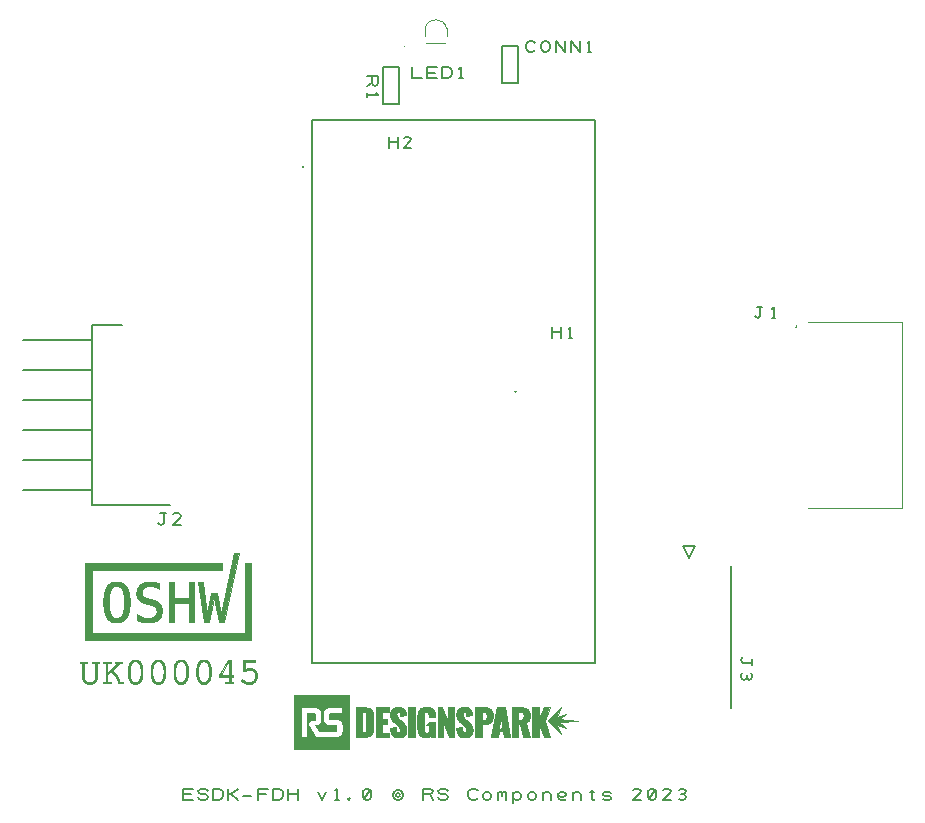
<source format=gbr>
G04 DesignSpark PCB PRO Gerber Version 10.0 Build 5299*
G04 #@! TF.Part,Single*
G04 #@! TF.FileFunction,Legend,Top*
G04 #@! TF.FilePolarity,Positive*
%FSLAX35Y35*%
%MOIN*%
%ADD74C,0.00001*%
%ADD73C,0.00100*%
%ADD72C,0.00394*%
%ADD29C,0.00500*%
%ADD18C,0.00787*%
G04 #@! TD.AperFunction*
X0Y0D02*
D02*
D18*
X27559Y113189D02*
X4567D01*
X27559Y123189D02*
X4567D01*
X27559Y133189D02*
X4567D01*
X27559Y143189D02*
X4567D01*
X27559Y153189D02*
X4567D01*
X27559Y163189D02*
X4567D01*
X53543Y108189D02*
X27559D01*
Y168189D01*
X37559D01*
X97638Y220866D02*
G75*
G02*
X98031I197J0D01*
G01*
G75*
G03*
X97638I-197J0D01*
G01*
X98031D02*
G75*
G02*
X97638I-197J0D01*
G01*
X98031D02*
X168504Y146063D02*
G75*
G02*
X168898I197J0D01*
G01*
G75*
G03*
X168504I-197J0D01*
G01*
X168898D02*
G75*
G02*
X168504I-197J0D01*
G01*
X168898D02*
X262205Y167913D02*
G75*
G02*
Y167520I0J-197D01*
G01*
Y167913D02*
G75*
G02*
Y167520I0J-197D01*
G01*
G75*
G02*
Y167913I0J197D01*
G01*
D02*
D29*
X49606Y102350D02*
X49919Y102037D01*
X50544Y101725D01*
X51169Y102037D01*
X51481Y102350D01*
Y105475D01*
X52106D01*
X51481D02*
X50231D01*
X57106Y101725D02*
X54606D01*
X56794Y103913D01*
X57106Y104537D01*
X56794Y105163D01*
X56169Y105475D01*
X55231D01*
X54606Y105163D01*
X119048Y251181D02*
X122798D01*
Y248994D01*
X122485Y248369D01*
X121860Y248056D01*
X121235Y248369D01*
X120923Y248994D01*
Y251181D01*
Y248994D02*
X119048Y248056D01*
Y245556D02*
Y244306D01*
Y244931D02*
X122798D01*
X122173Y245556D01*
X126378Y227315D02*
Y231065D01*
Y229191D02*
X129503D01*
Y227315D02*
Y231065D01*
X133878Y227315D02*
X131378D01*
X133565Y229503D01*
X133878Y230128D01*
X133565Y230753D01*
X132941Y231065D01*
X132003D01*
X131378Y230753D01*
X129815Y241881D02*
X124515D01*
Y254181D01*
X129815D01*
Y241881D01*
X134252Y254294D02*
Y250544D01*
X137377D01*
X139252D02*
Y254294D01*
X142377D01*
X141752Y252419D02*
X139252D01*
Y250544D02*
X142377D01*
X144252D02*
Y254294D01*
X146127D01*
X146752Y253981D01*
X147065Y253669D01*
X147377Y253044D01*
Y251794D01*
X147065Y251169D01*
X146752Y250856D01*
X146127Y250544D01*
X144252D01*
X149877D02*
X151127D01*
X150502D02*
Y254294D01*
X149877Y253669D01*
X57913Y9993D02*
Y13743D01*
X61039D01*
X60413Y11868D02*
X57913D01*
Y9993D02*
X61039D01*
X62913Y10930D02*
X63226Y10305D01*
X63851Y9993D01*
X65101D01*
X65726Y10305D01*
X66039Y10930D01*
X65726Y11555D01*
X65101Y11868D01*
X63851D01*
X63226Y12180D01*
X62913Y12805D01*
X63226Y13430D01*
X63851Y13743D01*
X65101D01*
X65726Y13430D01*
X66039Y12805D01*
X67913Y9993D02*
Y13743D01*
X69789D01*
X70413Y13430D01*
X70726Y13118D01*
X71039Y12493D01*
Y11243D01*
X70726Y10618D01*
X70413Y10305D01*
X69789Y9993D01*
X67913D01*
X72913D02*
Y13743D01*
Y11868D02*
X73851D01*
X76039Y13743D01*
X73851Y11868D02*
X76039Y9993D01*
X77913Y11243D02*
X80413D01*
X82913Y9993D02*
Y13743D01*
X86039D01*
X85413Y11868D02*
X82913D01*
X87913Y9993D02*
Y13743D01*
X89789D01*
X90413Y13430D01*
X90726Y13118D01*
X91039Y12493D01*
Y11243D01*
X90726Y10618D01*
X90413Y10305D01*
X89789Y9993D01*
X87913D01*
X92913D02*
Y13743D01*
Y11868D02*
X96039D01*
Y9993D02*
Y13743D01*
X102913Y12493D02*
X104163Y9993D01*
X105413Y12493D01*
X108539Y9993D02*
X109789D01*
X109163D02*
Y13743D01*
X108539Y13118D01*
X113226Y9993D02*
X113539Y10305D01*
X113226Y10618D01*
X112913Y10305D01*
X113226Y9993D01*
X118226Y10305D02*
X118851Y9993D01*
X119476D01*
X120101Y10305D01*
X120413Y10930D01*
Y12805D01*
X120101Y13430D01*
X119476Y13743D01*
X118851D01*
X118226Y13430D01*
X117913Y12805D01*
Y10930D01*
X118226Y10305D01*
X120101Y13430D01*
X127913Y11243D02*
Y11555D01*
X128226Y12493D01*
X128539Y12805D01*
X129163Y13118D01*
X129789D01*
X130413Y12805D01*
X130726Y12493D01*
X131039Y11555D01*
Y11243D01*
X130726Y10618D01*
X130413Y10305D01*
X129789Y9993D01*
X129163D01*
X128539Y10305D01*
X128226Y10618D01*
X127913Y11243D01*
X130101D02*
X129476Y10930D01*
X128851Y11243D01*
Y11868D01*
X129476Y12180D01*
X130101Y11868D01*
X137913Y9993D02*
Y13743D01*
X140101D01*
X140726Y13430D01*
X141039Y12805D01*
X140726Y12180D01*
X140101Y11868D01*
X137913D01*
X140101D02*
X141039Y9993D01*
X142913Y10930D02*
X143226Y10305D01*
X143851Y9993D01*
X145101D01*
X145726Y10305D01*
X146039Y10930D01*
X145726Y11555D01*
X145101Y11868D01*
X143851D01*
X143226Y12180D01*
X142913Y12805D01*
X143226Y13430D01*
X143851Y13743D01*
X145101D01*
X145726Y13430D01*
X146039Y12805D01*
X156039Y10618D02*
X155726Y10305D01*
X155101Y9993D01*
X154163D01*
X153539Y10305D01*
X153226Y10618D01*
X152913Y11243D01*
Y12493D01*
X153226Y13118D01*
X153539Y13430D01*
X154163Y13743D01*
X155101D01*
X155726Y13430D01*
X156039Y13118D01*
X157913Y10930D02*
X158226Y10305D01*
X158851Y9993D01*
X159476D01*
X160101Y10305D01*
X160413Y10930D01*
Y11555D01*
X160101Y12180D01*
X159476Y12493D01*
X158851D01*
X158226Y12180D01*
X157913Y11555D01*
Y10930D01*
X162913Y9993D02*
Y12493D01*
Y12180D02*
X163226Y12493D01*
X163851D01*
X164163Y12180D01*
Y11243D01*
Y12180D02*
X164476Y12493D01*
X165101D01*
X165413Y12180D01*
Y9993D01*
X167913Y12493D02*
Y9055D01*
Y10930D02*
X168226Y10305D01*
X168851Y9993D01*
X169476D01*
X170101Y10305D01*
X170413Y10930D01*
Y11555D01*
X170101Y12180D01*
X169476Y12493D01*
X168851D01*
X168226Y12180D01*
X167913Y11555D01*
Y10930D01*
X172913D02*
X173226Y10305D01*
X173851Y9993D01*
X174476D01*
X175101Y10305D01*
X175413Y10930D01*
Y11555D01*
X175101Y12180D01*
X174476Y12493D01*
X173851D01*
X173226Y12180D01*
X172913Y11555D01*
Y10930D01*
X177913Y9993D02*
Y12493D01*
Y11555D02*
X178226Y12180D01*
X178851Y12493D01*
X179476D01*
X180101Y12180D01*
X180413Y11555D01*
Y9993D01*
X185413Y10305D02*
X185101Y9993D01*
X184476D01*
X183851D01*
X183226Y10305D01*
X182913Y10930D01*
Y11868D01*
X183226Y12180D01*
X183851Y12493D01*
X184476D01*
X185101Y12180D01*
X185413Y11868D01*
Y11555D01*
X185101Y11243D01*
X184476Y10930D01*
X183851D01*
X183226Y11243D01*
X182913Y11555D01*
X187913Y9993D02*
Y12493D01*
Y11555D02*
X188226Y12180D01*
X188851Y12493D01*
X189476D01*
X190101Y12180D01*
X190413Y11555D01*
Y9993D01*
X193434Y12493D02*
X194893D01*
X194163Y13118D02*
Y10305D01*
X194476Y9993D01*
X194789D01*
X195101Y10305D01*
X197913D02*
X198539Y9993D01*
X199789D01*
X200413Y10305D01*
Y10930D01*
X199789Y11243D01*
X198539D01*
X197913Y11555D01*
Y12180D01*
X198539Y12493D01*
X199789D01*
X200413Y12180D01*
X210413Y9993D02*
X207913D01*
X210101Y12180D01*
X210413Y12805D01*
X210101Y13430D01*
X209476Y13743D01*
X208539D01*
X207913Y13430D01*
X213226Y10305D02*
X213851Y9993D01*
X214476D01*
X215101Y10305D01*
X215413Y10930D01*
Y12805D01*
X215101Y13430D01*
X214476Y13743D01*
X213851D01*
X213226Y13430D01*
X212913Y12805D01*
Y10930D01*
X213226Y10305D01*
X215101Y13430D01*
X220413Y9993D02*
X217913D01*
X220101Y12180D01*
X220413Y12805D01*
X220101Y13430D01*
X219476Y13743D01*
X218539D01*
X217913Y13430D01*
X223226Y10305D02*
X223851Y9993D01*
X224476D01*
X225101Y10305D01*
X225413Y10930D01*
X225101Y11555D01*
X224476Y11868D01*
X223851D01*
X224476D02*
X225101Y12180D01*
X225413Y12805D01*
X225101Y13430D01*
X224476Y13743D01*
X223851D01*
X223226Y13430D01*
X169579Y248968D02*
X164279D01*
Y261268D01*
X169579D01*
Y248968D01*
X175172Y259830D02*
X174860Y259518D01*
X174235Y259205D01*
X173297D01*
X172672Y259518D01*
X172360Y259830D01*
X172047Y260455D01*
Y261705D01*
X172360Y262330D01*
X172672Y262643D01*
X173297Y262955D01*
X174235D01*
X174860Y262643D01*
X175172Y262330D01*
X177047Y260455D02*
Y261705D01*
X177360Y262330D01*
X177672Y262643D01*
X178297Y262955D01*
X178922D01*
X179547Y262643D01*
X179860Y262330D01*
X180172Y261705D01*
Y260455D01*
X179860Y259830D01*
X179547Y259518D01*
X178922Y259205D01*
X178297D01*
X177672Y259518D01*
X177360Y259830D01*
X177047Y260455D01*
X182047Y259205D02*
Y262955D01*
X185172Y259205D01*
Y262955D01*
X187047Y259205D02*
Y262955D01*
X190172Y259205D01*
Y262955D01*
X192672Y259205D02*
X193922D01*
X193297D02*
Y262955D01*
X192672Y262330D01*
X180709Y163930D02*
Y167680D01*
Y165805D02*
X183834D01*
Y163930D02*
Y167680D01*
X186334Y163930D02*
X187584D01*
X186959D02*
Y167680D01*
X186334Y167055D01*
X195276Y236614D02*
X100787D01*
Y55512D01*
X195276D01*
Y236614D01*
X224409Y94685D02*
X228346D01*
X226378Y90748D01*
X224409Y94685D01*
X240453Y87795D02*
Y40551D01*
X244476Y57480D02*
X244163Y57168D01*
X243851Y56543D01*
X244163Y55918D01*
X244476Y55605D01*
X247601D01*
Y54980D01*
Y55605D02*
Y56855D01*
X244163Y52168D02*
X243851Y51543D01*
Y50918D01*
X244163Y50293D01*
X244789Y49980D01*
X245413Y50293D01*
X245726Y50918D01*
Y51543D01*
Y50918D02*
X246039Y50293D01*
X246663Y49980D01*
X247289Y50293D01*
X247601Y50918D01*
Y51543D01*
X247289Y52168D01*
X248425Y171248D02*
X248738Y170935D01*
X249363Y170622D01*
X249988Y170935D01*
X250300Y171248D01*
Y174372D01*
X250925D01*
X250300D02*
X249050D01*
X254050Y170622D02*
X255300D01*
X254675D02*
Y174372D01*
X254050Y173748D01*
D02*
D72*
X131689Y261220D02*
G75*
G02*
X131508I-91J0D01*
G01*
X131689D02*
G75*
G02*
X131508I-91J0D01*
G01*
G75*
G02*
X131689I91J0D01*
G01*
X138386Y264665D02*
X138583Y267126D01*
X138976Y262205D02*
X145276D01*
X145669Y267126D02*
X145866Y264665D01*
X145669Y267128D02*
G75*
G03*
X138583Y267127I-3543J-644D01*
G01*
X266043Y169193D02*
X297579D01*
Y107185D01*
X266043D01*
D02*
D73*
X94882Y44983D02*
Y26772D01*
X113092D01*
Y44983D01*
X94882D01*
X110416Y36312D02*
X110565Y36146D01*
X110692Y35972D01*
X110796Y35785D01*
X110880Y35584D01*
X110943Y35366D01*
X110987Y35128D01*
X111013Y34869D01*
X111021Y34583D01*
Y33264D01*
X111013Y32991D01*
X110986Y32733D01*
X110939Y32491D01*
X110872Y32264D01*
X110787Y32054D01*
X110682Y31861D01*
X110560Y31685D01*
X110419Y31526D01*
X110261Y31384D01*
X110085Y31262D01*
X109892Y31157D01*
X109682Y31071D01*
X109456Y31005D01*
X109213Y30958D01*
X108955Y30931D01*
X108681Y30924D01*
X102180D01*
X102027Y30942D01*
X101891Y30994D01*
X101779Y31077D01*
X101693Y31189D01*
X99798Y34557D01*
X99703Y34731D01*
X99626Y34919D01*
X99572Y35115D01*
X99541Y35317D01*
X99536Y35519D01*
X99560Y35716D01*
X99615Y35905D01*
X99705Y36080D01*
X99860Y36276D01*
X100037Y36413D01*
X100231Y36501D01*
X100441Y36551D01*
X100664Y36570D01*
X100897Y36575D01*
X101380Y36572D01*
X101489Y36580D01*
X101585Y36602D01*
X101667Y36639D01*
X101735Y36692D01*
X101787Y36758D01*
X101826Y36839D01*
X101848Y36935D01*
X101855Y37045D01*
Y38313D01*
X101848Y38425D01*
X101826Y38519D01*
X101788Y38598D01*
X101733Y38666D01*
X101665Y38720D01*
X101585Y38757D01*
X101490Y38780D01*
X101380Y38787D01*
X99109D01*
Y30925D01*
X97010D01*
Y40857D01*
X101591D01*
X101874Y40848D01*
X102135Y40820D01*
X102374Y40775D01*
X102594Y40709D01*
X102797Y40624D01*
X102985Y40517D01*
X103161Y40389D01*
X103325Y40241D01*
X103474Y40075D01*
X103601Y39900D01*
X103706Y39714D01*
X103789Y39513D01*
X103852Y39295D01*
X103896Y39057D01*
X103922Y38797D01*
X103930Y38512D01*
Y36782D01*
X103926Y36552D01*
X103904Y36334D01*
X103866Y36131D01*
X103810Y35939D01*
X103739Y35763D01*
X103651Y35600D01*
X103548Y35451D01*
X103430Y35316D01*
X103297Y35196D01*
X103150Y35091D01*
X102989Y35001D01*
X102814Y34926D01*
X102626Y34867D01*
X102425Y34824D01*
X102212Y34796D01*
X101987Y34786D01*
X103081Y32989D01*
X108454D01*
X108566Y32996D01*
X108660Y33017D01*
X108739Y33056D01*
X108807Y33111D01*
X108861Y33178D01*
X108898Y33259D01*
X108920Y33354D01*
X108928Y33464D01*
Y34456D01*
X108921Y34566D01*
X108898Y34662D01*
X108860Y34744D01*
X108807Y34811D01*
X108740Y34863D01*
X108658Y34901D01*
X108562Y34924D01*
X108452Y34931D01*
X106674D01*
X106402Y34939D01*
X106152Y34965D01*
X105923Y35008D01*
X105712Y35071D01*
X105517Y35152D01*
X105337Y35253D01*
X105169Y35375D01*
X105010Y35517D01*
X104867Y35676D01*
X104746Y35844D01*
X104645Y36023D01*
X104565Y36215D01*
X104505Y36424D01*
X104462Y36651D01*
X104438Y36901D01*
X104430Y37173D01*
Y38519D01*
X104436Y38793D01*
X104463Y39051D01*
X104510Y39293D01*
X104576Y39520D01*
X104662Y39728D01*
X104767Y39922D01*
X104890Y40097D01*
X105031Y40256D01*
X105190Y40396D01*
X105366Y40520D01*
X105559Y40624D01*
X105770Y40708D01*
X105996Y40775D01*
X106238Y40823D01*
X106496Y40850D01*
X106769Y40857D01*
X110809D01*
Y38787D01*
X106981D01*
X106872Y38780D01*
X106776Y38757D01*
X106694Y38720D01*
X106627Y38667D01*
X106574Y38601D01*
X106536Y38519D01*
X106513Y38423D01*
X106506Y38313D01*
Y37397D01*
X106513Y37287D01*
X106536Y37192D01*
X106574Y37111D01*
X106627Y37043D01*
X106694Y36991D01*
X106776Y36953D01*
X106872Y36931D01*
X106981Y36923D01*
X108673D01*
X108957Y36914D01*
X109218Y36887D01*
X109459Y36843D01*
X109680Y36777D01*
X109885Y36693D01*
X110074Y36587D01*
X110251Y36461D01*
X110416Y36312D01*
X94932Y35891D02*
G36*
X94932Y35891D02*
Y26822D01*
X113042D01*
Y35891D01*
X110737D01*
X110796Y35785D01*
X110880Y35584D01*
X110943Y35366D01*
X110987Y35128D01*
X111013Y34869D01*
X111021Y34583D01*
Y33264D01*
X111013Y32991D01*
X110986Y32733D01*
X110939Y32491D01*
X110872Y32264D01*
X110787Y32054D01*
X110682Y31861D01*
X110560Y31685D01*
X110419Y31526D01*
X110261Y31384D01*
X110085Y31262D01*
X109892Y31157D01*
X109682Y31071D01*
X109456Y31005D01*
X109213Y30958D01*
X108955Y30931D01*
X108681Y30924D01*
X102180D01*
X102027Y30942D01*
X101891Y30994D01*
X101779Y31077D01*
X101693Y31189D01*
X99798Y34557D01*
X99703Y34731D01*
X99626Y34919D01*
X99572Y35115D01*
X99541Y35317D01*
X99536Y35519D01*
X99560Y35716D01*
X99611Y35891D01*
X99109D01*
Y30925D01*
X97010D01*
Y35891D01*
X94932D01*
G37*
X102212Y34796D02*
G36*
X102212Y34796D02*
X101987Y34786D01*
X103081Y32989D01*
X108454D01*
X108566Y32996D01*
X108660Y33017D01*
X108739Y33056D01*
X108807Y33111D01*
X108861Y33178D01*
X108898Y33259D01*
X108920Y33354D01*
X108928Y33464D01*
Y34456D01*
X108921Y34566D01*
X108898Y34662D01*
X108860Y34744D01*
X108807Y34811D01*
X108740Y34863D01*
X108658Y34901D01*
X108562Y34924D01*
X108452Y34931D01*
X106674D01*
X106402Y34939D01*
X106152Y34965D01*
X105923Y35008D01*
X105712Y35071D01*
X105517Y35152D01*
X105337Y35253D01*
X105169Y35375D01*
X105010Y35517D01*
X104867Y35676D01*
X104746Y35844D01*
X104720Y35891D01*
X103791D01*
X103739Y35763D01*
X103651Y35600D01*
X103548Y35451D01*
X103430Y35316D01*
X103297Y35196D01*
X103150Y35091D01*
X102989Y35001D01*
X102814Y34926D01*
X102626Y34867D01*
X102425Y34824D01*
X102212Y34796D01*
G37*
X94932Y44933D02*
G36*
X94932Y44933D02*
Y35891D01*
X97010D01*
Y40857D01*
X101591D01*
X101874Y40848D01*
X102135Y40820D01*
X102374Y40775D01*
X102594Y40709D01*
X102797Y40624D01*
X102985Y40517D01*
X103161Y40389D01*
X103325Y40241D01*
X103474Y40075D01*
X103601Y39900D01*
X103706Y39714D01*
X103789Y39513D01*
X103852Y39295D01*
X103896Y39057D01*
X103922Y38797D01*
X103930Y38512D01*
Y36782D01*
X103926Y36552D01*
X103904Y36334D01*
X103866Y36131D01*
X103810Y35939D01*
X103791Y35891D01*
X104720D01*
X104645Y36023D01*
X104565Y36215D01*
X104505Y36424D01*
X104462Y36651D01*
X104438Y36901D01*
X104430Y37173D01*
Y38519D01*
X104436Y38793D01*
X104463Y39051D01*
X104510Y39293D01*
X104576Y39520D01*
X104662Y39728D01*
X104767Y39922D01*
X104890Y40097D01*
X105031Y40256D01*
X105190Y40396D01*
X105366Y40520D01*
X105559Y40624D01*
X105770Y40708D01*
X105996Y40775D01*
X106238Y40823D01*
X106496Y40850D01*
X106769Y40857D01*
X110809D01*
Y38787D01*
X106981D01*
X106872Y38780D01*
X106776Y38757D01*
X106694Y38720D01*
X106627Y38667D01*
X106574Y38601D01*
X106536Y38519D01*
X106513Y38423D01*
X106506Y38313D01*
Y37397D01*
X106513Y37287D01*
X106536Y37192D01*
X106574Y37111D01*
X106627Y37043D01*
X106694Y36991D01*
X106776Y36953D01*
X106872Y36931D01*
X106981Y36923D01*
X108673D01*
X108957Y36914D01*
X109218Y36887D01*
X109459Y36843D01*
X109680Y36777D01*
X109885Y36693D01*
X110074Y36587D01*
X110251Y36461D01*
X110416Y36312D01*
X110565Y36146D01*
X110692Y35972D01*
X110737Y35891D01*
X113042D01*
Y44933D01*
X94932D01*
G37*
X99109Y38787D02*
G36*
X99109Y38787D02*
Y35891D01*
X99611D01*
X99615Y35905D01*
X99705Y36080D01*
X99860Y36276D01*
X100037Y36413D01*
X100231Y36501D01*
X100441Y36551D01*
X100664Y36570D01*
X100897Y36575D01*
X101380Y36572D01*
X101489Y36580D01*
X101585Y36602D01*
X101667Y36639D01*
X101735Y36692D01*
X101787Y36758D01*
X101826Y36839D01*
X101848Y36935D01*
X101855Y37045D01*
Y38313D01*
X101848Y38425D01*
X101826Y38519D01*
X101788Y38598D01*
X101733Y38666D01*
X101665Y38720D01*
X101585Y38757D01*
X101490Y38780D01*
X101380Y38787D01*
X99109D01*
G37*
X115376Y40857D02*
Y30925D01*
X117915D01*
X118374Y30936D01*
X118793Y30970D01*
X119172Y31027D01*
X119513Y31108D01*
X119818Y31215D01*
X120089Y31345D01*
X120326Y31501D01*
X120531Y31682D01*
X120707Y31889D01*
X120854Y32123D01*
X120974Y32384D01*
X121069Y32673D01*
X121140Y32989D01*
X121189Y33335D01*
X121217Y33709D01*
X121226Y34113D01*
Y37719D01*
X121217Y38117D01*
X121189Y38486D01*
X121139Y38827D01*
X121069Y39139D01*
X120973Y39424D01*
X120852Y39681D01*
X120705Y39912D01*
X120528Y40115D01*
X120321Y40293D01*
X120083Y40446D01*
X119810Y40574D01*
X119503Y40677D01*
X119159Y40756D01*
X118776Y40813D01*
X118354Y40846D01*
X117890Y40857D01*
X115376D01*
X117915Y32445D02*
X117571D01*
Y39324D01*
X117902D01*
X118226Y39307D01*
X118478Y39255D01*
X118666Y39166D01*
X118799Y39037D01*
X118887Y38869D01*
X118939Y38657D01*
X118963Y38401D01*
X118969Y38098D01*
Y33770D01*
X118965Y33455D01*
X118944Y33185D01*
X118897Y32957D01*
X118815Y32772D01*
X118756Y32695D01*
X118685Y32628D01*
X118599Y32572D01*
X118498Y32526D01*
X118245Y32465D01*
X117915Y32445D01*
X115426Y35885D02*
G36*
X115426Y35885D02*
Y30975D01*
X118829D01*
X119172Y31027D01*
X119513Y31108D01*
X119818Y31215D01*
X120089Y31345D01*
X120326Y31501D01*
X120531Y31682D01*
X120707Y31889D01*
X120854Y32123D01*
X120974Y32384D01*
X121069Y32673D01*
X121140Y32989D01*
X121176Y33243D01*
Y35885D01*
X118969D01*
Y33770D01*
X118965Y33455D01*
X118944Y33185D01*
X118897Y32957D01*
X118815Y32772D01*
X118756Y32695D01*
X118685Y32628D01*
X118599Y32572D01*
X118498Y32526D01*
X118245Y32465D01*
X117915Y32445D01*
X117571D01*
Y35885D01*
X115426D01*
G37*
Y40807D02*
G36*
X115426Y40807D02*
Y35885D01*
X117571D01*
Y39324D01*
X117902D01*
X118226Y39307D01*
X118478Y39255D01*
X118666Y39166D01*
X118799Y39037D01*
X118887Y38869D01*
X118939Y38657D01*
X118963Y38401D01*
X118969Y38098D01*
Y35885D01*
X121176D01*
Y38576D01*
X121139Y38827D01*
X121069Y39139D01*
X120973Y39424D01*
X120852Y39681D01*
X120705Y39912D01*
X120528Y40115D01*
X120321Y40293D01*
X120083Y40446D01*
X119810Y40574D01*
X119503Y40677D01*
X119159Y40756D01*
X118813Y40807D01*
X115426D01*
G37*
X122072Y40857D02*
X126535D01*
Y39361D01*
X124267D01*
Y36896D01*
X125996D01*
Y35376D01*
X124267D01*
Y32408D01*
X126560D01*
Y30925D01*
X122072D01*
Y40857D01*
G36*
X122072Y40857D02*
X126535D01*
Y39361D01*
X124267D01*
Y36896D01*
X125996D01*
Y35376D01*
X124267D01*
Y32408D01*
X126560D01*
Y30925D01*
X122072D01*
Y40857D01*
G37*
X126842Y33928D02*
X128718Y34211D01*
X128740Y33765D01*
X128787Y33392D01*
X128859Y33086D01*
X128956Y32845D01*
X129077Y32664D01*
X129223Y32539D01*
X129394Y32469D01*
X129589Y32445D01*
X129743Y32462D01*
X129866Y32509D01*
X129963Y32584D01*
X130035Y32678D01*
X130085Y32789D01*
X130118Y32911D01*
X130141Y33169D01*
X130121Y33462D01*
X130065Y33730D01*
X129973Y33975D01*
X129848Y34205D01*
X129691Y34423D01*
X129504Y34634D01*
X129290Y34844D01*
X129049Y35057D01*
X128191Y35805D01*
X127915Y36050D01*
X127661Y36309D01*
X127434Y36587D01*
X127237Y36887D01*
X127076Y37214D01*
X126956Y37570D01*
X126880Y37963D01*
X126854Y38393D01*
X126867Y38698D01*
X126903Y38986D01*
X126964Y39256D01*
X127048Y39507D01*
X127154Y39739D01*
X127282Y39953D01*
X127432Y40147D01*
X127602Y40322D01*
X127793Y40477D01*
X128002Y40613D01*
X128231Y40727D01*
X128478Y40822D01*
X128743Y40896D01*
X129025Y40950D01*
X129324Y40982D01*
X129638Y40992D01*
X130015Y40973D01*
X130351Y40919D01*
X130650Y40832D01*
X130913Y40715D01*
X131142Y40573D01*
X131340Y40407D01*
X131509Y40220D01*
X131652Y40019D01*
X131770Y39803D01*
X131866Y39576D01*
X131942Y39342D01*
X132000Y39104D01*
X132073Y38627D01*
X132102Y38172D01*
X130214Y37939D01*
X130181Y38537D01*
X130146Y38785D01*
X130091Y38993D01*
X130011Y39161D01*
X129900Y39284D01*
X129753Y39359D01*
X129564Y39386D01*
X129422Y39366D01*
X129301Y39313D01*
X129200Y39232D01*
X129118Y39128D01*
X129055Y39008D01*
X129011Y38878D01*
X128984Y38745D01*
X128976Y38613D01*
X128993Y38353D01*
X129044Y38119D01*
X129126Y37906D01*
X129238Y37711D01*
X129376Y37525D01*
X129539Y37346D01*
X129932Y36982D01*
X130754Y36258D01*
X131067Y35976D01*
X131357Y35676D01*
X131620Y35355D01*
X131848Y35008D01*
X132036Y34632D01*
X132178Y34221D01*
X132267Y33771D01*
X132299Y33280D01*
X132287Y33019D01*
X132252Y32766D01*
X132194Y32524D01*
X132115Y32293D01*
X132014Y32074D01*
X131893Y31867D01*
X131752Y31676D01*
X131592Y31500D01*
X131413Y31339D01*
X131217Y31197D01*
X131003Y31074D01*
X130772Y30970D01*
X130526Y30887D01*
X130265Y30827D01*
X129989Y30789D01*
X129699Y30777D01*
X129359Y30789D01*
X129041Y30822D01*
X128745Y30880D01*
X128471Y30959D01*
X128220Y31064D01*
X127990Y31193D01*
X127781Y31346D01*
X127594Y31525D01*
X127428Y31731D01*
X127283Y31962D01*
X127159Y32220D01*
X127056Y32505D01*
X126972Y32819D01*
X126909Y33159D01*
X126865Y33530D01*
X126842Y33928D01*
G36*
X126842Y33928D02*
X128718Y34211D01*
X128740Y33765D01*
X128787Y33392D01*
X128859Y33086D01*
X128956Y32845D01*
X129077Y32664D01*
X129223Y32539D01*
X129394Y32469D01*
X129589Y32445D01*
X129743Y32462D01*
X129866Y32509D01*
X129963Y32584D01*
X130035Y32678D01*
X130085Y32789D01*
X130118Y32911D01*
X130141Y33169D01*
X130121Y33462D01*
X130065Y33730D01*
X129973Y33975D01*
X129848Y34205D01*
X129691Y34423D01*
X129504Y34634D01*
X129290Y34844D01*
X129049Y35057D01*
X128191Y35805D01*
X127915Y36050D01*
X127661Y36309D01*
X127434Y36587D01*
X127237Y36887D01*
X127076Y37214D01*
X126956Y37570D01*
X126880Y37963D01*
X126854Y38393D01*
X126867Y38698D01*
X126903Y38986D01*
X126964Y39256D01*
X127048Y39507D01*
X127154Y39739D01*
X127282Y39953D01*
X127432Y40147D01*
X127602Y40322D01*
X127793Y40477D01*
X128002Y40613D01*
X128231Y40727D01*
X128478Y40822D01*
X128743Y40896D01*
X129025Y40950D01*
X129324Y40982D01*
X129638Y40992D01*
X130015Y40973D01*
X130351Y40919D01*
X130650Y40832D01*
X130913Y40715D01*
X131142Y40573D01*
X131340Y40407D01*
X131509Y40220D01*
X131652Y40019D01*
X131770Y39803D01*
X131866Y39576D01*
X131942Y39342D01*
X132000Y39104D01*
X132073Y38627D01*
X132102Y38172D01*
X130214Y37939D01*
X130181Y38537D01*
X130146Y38785D01*
X130091Y38993D01*
X130011Y39161D01*
X129900Y39284D01*
X129753Y39359D01*
X129564Y39386D01*
X129422Y39366D01*
X129301Y39313D01*
X129200Y39232D01*
X129118Y39128D01*
X129055Y39008D01*
X129011Y38878D01*
X128984Y38745D01*
X128976Y38613D01*
X128993Y38353D01*
X129044Y38119D01*
X129126Y37906D01*
X129238Y37711D01*
X129376Y37525D01*
X129539Y37346D01*
X129932Y36982D01*
X130754Y36258D01*
X131067Y35976D01*
X131357Y35676D01*
X131620Y35355D01*
X131848Y35008D01*
X132036Y34632D01*
X132178Y34221D01*
X132267Y33771D01*
X132299Y33280D01*
X132287Y33019D01*
X132252Y32766D01*
X132194Y32524D01*
X132115Y32293D01*
X132014Y32074D01*
X131893Y31867D01*
X131752Y31676D01*
X131592Y31500D01*
X131413Y31339D01*
X131217Y31197D01*
X131003Y31074D01*
X130772Y30970D01*
X130526Y30887D01*
X130265Y30827D01*
X129989Y30789D01*
X129699Y30777D01*
X129359Y30789D01*
X129041Y30822D01*
X128745Y30880D01*
X128471Y30959D01*
X128220Y31064D01*
X127990Y31193D01*
X127781Y31346D01*
X127594Y31525D01*
X127428Y31731D01*
X127283Y31962D01*
X127159Y32220D01*
X127056Y32505D01*
X126972Y32819D01*
X126909Y33159D01*
X126865Y33530D01*
X126842Y33928D01*
G37*
X132887Y40857D02*
X135082D01*
Y30925D01*
X132887D01*
Y40857D01*
G36*
X132887Y40857D02*
X135082D01*
Y30925D01*
X132887D01*
Y40857D01*
G37*
X140068Y36075D02*
X138831Y34786D01*
X139864D01*
Y33623D01*
X139855Y33373D01*
X139825Y33136D01*
X139770Y32919D01*
X139688Y32725D01*
X139574Y32564D01*
X139424Y32441D01*
X139236Y32363D01*
X139006Y32335D01*
X138777Y32362D01*
X138593Y32437D01*
X138450Y32556D01*
X138342Y32713D01*
X138267Y32902D01*
X138218Y33116D01*
X138192Y33350D01*
X138184Y33597D01*
Y38196D01*
X138203Y38645D01*
X138237Y38856D01*
X138298Y39047D01*
X138392Y39209D01*
X138526Y39336D01*
X138611Y39383D01*
X138708Y39419D01*
X138945Y39447D01*
X139174Y39422D01*
X139349Y39350D01*
X139479Y39235D01*
X139570Y39087D01*
X139629Y38908D01*
X139662Y38707D01*
X139680Y38257D01*
Y37448D01*
X141826D01*
Y38086D01*
X141818Y38403D01*
X141791Y38707D01*
X141746Y38996D01*
X141681Y39270D01*
X141594Y39526D01*
X141485Y39765D01*
X141353Y39986D01*
X141196Y40187D01*
X141014Y40369D01*
X140804Y40528D01*
X140567Y40666D01*
X140300Y40781D01*
X140004Y40872D01*
X139675Y40939D01*
X139314Y40978D01*
X138920Y40992D01*
X138513Y40976D01*
X138141Y40931D01*
X137803Y40855D01*
X137497Y40751D01*
X137224Y40617D01*
X136980Y40458D01*
X136766Y40272D01*
X136580Y40061D01*
X136419Y39824D01*
X136285Y39564D01*
X136174Y39281D01*
X136087Y38975D01*
X136021Y38647D01*
X135975Y38300D01*
X135949Y37933D01*
X135940Y37546D01*
Y34211D01*
X135948Y33835D01*
X135972Y33475D01*
X136015Y33133D01*
X136076Y32811D01*
X136157Y32507D01*
X136259Y32224D01*
X136382Y31964D01*
X136529Y31726D01*
X136700Y31513D01*
X136896Y31324D01*
X137119Y31162D01*
X137368Y31026D01*
X137646Y30919D01*
X137954Y30841D01*
X138293Y30794D01*
X138663Y30777D01*
X138970Y30796D01*
X139243Y30850D01*
X139482Y30935D01*
X139691Y31051D01*
X139872Y31192D01*
X140026Y31357D01*
X140158Y31543D01*
X140269Y31746D01*
X140392Y30925D01*
X141839D01*
Y36075D01*
X140068D01*
G36*
X140068Y36075D02*
X138831Y34786D01*
X139864D01*
Y33623D01*
X139855Y33373D01*
X139825Y33136D01*
X139770Y32919D01*
X139688Y32725D01*
X139574Y32564D01*
X139424Y32441D01*
X139236Y32363D01*
X139006Y32335D01*
X138777Y32362D01*
X138593Y32437D01*
X138450Y32556D01*
X138342Y32713D01*
X138267Y32902D01*
X138218Y33116D01*
X138192Y33350D01*
X138184Y33597D01*
Y38196D01*
X138203Y38645D01*
X138237Y38856D01*
X138298Y39047D01*
X138392Y39209D01*
X138526Y39336D01*
X138611Y39383D01*
X138708Y39419D01*
X138945Y39447D01*
X139174Y39422D01*
X139349Y39350D01*
X139479Y39235D01*
X139570Y39087D01*
X139629Y38908D01*
X139662Y38707D01*
X139680Y38257D01*
Y37448D01*
X141826D01*
Y38086D01*
X141818Y38403D01*
X141791Y38707D01*
X141746Y38996D01*
X141681Y39270D01*
X141594Y39526D01*
X141485Y39765D01*
X141353Y39986D01*
X141196Y40187D01*
X141014Y40369D01*
X140804Y40528D01*
X140567Y40666D01*
X140300Y40781D01*
X140004Y40872D01*
X139675Y40939D01*
X139314Y40978D01*
X138920Y40992D01*
X138513Y40976D01*
X138141Y40931D01*
X137803Y40855D01*
X137497Y40751D01*
X137224Y40617D01*
X136980Y40458D01*
X136766Y40272D01*
X136580Y40061D01*
X136419Y39824D01*
X136285Y39564D01*
X136174Y39281D01*
X136087Y38975D01*
X136021Y38647D01*
X135975Y38300D01*
X135949Y37933D01*
X135940Y37546D01*
Y34211D01*
X135948Y33835D01*
X135972Y33475D01*
X136015Y33133D01*
X136076Y32811D01*
X136157Y32507D01*
X136259Y32224D01*
X136382Y31964D01*
X136529Y31726D01*
X136700Y31513D01*
X136896Y31324D01*
X137119Y31162D01*
X137368Y31026D01*
X137646Y30919D01*
X137954Y30841D01*
X138293Y30794D01*
X138663Y30777D01*
X138970Y30796D01*
X139243Y30850D01*
X139482Y30935D01*
X139691Y31051D01*
X139872Y31192D01*
X140026Y31357D01*
X140158Y31543D01*
X140269Y31746D01*
X140392Y30925D01*
X141839D01*
Y36075D01*
X140068D01*
G37*
X142722Y40857D02*
X144267D01*
X146302Y36075D01*
Y40857D01*
X148117D01*
Y30925D01*
X146633D01*
X144598Y36075D01*
Y30925D01*
X142722D01*
Y40857D01*
G36*
X142722Y40857D02*
X144267D01*
X146302Y36075D01*
Y40857D01*
X148117D01*
Y30925D01*
X146633D01*
X144598Y36075D01*
Y30925D01*
X142722D01*
Y40857D01*
G37*
X148889Y33928D02*
X150765Y34211D01*
X150787Y33765D01*
X150834Y33392D01*
X150906Y33086D01*
X151003Y32845D01*
X151124Y32664D01*
X151271Y32539D01*
X151441Y32469D01*
X151636Y32445D01*
X151790Y32462D01*
X151914Y32509D01*
X152010Y32584D01*
X152082Y32678D01*
X152133Y32789D01*
X152165Y32911D01*
X152188Y33169D01*
X152169Y33462D01*
X152112Y33730D01*
X152020Y33975D01*
X151895Y34205D01*
X151738Y34423D01*
X151552Y34634D01*
X151337Y34844D01*
X151097Y35057D01*
X150238Y35805D01*
X149962Y36050D01*
X149709Y36309D01*
X149481Y36587D01*
X149285Y36887D01*
X149124Y37214D01*
X149004Y37570D01*
X148928Y37963D01*
X148902Y38393D01*
X148914Y38698D01*
X148951Y38986D01*
X149011Y39256D01*
X149095Y39507D01*
X149201Y39739D01*
X149330Y39953D01*
X149479Y40147D01*
X149650Y40322D01*
X149840Y40477D01*
X150050Y40613D01*
X150279Y40727D01*
X150526Y40822D01*
X150791Y40896D01*
X151073Y40950D01*
X151371Y40982D01*
X151685Y40992D01*
X152062Y40973D01*
X152398Y40919D01*
X152697Y40832D01*
X152960Y40715D01*
X153189Y40573D01*
X153387Y40407D01*
X153557Y40220D01*
X153699Y40019D01*
X153817Y39803D01*
X153913Y39576D01*
X153989Y39342D01*
X154048Y39104D01*
X154120Y38627D01*
X154150Y38172D01*
X152261Y37939D01*
X152229Y38537D01*
X152194Y38785D01*
X152139Y38993D01*
X152059Y39161D01*
X151948Y39284D01*
X151800Y39359D01*
X151611Y39386D01*
X151470Y39366D01*
X151349Y39313D01*
X151248Y39232D01*
X151166Y39128D01*
X151103Y39008D01*
X151058Y38878D01*
X151031Y38745D01*
X151023Y38613D01*
X151041Y38353D01*
X151091Y38119D01*
X151174Y37906D01*
X151285Y37711D01*
X151424Y37525D01*
X151587Y37346D01*
X151980Y36982D01*
X152801Y36258D01*
X153114Y35976D01*
X153405Y35676D01*
X153667Y35355D01*
X153895Y35008D01*
X154083Y34632D01*
X154226Y34221D01*
X154315Y33771D01*
X154346Y33280D01*
X154334Y33019D01*
X154299Y32766D01*
X154242Y32524D01*
X154163Y32293D01*
X154062Y32074D01*
X153941Y31867D01*
X153800Y31676D01*
X153640Y31500D01*
X153461Y31339D01*
X153264Y31197D01*
X153050Y31074D01*
X152820Y30970D01*
X152574Y30887D01*
X152312Y30827D01*
X152036Y30789D01*
X151746Y30777D01*
X151406Y30789D01*
X151088Y30822D01*
X150793Y30880D01*
X150519Y30959D01*
X150267Y31064D01*
X150037Y31193D01*
X149829Y31346D01*
X149642Y31525D01*
X149476Y31731D01*
X149331Y31962D01*
X149207Y32220D01*
X149103Y32505D01*
X149019Y32819D01*
X148956Y33159D01*
X148913Y33530D01*
X148889Y33928D01*
G36*
X148889Y33928D02*
X150765Y34211D01*
X150787Y33765D01*
X150834Y33392D01*
X150906Y33086D01*
X151003Y32845D01*
X151124Y32664D01*
X151271Y32539D01*
X151441Y32469D01*
X151636Y32445D01*
X151790Y32462D01*
X151914Y32509D01*
X152010Y32584D01*
X152082Y32678D01*
X152133Y32789D01*
X152165Y32911D01*
X152188Y33169D01*
X152169Y33462D01*
X152112Y33730D01*
X152020Y33975D01*
X151895Y34205D01*
X151738Y34423D01*
X151552Y34634D01*
X151337Y34844D01*
X151097Y35057D01*
X150238Y35805D01*
X149962Y36050D01*
X149709Y36309D01*
X149481Y36587D01*
X149285Y36887D01*
X149124Y37214D01*
X149004Y37570D01*
X148928Y37963D01*
X148902Y38393D01*
X148914Y38698D01*
X148951Y38986D01*
X149011Y39256D01*
X149095Y39507D01*
X149201Y39739D01*
X149330Y39953D01*
X149479Y40147D01*
X149650Y40322D01*
X149840Y40477D01*
X150050Y40613D01*
X150279Y40727D01*
X150526Y40822D01*
X150791Y40896D01*
X151073Y40950D01*
X151371Y40982D01*
X151685Y40992D01*
X152062Y40973D01*
X152398Y40919D01*
X152697Y40832D01*
X152960Y40715D01*
X153189Y40573D01*
X153387Y40407D01*
X153557Y40220D01*
X153699Y40019D01*
X153817Y39803D01*
X153913Y39576D01*
X153989Y39342D01*
X154048Y39104D01*
X154120Y38627D01*
X154150Y38172D01*
X152261Y37939D01*
X152229Y38537D01*
X152194Y38785D01*
X152139Y38993D01*
X152059Y39161D01*
X151948Y39284D01*
X151800Y39359D01*
X151611Y39386D01*
X151470Y39366D01*
X151349Y39313D01*
X151248Y39232D01*
X151166Y39128D01*
X151103Y39008D01*
X151058Y38878D01*
X151031Y38745D01*
X151023Y38613D01*
X151041Y38353D01*
X151091Y38119D01*
X151174Y37906D01*
X151285Y37711D01*
X151424Y37525D01*
X151587Y37346D01*
X151980Y36982D01*
X152801Y36258D01*
X153114Y35976D01*
X153405Y35676D01*
X153667Y35355D01*
X153895Y35008D01*
X154083Y34632D01*
X154226Y34221D01*
X154315Y33771D01*
X154346Y33280D01*
X154334Y33019D01*
X154299Y32766D01*
X154242Y32524D01*
X154163Y32293D01*
X154062Y32074D01*
X153941Y31867D01*
X153800Y31676D01*
X153640Y31500D01*
X153461Y31339D01*
X153264Y31197D01*
X153050Y31074D01*
X152820Y30970D01*
X152574Y30887D01*
X152312Y30827D01*
X152036Y30789D01*
X151746Y30777D01*
X151406Y30789D01*
X151088Y30822D01*
X150793Y30880D01*
X150519Y30959D01*
X150267Y31064D01*
X150037Y31193D01*
X149829Y31346D01*
X149642Y31525D01*
X149476Y31731D01*
X149331Y31962D01*
X149207Y32220D01*
X149103Y32505D01*
X149019Y32819D01*
X148956Y33159D01*
X148913Y33530D01*
X148889Y33928D01*
G37*
X155168Y40857D02*
Y30925D01*
X157363D01*
Y35143D01*
X158245D01*
X158830Y35171D01*
X159107Y35207D01*
X159372Y35263D01*
X159623Y35339D01*
X159859Y35434D01*
X160080Y35554D01*
X160283Y35700D01*
X160467Y35871D01*
X160630Y36072D01*
X160773Y36303D01*
X160893Y36565D01*
X160988Y36863D01*
X161057Y37195D01*
X161100Y37566D01*
X161115Y37975D01*
X161105Y38311D01*
X161076Y38627D01*
X161026Y38924D01*
X160957Y39202D01*
X160867Y39458D01*
X160757Y39695D01*
X160627Y39912D01*
X160476Y40106D01*
X160304Y40280D01*
X160111Y40431D01*
X159897Y40559D01*
X159661Y40665D01*
X159404Y40748D01*
X159126Y40808D01*
X158825Y40845D01*
X158503Y40857D01*
X155168D01*
X158098Y36675D02*
X157363D01*
Y39312D01*
X158086D01*
X158381Y39287D01*
X158610Y39214D01*
X158781Y39098D01*
X158902Y38943D01*
X158981Y38752D01*
X159028Y38531D01*
X159049Y38283D01*
X159055Y38012D01*
X159047Y37694D01*
X159019Y37420D01*
X158966Y37191D01*
X158880Y37004D01*
X158757Y36859D01*
X158589Y36757D01*
X158372Y36696D01*
X158098Y36675D01*
X155218Y37993D02*
G36*
X155218Y37993D02*
Y30975D01*
X157363D01*
Y35143D01*
X158245D01*
X158830Y35171D01*
X159107Y35207D01*
X159372Y35263D01*
X159623Y35339D01*
X159859Y35434D01*
X160080Y35554D01*
X160283Y35700D01*
X160467Y35871D01*
X160630Y36072D01*
X160773Y36303D01*
X160893Y36565D01*
X160988Y36863D01*
X161057Y37195D01*
X161065Y37260D01*
Y37993D01*
X159054D01*
X159047Y37694D01*
X159019Y37420D01*
X158966Y37191D01*
X158880Y37004D01*
X158757Y36859D01*
X158589Y36757D01*
X158372Y36696D01*
X158098Y36675D01*
X157363D01*
Y37993D01*
X155218D01*
G37*
Y40807D02*
G36*
X155218Y40807D02*
Y37993D01*
X157363D01*
Y39312D01*
X158086D01*
X158381Y39287D01*
X158610Y39214D01*
X158781Y39098D01*
X158902Y38943D01*
X158981Y38752D01*
X159028Y38531D01*
X159049Y38283D01*
X159055Y38012D01*
X159054Y37993D01*
X161065D01*
Y38691D01*
X161026Y38924D01*
X160957Y39202D01*
X160867Y39458D01*
X160757Y39695D01*
X160627Y39912D01*
X160476Y40106D01*
X160304Y40280D01*
X160111Y40431D01*
X159897Y40559D01*
X159661Y40665D01*
X159404Y40748D01*
X159129Y40807D01*
X155218D01*
G37*
X165002Y40857D02*
X162500D01*
X160624Y30925D01*
X162696D01*
X163040Y33022D01*
X163236Y34333D01*
X163763Y38208D01*
X164291Y34333D01*
X163040Y33022D01*
X164500D01*
X164831Y30925D01*
X166854D01*
X165002Y40857D01*
G36*
X165002Y40857D02*
X162500D01*
X160624Y30925D01*
X162696D01*
X163040Y33022D01*
X163236Y34333D01*
X163763Y38208D01*
X164291Y34333D01*
X163040Y33022D01*
X164500D01*
X164831Y30925D01*
X166854D01*
X165002Y40857D01*
G37*
X167369D02*
Y30925D01*
X169563D01*
Y35376D01*
X170189D01*
X171280Y30925D01*
X173549D01*
X172188Y35732D01*
X172522Y35923D01*
X172791Y36146D01*
X173003Y36404D01*
X173163Y36697D01*
X173276Y37025D01*
X173350Y37391D01*
X173390Y37793D01*
X173402Y38233D01*
X173387Y38606D01*
X173342Y38944D01*
X173269Y39250D01*
X173167Y39523D01*
X173039Y39765D01*
X172885Y39980D01*
X172706Y40166D01*
X172502Y40327D01*
X172275Y40463D01*
X172025Y40576D01*
X171754Y40669D01*
X171462Y40741D01*
X171150Y40794D01*
X170819Y40830D01*
X170103Y40857D01*
X167369D01*
X170177Y36639D02*
X169563D01*
Y39386D01*
X170275D01*
X170561Y39363D01*
X170797Y39294D01*
X170987Y39182D01*
X171133Y39028D01*
X171241Y38835D01*
X171313Y38604D01*
X171354Y38337D01*
X171366Y38037D01*
X171353Y37723D01*
X171310Y37446D01*
X171232Y37206D01*
X171117Y37006D01*
X170957Y36848D01*
X170751Y36733D01*
X170492Y36663D01*
X170177Y36639D01*
X167419Y38012D02*
G36*
X167419Y38012D02*
Y30975D01*
X169563D01*
Y35376D01*
X170189D01*
X171268Y30975D01*
X173499D01*
Y31102D01*
X172188Y35732D01*
X172522Y35923D01*
X172791Y36146D01*
X173003Y36404D01*
X173163Y36697D01*
X173276Y37025D01*
X173350Y37391D01*
X173390Y37793D01*
X173396Y38012D01*
X171365D01*
X171353Y37723D01*
X171310Y37446D01*
X171232Y37206D01*
X171117Y37006D01*
X170957Y36848D01*
X170751Y36733D01*
X170492Y36663D01*
X170177Y36639D01*
X169563D01*
Y38012D01*
X167419D01*
G37*
Y40807D02*
G36*
X167419Y40807D02*
Y38012D01*
X169563D01*
Y39386D01*
X170275D01*
X170561Y39363D01*
X170797Y39294D01*
X170987Y39182D01*
X171133Y39028D01*
X171241Y38835D01*
X171313Y38604D01*
X171354Y38337D01*
X171366Y38037D01*
X171365Y38012D01*
X173396D01*
X173402Y38233D01*
X173387Y38606D01*
X173342Y38944D01*
X173269Y39250D01*
X173167Y39523D01*
X173039Y39765D01*
X172885Y39980D01*
X172706Y40166D01*
X172502Y40327D01*
X172275Y40463D01*
X172025Y40576D01*
X171754Y40669D01*
X171462Y40741D01*
X171150Y40794D01*
X171025Y40807D01*
X167419D01*
G37*
X174235Y40857D02*
X176431D01*
Y36798D01*
X178098Y40857D01*
X180244D01*
X178405Y36370D01*
X180330Y30925D01*
X178098D01*
X176663Y35315D01*
X176431Y34922D01*
Y30925D01*
X174235D01*
Y40857D01*
G36*
X174235Y40857D02*
X176431D01*
Y36798D01*
X178098Y40857D01*
X180244D01*
X178405Y36370D01*
X180330Y30925D01*
X178098D01*
X176663Y35315D01*
X176431Y34922D01*
Y30925D01*
X174235D01*
Y40857D01*
G37*
X179433Y36366D02*
X189363Y36367D02*
X189370D01*
X189363D02*
X189370D01*
X189357D01*
X183035Y36858D01*
X185506Y38666D01*
X182424Y37654D01*
X183890Y40866D01*
X179433Y36366D01*
X183890Y31866D01*
X182424Y35078D01*
X185506Y34067D01*
X183035Y35874D01*
X189357Y36366D01*
X189370D01*
Y36367D01*
G36*
X189370Y36367D02*
X189357D01*
X183035Y36858D01*
X185506Y38666D01*
X182424Y37654D01*
X183890Y40866D01*
X179433Y36366D01*
X183890Y31866D01*
X182424Y35078D01*
X185506Y34067D01*
X183035Y35874D01*
X189357Y36366D01*
X189370D01*
Y36367D01*
G37*
D02*
D74*
X25197Y88976D02*
Y63423D01*
X80596D01*
Y88976D01*
X78392D01*
X78344Y65676D01*
X27450D01*
Y86724D01*
X70752D01*
Y88976D01*
X25197D01*
G36*
X25197Y88976D02*
Y63423D01*
X80596D01*
Y88976D01*
X78392D01*
X78344Y65676D01*
X27450D01*
Y86724D01*
X70752D01*
Y88976D01*
X25197D01*
G37*
X29624Y55521D02*
X29172D01*
Y51178D01*
X29172Y51107D01*
X29170Y51038D01*
X29166Y50969D01*
X29161Y50901D01*
X29154Y50834D01*
X29145Y50767D01*
X29135Y50701D01*
X29124Y50636D01*
X29111Y50572D01*
X29096Y50508D01*
X29081Y50445D01*
X29063Y50383D01*
X29044Y50322D01*
X29024Y50261D01*
X29002Y50201D01*
X28978Y50141D01*
X28953Y50083D01*
X28926Y50025D01*
X28898Y49968D01*
X28869Y49912D01*
X28837Y49856D01*
X28805Y49801D01*
X28771Y49747D01*
X28735Y49694D01*
X28698Y49641D01*
X28659Y49589D01*
X28619Y49538D01*
X28577Y49487D01*
X28534Y49438D01*
X28489Y49389D01*
X28443Y49341D01*
X28395Y49293D01*
X28347Y49248D01*
X28298Y49204D01*
X28249Y49161D01*
X28199Y49120D01*
X28148Y49081D01*
X28097Y49043D01*
X28046Y49007D01*
X27993Y48972D01*
X27940Y48939D01*
X27886Y48907D01*
X27832Y48877D01*
X27777Y48848D01*
X27721Y48821D01*
X27665Y48796D01*
X27608Y48772D01*
X27551Y48749D01*
X27493Y48728D01*
X27434Y48709D01*
X27374Y48691D01*
X27314Y48675D01*
X27254Y48661D01*
X27193Y48647D01*
X27130Y48636D01*
X27068Y48626D01*
X27005Y48617D01*
X26941Y48610D01*
X26876Y48605D01*
X26811Y48601D01*
X26746Y48599D01*
X26679Y48598D01*
X26635D01*
X26591Y48599D01*
X26546Y48601D01*
X26503Y48603D01*
X26460Y48606D01*
X26417Y48609D01*
X26374Y48613D01*
X26332Y48618D01*
X26290Y48624D01*
X26248Y48630D01*
X26207Y48636D01*
X26166Y48643D01*
X26125Y48651D01*
X26085Y48660D01*
X26045Y48669D01*
X26005Y48679D01*
X25966Y48689D01*
X25927Y48700D01*
X25888Y48712D01*
X25850Y48724D01*
X25811Y48737D01*
X25774Y48751D01*
X25736Y48765D01*
X25699Y48780D01*
X25626Y48811D01*
X25589Y48828D01*
X25554Y48845D01*
X25518Y48863D01*
X25483Y48882D01*
X25448Y48901D01*
X25413Y48921D01*
X25379Y48941D01*
X25345Y48963D01*
X25312Y48985D01*
X25279Y49007D01*
X25246Y49030D01*
X25213Y49054D01*
X25181Y49078D01*
X25149Y49103D01*
X25117Y49129D01*
X25086Y49155D01*
X25056Y49182D01*
X25025Y49210D01*
X24994Y49238D01*
X24965Y49267D01*
X24935Y49296D01*
X24906Y49327D01*
X24877Y49357D01*
X24849Y49389D01*
X24820Y49421D01*
X24793Y49454D01*
X24765Y49487D01*
X24738Y49521D01*
X24711Y49556D01*
X24685Y49591D01*
X24658Y49627D01*
X24632Y49664D01*
X24607Y49701D01*
X24582Y49739D01*
X24557Y49778D01*
X24532Y49817D01*
X24508Y49857D01*
X24485Y49897D01*
X24463Y49938D01*
X24441Y49978D01*
X24420Y50020D01*
X24400Y50061D01*
X24381Y50102D01*
X24363Y50144D01*
X24345Y50187D01*
X24328Y50229D01*
X24312Y50272D01*
X24297Y50314D01*
X24282Y50357D01*
X24269Y50401D01*
X24256Y50444D01*
X24243Y50489D01*
X24232Y50533D01*
X24221Y50577D01*
X24211Y50622D01*
X24202Y50667D01*
X24194Y50712D01*
X24187Y50757D01*
X24180Y50803D01*
X24174Y50849D01*
X24169Y50895D01*
X24165Y50942D01*
X24161Y50989D01*
X24158Y51035D01*
X24157Y51083D01*
X24156Y51130D01*
X24155Y51178D01*
Y55521D01*
X23704D01*
X23692Y55522D01*
X23681Y55522D01*
X23659Y55523D01*
X23648Y55524D01*
X23637Y55525D01*
X23627Y55526D01*
X23617Y55527D01*
X23607Y55528D01*
X23578Y55533D01*
X23569Y55535D01*
X23561Y55537D01*
X23552Y55539D01*
X23535Y55544D01*
X23528Y55547D01*
X23513Y55552D01*
X23505Y55556D01*
X23498Y55559D01*
X23491Y55562D01*
X23485Y55565D01*
X23478Y55569D01*
X23472Y55573D01*
X23460Y55581D01*
X23455Y55585D01*
X23450Y55589D01*
X23444Y55594D01*
X23435Y55604D01*
X23430Y55609D01*
X23426Y55614D01*
X23422Y55620D01*
X23417Y55625D01*
X23413Y55630D01*
X23410Y55636D01*
X23406Y55642D01*
X23403Y55647D01*
X23399Y55653D01*
X23396Y55659D01*
X23393Y55665D01*
X23391Y55671D01*
X23388Y55678D01*
X23385Y55684D01*
X23383Y55690D01*
X23381Y55696D01*
X23379Y55703D01*
X23374Y55723D01*
X23373Y55730D01*
X23372Y55737D01*
X23371Y55744D01*
X23370Y55752D01*
X23370Y55759D01*
X23370Y55766D01*
Y55796D01*
X23370Y55804D01*
X23370Y55811D01*
X23371Y55818D01*
X23375Y55839D01*
X23376Y55846D01*
X23378Y55853D01*
X23380Y55860D01*
X23382Y55867D01*
X23384Y55873D01*
X23387Y55880D01*
X23389Y55886D01*
X23392Y55893D01*
X23402Y55911D01*
X23405Y55917D01*
X23417Y55935D01*
X23421Y55941D01*
X23430Y55952D01*
X23435Y55958D01*
X23440Y55963D01*
X23445Y55969D01*
X23450Y55974D01*
X23456Y55979D01*
X23461Y55983D01*
X23466Y55987D01*
X23471Y55991D01*
X23477Y55994D01*
X23483Y55997D01*
X23489Y56001D01*
X23495Y56004D01*
X23502Y56007D01*
X23508Y56010D01*
X23522Y56015D01*
X23530Y56018D01*
X23546Y56022D01*
X23554Y56024D01*
X23571Y56028D01*
X23580Y56030D01*
X23589Y56031D01*
X23607Y56035D01*
X23627Y56037D01*
X23637Y56038D01*
X23659Y56039D01*
X23670Y56040D01*
X23681Y56041D01*
X23692D01*
X23704Y56041D01*
X25646D01*
X25680Y56040D01*
X25691Y56039D01*
X25702Y56038D01*
X25712Y56037D01*
X25733Y56035D01*
X25743Y56033D01*
X25761Y56030D01*
X25771Y56028D01*
X25780Y56026D01*
X25797Y56021D01*
X25814Y56016D01*
X25822Y56013D01*
X25830Y56010D01*
X25837Y56007D01*
X25844Y56004D01*
X25851Y56000D01*
X25858Y55996D01*
X25865Y55993D01*
X25877Y55985D01*
X25889Y55976D01*
X25894Y55971D01*
X25900Y55967D01*
X25910Y55958D01*
X25915Y55953D01*
X25919Y55948D01*
X25924Y55943D01*
X25928Y55939D01*
X25936Y55928D01*
X25940Y55923D01*
X25943Y55918D01*
X25946Y55912D01*
X25950Y55907D01*
X25953Y55901D01*
X25956Y55895D01*
X25959Y55889D01*
X25961Y55883D01*
X25964Y55877D01*
X25966Y55871D01*
X25970Y55858D01*
X25972Y55852D01*
X25975Y55839D01*
X25976Y55831D01*
X25977Y55825D01*
X25980Y55804D01*
X25980Y55796D01*
Y55766D01*
X25980Y55759D01*
X25978Y55744D01*
X25977Y55737D01*
X25976Y55730D01*
X25975Y55723D01*
X25970Y55703D01*
X25968Y55696D01*
X25966Y55690D01*
X25961Y55678D01*
X25959Y55671D01*
X25956Y55665D01*
X25953Y55659D01*
X25950Y55653D01*
X25946Y55647D01*
X25943Y55642D01*
X25940Y55636D01*
X25936Y55630D01*
X25932Y55625D01*
X25928Y55620D01*
X25924Y55614D01*
X25919Y55609D01*
X25915Y55604D01*
X25905Y55594D01*
X25900Y55589D01*
X25894Y55585D01*
X25889Y55581D01*
X25877Y55573D01*
X25871Y55569D01*
X25865Y55565D01*
X25858Y55562D01*
X25851Y55559D01*
X25837Y55552D01*
X25830Y55550D01*
X25814Y55544D01*
X25797Y55539D01*
X25789Y55537D01*
X25780Y55535D01*
X25771Y55533D01*
X25743Y55528D01*
X25733Y55527D01*
X25722Y55526D01*
X25712Y55525D01*
X25702Y55524D01*
X25691Y55523D01*
X25680Y55522D01*
X25646Y55521D01*
X24675D01*
Y51178D01*
X24675Y51123D01*
X24677Y51068D01*
X24680Y51014D01*
X24684Y50960D01*
X24690Y50907D01*
X24697Y50855D01*
X24705Y50803D01*
X24714Y50752D01*
X24724Y50700D01*
X24736Y50650D01*
X24749Y50600D01*
X24763Y50551D01*
X24778Y50502D01*
X24794Y50454D01*
X24812Y50407D01*
X24831Y50359D01*
X24852Y50313D01*
X24873Y50267D01*
X24895Y50221D01*
X24919Y50176D01*
X24944Y50132D01*
X24970Y50088D01*
X24998Y50045D01*
X25027Y50002D01*
X25057Y49960D01*
X25088Y49918D01*
X25120Y49877D01*
X25154Y49836D01*
X25189Y49796D01*
X25225Y49757D01*
X25263Y49718D01*
X25300Y49680D01*
X25339Y49643D01*
X25378Y49607D01*
X25418Y49573D01*
X25457Y49540D01*
X25498Y49508D01*
X25539Y49478D01*
X25580Y49448D01*
X25622Y49420D01*
X25664Y49393D01*
X25707Y49367D01*
X25750Y49343D01*
X25793Y49320D01*
X25837Y49298D01*
X25882Y49278D01*
X25927Y49258D01*
X25972Y49240D01*
X26018Y49223D01*
X26064Y49207D01*
X26111Y49193D01*
X26158Y49180D01*
X26206Y49168D01*
X26254Y49157D01*
X26302Y49148D01*
X26351Y49140D01*
X26401Y49133D01*
X26450Y49128D01*
X26501Y49123D01*
X26552Y49120D01*
X26603Y49118D01*
X26654Y49118D01*
X26687D01*
X26720Y49119D01*
X26753Y49120D01*
X26818Y49124D01*
X26850Y49126D01*
X26881Y49130D01*
X26913Y49133D01*
X26945Y49137D01*
X26976Y49142D01*
X27007Y49147D01*
X27038Y49153D01*
X27069Y49159D01*
X27099Y49166D01*
X27130Y49173D01*
X27160Y49180D01*
X27190Y49188D01*
X27220Y49197D01*
X27249Y49206D01*
X27278Y49215D01*
X27307Y49226D01*
X27337Y49236D01*
X27365Y49247D01*
X27394Y49259D01*
X27422Y49270D01*
X27451Y49283D01*
X27479Y49296D01*
X27506Y49309D01*
X27534Y49323D01*
X27561Y49338D01*
X27589Y49353D01*
X27616Y49368D01*
X27643Y49384D01*
X27670Y49401D01*
X27697Y49418D01*
X27724Y49435D01*
X27750Y49453D01*
X27776Y49472D01*
X27802Y49491D01*
X27827Y49511D01*
X27852Y49531D01*
X27878Y49552D01*
X27902Y49573D01*
X27927Y49594D01*
X27952Y49617D01*
X27976Y49640D01*
X28000Y49663D01*
X28024Y49687D01*
X28047Y49711D01*
X28070Y49736D01*
X28093Y49762D01*
X28116Y49788D01*
X28139Y49814D01*
X28161Y49841D01*
X28183Y49869D01*
X28205Y49897D01*
X28226Y49926D01*
X28248Y49955D01*
X28269Y49984D01*
X28290Y50015D01*
X28311Y50045D01*
X28352Y50108D01*
X28371Y50140D01*
X28391Y50172D01*
X28409Y50205D01*
X28427Y50237D01*
X28444Y50270D01*
X28460Y50304D01*
X28476Y50337D01*
X28491Y50371D01*
X28505Y50405D01*
X28519Y50439D01*
X28532Y50474D01*
X28544Y50508D01*
X28556Y50543D01*
X28567Y50579D01*
X28578Y50614D01*
X28587Y50650D01*
X28596Y50686D01*
X28605Y50722D01*
X28612Y50759D01*
X28619Y50796D01*
X28626Y50833D01*
X28631Y50870D01*
X28637Y50907D01*
X28641Y50946D01*
X28644Y50983D01*
X28648Y51022D01*
X28650Y51061D01*
X28652Y51100D01*
X28652Y51139D01*
X28653Y51178D01*
Y55521D01*
X27682D01*
X27648Y55522D01*
X27637Y55523D01*
X27626Y55524D01*
X27615Y55525D01*
X27605Y55526D01*
X27595Y55527D01*
X27585Y55528D01*
X27557Y55533D01*
X27548Y55535D01*
X27539Y55537D01*
X27530Y55539D01*
X27514Y55544D01*
X27498Y55550D01*
X27491Y55552D01*
X27476Y55559D01*
X27470Y55562D01*
X27463Y55565D01*
X27457Y55569D01*
X27450Y55573D01*
X27439Y55581D01*
X27433Y55585D01*
X27428Y55589D01*
X27423Y55594D01*
X27413Y55604D01*
X27408Y55609D01*
X27404Y55614D01*
X27400Y55620D01*
X27396Y55625D01*
X27392Y55630D01*
X27388Y55636D01*
X27384Y55642D01*
X27381Y55647D01*
X27378Y55653D01*
X27374Y55659D01*
X27372Y55665D01*
X27369Y55671D01*
X27366Y55678D01*
X27361Y55690D01*
X27359Y55696D01*
X27357Y55703D01*
X27353Y55723D01*
X27352Y55730D01*
X27350Y55737D01*
X27350Y55744D01*
X27348Y55759D01*
X27348Y55766D01*
Y55774D01*
X27347Y55781D01*
X27348Y55789D01*
Y55796D01*
X27348Y55804D01*
X27350Y55825D01*
X27352Y55831D01*
X27353Y55839D01*
X27356Y55852D01*
X27357Y55858D01*
X27361Y55871D01*
X27364Y55877D01*
X27366Y55883D01*
X27369Y55889D01*
X27372Y55895D01*
X27374Y55901D01*
X27378Y55907D01*
X27381Y55912D01*
X27384Y55918D01*
X27388Y55923D01*
X27392Y55928D01*
X27400Y55939D01*
X27404Y55943D01*
X27408Y55948D01*
X27418Y55958D01*
X27428Y55967D01*
X27433Y55971D01*
X27439Y55976D01*
X27450Y55985D01*
X27463Y55993D01*
X27470Y55996D01*
X27476Y56000D01*
X27483Y56004D01*
X27491Y56007D01*
X27498Y56010D01*
X27506Y56013D01*
X27514Y56016D01*
X27530Y56021D01*
X27548Y56026D01*
X27557Y56028D01*
X27566Y56030D01*
X27585Y56033D01*
X27595Y56035D01*
X27615Y56037D01*
X27626Y56038D01*
X27637Y56039D01*
X27648Y56040D01*
X27682Y56041D01*
X29624D01*
X29635Y56041D01*
X29647Y56040D01*
X29658Y56040D01*
X29680Y56038D01*
X29690Y56037D01*
X29701Y56036D01*
X29711Y56035D01*
X29721Y56033D01*
X29740Y56030D01*
X29749Y56028D01*
X29758Y56026D01*
X29776Y56021D01*
X29792Y56016D01*
X29800Y56013D01*
X29822Y56004D01*
X29830Y56000D01*
X29836Y55996D01*
X29843Y55993D01*
X29856Y55985D01*
X29861Y55980D01*
X29867Y55976D01*
X29878Y55967D01*
X29883Y55962D01*
X29888Y55958D01*
X29893Y55953D01*
X29897Y55948D01*
X29902Y55943D01*
X29906Y55939D01*
X29910Y55933D01*
X29914Y55928D01*
X29918Y55923D01*
X29921Y55918D01*
X29925Y55912D01*
X29928Y55907D01*
X29931Y55901D01*
X29934Y55895D01*
X29937Y55889D01*
X29939Y55883D01*
X29942Y55877D01*
X29944Y55871D01*
X29946Y55865D01*
X29948Y55858D01*
X29950Y55852D01*
X29953Y55839D01*
X29954Y55831D01*
X29956Y55825D01*
X29957Y55811D01*
X29957Y55804D01*
X29958Y55789D01*
Y55774D01*
X29957Y55759D01*
X29957Y55752D01*
X29956Y55744D01*
X29956Y55737D01*
X29954Y55730D01*
X29953Y55723D01*
X29950Y55710D01*
X29948Y55703D01*
X29946Y55696D01*
X29944Y55690D01*
X29942Y55684D01*
X29939Y55678D01*
X29937Y55671D01*
X29934Y55665D01*
X29931Y55659D01*
X29925Y55647D01*
X29918Y55636D01*
X29914Y55630D01*
X29910Y55625D01*
X29906Y55620D01*
X29902Y55614D01*
X29897Y55609D01*
X29893Y55604D01*
X29888Y55599D01*
X29883Y55594D01*
X29878Y55589D01*
X29867Y55581D01*
X29861Y55577D01*
X29856Y55573D01*
X29849Y55569D01*
X29843Y55565D01*
X29836Y55562D01*
X29830Y55559D01*
X29822Y55556D01*
X29815Y55552D01*
X29800Y55547D01*
X29792Y55544D01*
X29776Y55539D01*
X29767Y55537D01*
X29758Y55535D01*
X29749Y55533D01*
X29721Y55528D01*
X29711Y55527D01*
X29701Y55526D01*
X29690Y55525D01*
X29680Y55524D01*
X29669Y55523D01*
X29647Y55522D01*
X29635Y55522D01*
X29624Y55521D01*
G36*
X29624Y55521D02*
X29172D01*
Y51178D01*
X29172Y51107D01*
X29170Y51038D01*
X29166Y50969D01*
X29161Y50901D01*
X29154Y50834D01*
X29145Y50767D01*
X29135Y50701D01*
X29124Y50636D01*
X29111Y50572D01*
X29096Y50508D01*
X29081Y50445D01*
X29063Y50383D01*
X29044Y50322D01*
X29024Y50261D01*
X29002Y50201D01*
X28978Y50141D01*
X28953Y50083D01*
X28926Y50025D01*
X28898Y49968D01*
X28869Y49912D01*
X28837Y49856D01*
X28805Y49801D01*
X28771Y49747D01*
X28735Y49694D01*
X28698Y49641D01*
X28659Y49589D01*
X28619Y49538D01*
X28577Y49487D01*
X28534Y49438D01*
X28489Y49389D01*
X28443Y49341D01*
X28395Y49293D01*
X28347Y49248D01*
X28298Y49204D01*
X28249Y49161D01*
X28199Y49120D01*
X28148Y49081D01*
X28097Y49043D01*
X28046Y49007D01*
X27993Y48972D01*
X27940Y48939D01*
X27886Y48907D01*
X27832Y48877D01*
X27777Y48848D01*
X27721Y48821D01*
X27665Y48796D01*
X27608Y48772D01*
X27551Y48749D01*
X27493Y48728D01*
X27434Y48709D01*
X27374Y48691D01*
X27314Y48675D01*
X27254Y48661D01*
X27193Y48647D01*
X27130Y48636D01*
X27068Y48626D01*
X27005Y48617D01*
X26941Y48610D01*
X26876Y48605D01*
X26811Y48601D01*
X26746Y48599D01*
X26679Y48598D01*
X26635D01*
X26591Y48599D01*
X26546Y48601D01*
X26503Y48603D01*
X26460Y48606D01*
X26417Y48609D01*
X26374Y48613D01*
X26332Y48618D01*
X26290Y48624D01*
X26248Y48630D01*
X26207Y48636D01*
X26166Y48643D01*
X26125Y48651D01*
X26085Y48660D01*
X26045Y48669D01*
X26005Y48679D01*
X25966Y48689D01*
X25927Y48700D01*
X25888Y48712D01*
X25850Y48724D01*
X25811Y48737D01*
X25774Y48751D01*
X25736Y48765D01*
X25699Y48780D01*
X25626Y48811D01*
X25589Y48828D01*
X25554Y48845D01*
X25518Y48863D01*
X25483Y48882D01*
X25448Y48901D01*
X25413Y48921D01*
X25379Y48941D01*
X25345Y48963D01*
X25312Y48985D01*
X25279Y49007D01*
X25246Y49030D01*
X25213Y49054D01*
X25181Y49078D01*
X25149Y49103D01*
X25117Y49129D01*
X25086Y49155D01*
X25056Y49182D01*
X25025Y49210D01*
X24994Y49238D01*
X24965Y49267D01*
X24935Y49296D01*
X24906Y49327D01*
X24877Y49357D01*
X24849Y49389D01*
X24820Y49421D01*
X24793Y49454D01*
X24765Y49487D01*
X24738Y49521D01*
X24711Y49556D01*
X24685Y49591D01*
X24658Y49627D01*
X24632Y49664D01*
X24607Y49701D01*
X24582Y49739D01*
X24557Y49778D01*
X24532Y49817D01*
X24508Y49857D01*
X24485Y49897D01*
X24463Y49938D01*
X24441Y49978D01*
X24420Y50020D01*
X24400Y50061D01*
X24381Y50102D01*
X24363Y50144D01*
X24345Y50187D01*
X24328Y50229D01*
X24312Y50272D01*
X24297Y50314D01*
X24282Y50357D01*
X24269Y50401D01*
X24256Y50444D01*
X24243Y50489D01*
X24232Y50533D01*
X24221Y50577D01*
X24211Y50622D01*
X24202Y50667D01*
X24194Y50712D01*
X24187Y50757D01*
X24180Y50803D01*
X24174Y50849D01*
X24169Y50895D01*
X24165Y50942D01*
X24161Y50989D01*
X24158Y51035D01*
X24157Y51083D01*
X24156Y51130D01*
X24155Y51178D01*
Y55521D01*
X23704D01*
X23692Y55522D01*
X23681Y55522D01*
X23659Y55523D01*
X23648Y55524D01*
X23637Y55525D01*
X23627Y55526D01*
X23617Y55527D01*
X23607Y55528D01*
X23578Y55533D01*
X23569Y55535D01*
X23561Y55537D01*
X23552Y55539D01*
X23535Y55544D01*
X23528Y55547D01*
X23513Y55552D01*
X23505Y55556D01*
X23498Y55559D01*
X23491Y55562D01*
X23485Y55565D01*
X23478Y55569D01*
X23472Y55573D01*
X23460Y55581D01*
X23455Y55585D01*
X23450Y55589D01*
X23444Y55594D01*
X23435Y55604D01*
X23430Y55609D01*
X23426Y55614D01*
X23422Y55620D01*
X23417Y55625D01*
X23413Y55630D01*
X23410Y55636D01*
X23406Y55642D01*
X23403Y55647D01*
X23399Y55653D01*
X23396Y55659D01*
X23393Y55665D01*
X23391Y55671D01*
X23388Y55678D01*
X23385Y55684D01*
X23383Y55690D01*
X23381Y55696D01*
X23379Y55703D01*
X23374Y55723D01*
X23373Y55730D01*
X23372Y55737D01*
X23371Y55744D01*
X23370Y55752D01*
X23370Y55759D01*
X23370Y55766D01*
Y55796D01*
X23370Y55804D01*
X23370Y55811D01*
X23371Y55818D01*
X23375Y55839D01*
X23376Y55846D01*
X23378Y55853D01*
X23380Y55860D01*
X23382Y55867D01*
X23384Y55873D01*
X23387Y55880D01*
X23389Y55886D01*
X23392Y55893D01*
X23402Y55911D01*
X23405Y55917D01*
X23417Y55935D01*
X23421Y55941D01*
X23430Y55952D01*
X23435Y55958D01*
X23440Y55963D01*
X23445Y55969D01*
X23450Y55974D01*
X23456Y55979D01*
X23461Y55983D01*
X23466Y55987D01*
X23471Y55991D01*
X23477Y55994D01*
X23483Y55997D01*
X23489Y56001D01*
X23495Y56004D01*
X23502Y56007D01*
X23508Y56010D01*
X23522Y56015D01*
X23530Y56018D01*
X23546Y56022D01*
X23554Y56024D01*
X23571Y56028D01*
X23580Y56030D01*
X23589Y56031D01*
X23607Y56035D01*
X23627Y56037D01*
X23637Y56038D01*
X23659Y56039D01*
X23670Y56040D01*
X23681Y56041D01*
X23692D01*
X23704Y56041D01*
X25646D01*
X25680Y56040D01*
X25691Y56039D01*
X25702Y56038D01*
X25712Y56037D01*
X25733Y56035D01*
X25743Y56033D01*
X25761Y56030D01*
X25771Y56028D01*
X25780Y56026D01*
X25797Y56021D01*
X25814Y56016D01*
X25822Y56013D01*
X25830Y56010D01*
X25837Y56007D01*
X25844Y56004D01*
X25851Y56000D01*
X25858Y55996D01*
X25865Y55993D01*
X25877Y55985D01*
X25889Y55976D01*
X25894Y55971D01*
X25900Y55967D01*
X25910Y55958D01*
X25915Y55953D01*
X25919Y55948D01*
X25924Y55943D01*
X25928Y55939D01*
X25936Y55928D01*
X25940Y55923D01*
X25943Y55918D01*
X25946Y55912D01*
X25950Y55907D01*
X25953Y55901D01*
X25956Y55895D01*
X25959Y55889D01*
X25961Y55883D01*
X25964Y55877D01*
X25966Y55871D01*
X25970Y55858D01*
X25972Y55852D01*
X25975Y55839D01*
X25976Y55831D01*
X25977Y55825D01*
X25980Y55804D01*
X25980Y55796D01*
Y55766D01*
X25980Y55759D01*
X25978Y55744D01*
X25977Y55737D01*
X25976Y55730D01*
X25975Y55723D01*
X25970Y55703D01*
X25968Y55696D01*
X25966Y55690D01*
X25961Y55678D01*
X25959Y55671D01*
X25956Y55665D01*
X25953Y55659D01*
X25950Y55653D01*
X25946Y55647D01*
X25943Y55642D01*
X25940Y55636D01*
X25936Y55630D01*
X25932Y55625D01*
X25928Y55620D01*
X25924Y55614D01*
X25919Y55609D01*
X25915Y55604D01*
X25905Y55594D01*
X25900Y55589D01*
X25894Y55585D01*
X25889Y55581D01*
X25877Y55573D01*
X25871Y55569D01*
X25865Y55565D01*
X25858Y55562D01*
X25851Y55559D01*
X25837Y55552D01*
X25830Y55550D01*
X25814Y55544D01*
X25797Y55539D01*
X25789Y55537D01*
X25780Y55535D01*
X25771Y55533D01*
X25743Y55528D01*
X25733Y55527D01*
X25722Y55526D01*
X25712Y55525D01*
X25702Y55524D01*
X25691Y55523D01*
X25680Y55522D01*
X25646Y55521D01*
X24675D01*
Y51178D01*
X24675Y51123D01*
X24677Y51068D01*
X24680Y51014D01*
X24684Y50960D01*
X24690Y50907D01*
X24697Y50855D01*
X24705Y50803D01*
X24714Y50752D01*
X24724Y50700D01*
X24736Y50650D01*
X24749Y50600D01*
X24763Y50551D01*
X24778Y50502D01*
X24794Y50454D01*
X24812Y50407D01*
X24831Y50359D01*
X24852Y50313D01*
X24873Y50267D01*
X24895Y50221D01*
X24919Y50176D01*
X24944Y50132D01*
X24970Y50088D01*
X24998Y50045D01*
X25027Y50002D01*
X25057Y49960D01*
X25088Y49918D01*
X25120Y49877D01*
X25154Y49836D01*
X25189Y49796D01*
X25225Y49757D01*
X25263Y49718D01*
X25300Y49680D01*
X25339Y49643D01*
X25378Y49607D01*
X25418Y49573D01*
X25457Y49540D01*
X25498Y49508D01*
X25539Y49478D01*
X25580Y49448D01*
X25622Y49420D01*
X25664Y49393D01*
X25707Y49367D01*
X25750Y49343D01*
X25793Y49320D01*
X25837Y49298D01*
X25882Y49278D01*
X25927Y49258D01*
X25972Y49240D01*
X26018Y49223D01*
X26064Y49207D01*
X26111Y49193D01*
X26158Y49180D01*
X26206Y49168D01*
X26254Y49157D01*
X26302Y49148D01*
X26351Y49140D01*
X26401Y49133D01*
X26450Y49128D01*
X26501Y49123D01*
X26552Y49120D01*
X26603Y49118D01*
X26654Y49118D01*
X26687D01*
X26720Y49119D01*
X26753Y49120D01*
X26818Y49124D01*
X26850Y49126D01*
X26881Y49130D01*
X26913Y49133D01*
X26945Y49137D01*
X26976Y49142D01*
X27007Y49147D01*
X27038Y49153D01*
X27069Y49159D01*
X27099Y49166D01*
X27130Y49173D01*
X27160Y49180D01*
X27190Y49188D01*
X27220Y49197D01*
X27249Y49206D01*
X27278Y49215D01*
X27307Y49226D01*
X27337Y49236D01*
X27365Y49247D01*
X27394Y49259D01*
X27422Y49270D01*
X27451Y49283D01*
X27479Y49296D01*
X27506Y49309D01*
X27534Y49323D01*
X27561Y49338D01*
X27589Y49353D01*
X27616Y49368D01*
X27643Y49384D01*
X27670Y49401D01*
X27697Y49418D01*
X27724Y49435D01*
X27750Y49453D01*
X27776Y49472D01*
X27802Y49491D01*
X27827Y49511D01*
X27852Y49531D01*
X27878Y49552D01*
X27902Y49573D01*
X27927Y49594D01*
X27952Y49617D01*
X27976Y49640D01*
X28000Y49663D01*
X28024Y49687D01*
X28047Y49711D01*
X28070Y49736D01*
X28093Y49762D01*
X28116Y49788D01*
X28139Y49814D01*
X28161Y49841D01*
X28183Y49869D01*
X28205Y49897D01*
X28226Y49926D01*
X28248Y49955D01*
X28269Y49984D01*
X28290Y50015D01*
X28311Y50045D01*
X28352Y50108D01*
X28371Y50140D01*
X28391Y50172D01*
X28409Y50205D01*
X28427Y50237D01*
X28444Y50270D01*
X28460Y50304D01*
X28476Y50337D01*
X28491Y50371D01*
X28505Y50405D01*
X28519Y50439D01*
X28532Y50474D01*
X28544Y50508D01*
X28556Y50543D01*
X28567Y50579D01*
X28578Y50614D01*
X28587Y50650D01*
X28596Y50686D01*
X28605Y50722D01*
X28612Y50759D01*
X28619Y50796D01*
X28626Y50833D01*
X28631Y50870D01*
X28637Y50907D01*
X28641Y50946D01*
X28644Y50983D01*
X28648Y51022D01*
X28650Y51061D01*
X28652Y51100D01*
X28652Y51139D01*
X28653Y51178D01*
Y55521D01*
X27682D01*
X27648Y55522D01*
X27637Y55523D01*
X27626Y55524D01*
X27615Y55525D01*
X27605Y55526D01*
X27595Y55527D01*
X27585Y55528D01*
X27557Y55533D01*
X27548Y55535D01*
X27539Y55537D01*
X27530Y55539D01*
X27514Y55544D01*
X27498Y55550D01*
X27491Y55552D01*
X27476Y55559D01*
X27470Y55562D01*
X27463Y55565D01*
X27457Y55569D01*
X27450Y55573D01*
X27439Y55581D01*
X27433Y55585D01*
X27428Y55589D01*
X27423Y55594D01*
X27413Y55604D01*
X27408Y55609D01*
X27404Y55614D01*
X27400Y55620D01*
X27396Y55625D01*
X27392Y55630D01*
X27388Y55636D01*
X27384Y55642D01*
X27381Y55647D01*
X27378Y55653D01*
X27374Y55659D01*
X27372Y55665D01*
X27369Y55671D01*
X27366Y55678D01*
X27361Y55690D01*
X27359Y55696D01*
X27357Y55703D01*
X27353Y55723D01*
X27352Y55730D01*
X27350Y55737D01*
X27350Y55744D01*
X27348Y55759D01*
X27348Y55766D01*
Y55774D01*
X27347Y55781D01*
X27348Y55789D01*
Y55796D01*
X27348Y55804D01*
X27350Y55825D01*
X27352Y55831D01*
X27353Y55839D01*
X27356Y55852D01*
X27357Y55858D01*
X27361Y55871D01*
X27364Y55877D01*
X27366Y55883D01*
X27369Y55889D01*
X27372Y55895D01*
X27374Y55901D01*
X27378Y55907D01*
X27381Y55912D01*
X27384Y55918D01*
X27388Y55923D01*
X27392Y55928D01*
X27400Y55939D01*
X27404Y55943D01*
X27408Y55948D01*
X27418Y55958D01*
X27428Y55967D01*
X27433Y55971D01*
X27439Y55976D01*
X27450Y55985D01*
X27463Y55993D01*
X27470Y55996D01*
X27476Y56000D01*
X27483Y56004D01*
X27491Y56007D01*
X27498Y56010D01*
X27506Y56013D01*
X27514Y56016D01*
X27530Y56021D01*
X27548Y56026D01*
X27557Y56028D01*
X27566Y56030D01*
X27585Y56033D01*
X27595Y56035D01*
X27615Y56037D01*
X27626Y56038D01*
X27637Y56039D01*
X27648Y56040D01*
X27682Y56041D01*
X29624D01*
X29635Y56041D01*
X29647Y56040D01*
X29658Y56040D01*
X29680Y56038D01*
X29690Y56037D01*
X29701Y56036D01*
X29711Y56035D01*
X29721Y56033D01*
X29740Y56030D01*
X29749Y56028D01*
X29758Y56026D01*
X29776Y56021D01*
X29792Y56016D01*
X29800Y56013D01*
X29822Y56004D01*
X29830Y56000D01*
X29836Y55996D01*
X29843Y55993D01*
X29856Y55985D01*
X29861Y55980D01*
X29867Y55976D01*
X29878Y55967D01*
X29883Y55962D01*
X29888Y55958D01*
X29893Y55953D01*
X29897Y55948D01*
X29902Y55943D01*
X29906Y55939D01*
X29910Y55933D01*
X29914Y55928D01*
X29918Y55923D01*
X29921Y55918D01*
X29925Y55912D01*
X29928Y55907D01*
X29931Y55901D01*
X29934Y55895D01*
X29937Y55889D01*
X29939Y55883D01*
X29942Y55877D01*
X29944Y55871D01*
X29946Y55865D01*
X29948Y55858D01*
X29950Y55852D01*
X29953Y55839D01*
X29954Y55831D01*
X29956Y55825D01*
X29957Y55811D01*
X29957Y55804D01*
X29958Y55789D01*
Y55774D01*
X29957Y55759D01*
X29957Y55752D01*
X29956Y55744D01*
X29956Y55737D01*
X29954Y55730D01*
X29953Y55723D01*
X29950Y55710D01*
X29948Y55703D01*
X29946Y55696D01*
X29944Y55690D01*
X29942Y55684D01*
X29939Y55678D01*
X29937Y55671D01*
X29934Y55665D01*
X29931Y55659D01*
X29925Y55647D01*
X29918Y55636D01*
X29914Y55630D01*
X29910Y55625D01*
X29906Y55620D01*
X29902Y55614D01*
X29897Y55609D01*
X29893Y55604D01*
X29888Y55599D01*
X29883Y55594D01*
X29878Y55589D01*
X29867Y55581D01*
X29861Y55577D01*
X29856Y55573D01*
X29849Y55569D01*
X29843Y55565D01*
X29836Y55562D01*
X29830Y55559D01*
X29822Y55556D01*
X29815Y55552D01*
X29800Y55547D01*
X29792Y55544D01*
X29776Y55539D01*
X29767Y55537D01*
X29758Y55535D01*
X29749Y55533D01*
X29721Y55528D01*
X29711Y55527D01*
X29701Y55526D01*
X29690Y55525D01*
X29680Y55524D01*
X29669Y55523D01*
X29647Y55522D01*
X29635Y55522D01*
X29624Y55521D01*
G37*
X33621Y52576D02*
X32576Y51636D01*
Y49322D01*
X33559D01*
X33570Y49321D01*
X33582Y49320D01*
X33593Y49320D01*
X33604Y49319D01*
X33615Y49318D01*
X33637Y49316D01*
X33646Y49314D01*
X33657Y49313D01*
X33685Y49307D01*
X33694Y49304D01*
X33711Y49300D01*
X33720Y49297D01*
X33728Y49294D01*
X33743Y49288D01*
X33750Y49284D01*
X33758Y49281D01*
X33765Y49277D01*
X33771Y49274D01*
X33778Y49270D01*
X33784Y49265D01*
X33790Y49261D01*
X33796Y49257D01*
X33801Y49252D01*
X33807Y49248D01*
X33812Y49243D01*
X33817Y49239D01*
X33822Y49234D01*
X33826Y49229D01*
X33831Y49224D01*
X33835Y49219D01*
X33839Y49214D01*
X33843Y49209D01*
X33846Y49204D01*
X33850Y49198D01*
X33854Y49193D01*
X33857Y49187D01*
X33860Y49182D01*
X33863Y49176D01*
X33866Y49170D01*
X33868Y49164D01*
X33871Y49158D01*
X33873Y49152D01*
X33875Y49146D01*
X33877Y49139D01*
X33882Y49119D01*
X33883Y49113D01*
X33884Y49106D01*
X33886Y49091D01*
X33886Y49084D01*
X33887Y49077D01*
X33887Y49070D01*
Y49055D01*
X33887Y49048D01*
X33886Y49041D01*
X33886Y49034D01*
X33885Y49027D01*
X33884Y49020D01*
X33883Y49013D01*
X33882Y49007D01*
X33880Y49000D01*
X33877Y48988D01*
X33875Y48981D01*
X33873Y48975D01*
X33871Y48969D01*
X33868Y48963D01*
X33866Y48957D01*
X33863Y48951D01*
X33860Y48945D01*
X33857Y48939D01*
X33854Y48934D01*
X33850Y48928D01*
X33846Y48922D01*
X33843Y48917D01*
X33839Y48912D01*
X33835Y48907D01*
X33831Y48901D01*
X33826Y48896D01*
X33822Y48891D01*
X33817Y48886D01*
X33812Y48881D01*
X33807Y48876D01*
X33796Y48867D01*
X33790Y48863D01*
X33784Y48858D01*
X33778Y48854D01*
X33765Y48846D01*
X33758Y48843D01*
X33750Y48839D01*
X33743Y48836D01*
X33728Y48830D01*
X33720Y48827D01*
X33711Y48824D01*
X33694Y48820D01*
X33685Y48817D01*
X33657Y48811D01*
X33646Y48810D01*
X33637Y48808D01*
X33615Y48806D01*
X33604Y48805D01*
X33593Y48804D01*
X33582Y48804D01*
X33570Y48803D01*
X33559Y48802D01*
X33547D01*
X33535Y48802D01*
X31357D01*
X31345Y48802D01*
X31333D01*
X31322Y48803D01*
X31311Y48804D01*
X31300Y48804D01*
X31289Y48805D01*
X31278Y48806D01*
X31268Y48807D01*
X31258Y48808D01*
X31248Y48810D01*
X31238Y48811D01*
X31219Y48815D01*
X31210Y48817D01*
X31193Y48822D01*
X31185Y48824D01*
X31176Y48827D01*
X31169Y48830D01*
X31146Y48839D01*
X31139Y48843D01*
X31132Y48846D01*
X31126Y48850D01*
X31113Y48858D01*
X31107Y48863D01*
X31102Y48867D01*
X31091Y48876D01*
X31085Y48881D01*
X31081Y48886D01*
X31076Y48891D01*
X31071Y48896D01*
X31067Y48901D01*
X31063Y48907D01*
X31058Y48912D01*
X31054Y48917D01*
X31051Y48922D01*
X31047Y48928D01*
X31044Y48934D01*
X31041Y48939D01*
X31034Y48951D01*
X31031Y48957D01*
X31029Y48963D01*
X31026Y48969D01*
X31024Y48975D01*
X31022Y48981D01*
X31020Y48988D01*
X31017Y49000D01*
X31015Y49007D01*
X31014Y49013D01*
X31013Y49020D01*
X31012Y49027D01*
X31011Y49034D01*
X31011Y49041D01*
X31011Y49048D01*
X31010Y49055D01*
Y49070D01*
X31011Y49077D01*
X31011Y49084D01*
X31011Y49091D01*
X31013Y49106D01*
X31014Y49113D01*
X31015Y49119D01*
X31020Y49139D01*
X31022Y49146D01*
X31024Y49152D01*
X31026Y49158D01*
X31029Y49164D01*
X31031Y49170D01*
X31034Y49176D01*
X31037Y49182D01*
X31044Y49193D01*
X31051Y49204D01*
X31054Y49209D01*
X31058Y49214D01*
X31063Y49219D01*
X31067Y49224D01*
X31071Y49229D01*
X31076Y49234D01*
X31081Y49239D01*
X31085Y49243D01*
X31091Y49248D01*
X31096Y49252D01*
X31102Y49257D01*
X31107Y49261D01*
X31113Y49265D01*
X31119Y49270D01*
X31126Y49274D01*
X31132Y49277D01*
X31139Y49281D01*
X31146Y49284D01*
X31154Y49288D01*
X31169Y49294D01*
X31176Y49297D01*
X31185Y49300D01*
X31193Y49302D01*
X31210Y49307D01*
X31219Y49309D01*
X31238Y49313D01*
X31248Y49314D01*
X31258Y49316D01*
X31268Y49317D01*
X31278Y49318D01*
X31289Y49319D01*
X31300Y49320D01*
X31311Y49320D01*
X31322Y49321D01*
X31333Y49322D01*
X32056D01*
Y55521D01*
X31345D01*
X31333Y55522D01*
X31322Y55522D01*
X31300Y55523D01*
X31289Y55524D01*
X31278Y55525D01*
X31268Y55526D01*
X31258Y55527D01*
X31248Y55528D01*
X31219Y55533D01*
X31210Y55535D01*
X31202Y55537D01*
X31193Y55539D01*
X31176Y55544D01*
X31169Y55547D01*
X31154Y55552D01*
X31146Y55556D01*
X31139Y55559D01*
X31132Y55562D01*
X31126Y55565D01*
X31119Y55569D01*
X31113Y55573D01*
X31107Y55577D01*
X31102Y55581D01*
X31091Y55589D01*
X31085Y55594D01*
X31081Y55599D01*
X31076Y55604D01*
X31071Y55609D01*
X31067Y55614D01*
X31063Y55620D01*
X31058Y55625D01*
X31054Y55630D01*
X31051Y55636D01*
X31044Y55647D01*
X31037Y55659D01*
X31034Y55665D01*
X31031Y55671D01*
X31029Y55678D01*
X31026Y55684D01*
X31024Y55690D01*
X31022Y55696D01*
X31020Y55703D01*
X31015Y55723D01*
X31014Y55730D01*
X31013Y55737D01*
X31012Y55744D01*
X31011Y55752D01*
X31011Y55759D01*
X31010Y55774D01*
Y55789D01*
X31011Y55804D01*
X31011Y55811D01*
X31013Y55825D01*
X31014Y55831D01*
X31015Y55839D01*
X31019Y55852D01*
X31020Y55858D01*
X31022Y55865D01*
X31024Y55871D01*
X31026Y55877D01*
X31029Y55883D01*
X31031Y55889D01*
X31034Y55895D01*
X31037Y55901D01*
X31041Y55907D01*
X31044Y55912D01*
X31047Y55918D01*
X31051Y55923D01*
X31054Y55928D01*
X31058Y55933D01*
X31063Y55939D01*
X31067Y55943D01*
X31071Y55948D01*
X31076Y55953D01*
X31081Y55958D01*
X31085Y55962D01*
X31091Y55967D01*
X31102Y55976D01*
X31107Y55980D01*
X31113Y55985D01*
X31126Y55993D01*
X31132Y55996D01*
X31139Y56000D01*
X31146Y56004D01*
X31169Y56013D01*
X31176Y56016D01*
X31193Y56021D01*
X31210Y56026D01*
X31219Y56028D01*
X31229Y56030D01*
X31248Y56033D01*
X31258Y56035D01*
X31268Y56036D01*
X31278Y56037D01*
X31289Y56038D01*
X31311Y56040D01*
X31322Y56040D01*
X31333Y56041D01*
X31345Y56041D01*
X33547D01*
X33582Y56040D01*
X33604Y56038D01*
X33615Y56037D01*
X33637Y56035D01*
X33646Y56033D01*
X33657Y56031D01*
X33666Y56030D01*
X33685Y56026D01*
X33694Y56024D01*
X33703Y56021D01*
X33711Y56019D01*
X33720Y56016D01*
X33728Y56013D01*
X33743Y56007D01*
X33750Y56004D01*
X33758Y56000D01*
X33765Y55996D01*
X33778Y55989D01*
X33784Y55985D01*
X33790Y55980D01*
X33796Y55976D01*
X33807Y55967D01*
X33812Y55962D01*
X33817Y55958D01*
X33822Y55953D01*
X33826Y55948D01*
X33831Y55943D01*
X33835Y55939D01*
X33839Y55933D01*
X33843Y55928D01*
X33846Y55923D01*
X33850Y55918D01*
X33854Y55912D01*
X33857Y55907D01*
X33860Y55901D01*
X33863Y55895D01*
X33866Y55889D01*
X33868Y55883D01*
X33871Y55877D01*
X33873Y55871D01*
X33875Y55865D01*
X33877Y55858D01*
X33879Y55852D01*
X33882Y55839D01*
X33883Y55831D01*
X33884Y55825D01*
X33886Y55811D01*
X33886Y55804D01*
X33887Y55789D01*
Y55774D01*
X33886Y55759D01*
X33886Y55752D01*
X33885Y55744D01*
X33884Y55737D01*
X33883Y55730D01*
X33882Y55723D01*
X33877Y55703D01*
X33875Y55696D01*
X33873Y55690D01*
X33871Y55684D01*
X33868Y55678D01*
X33866Y55671D01*
X33863Y55665D01*
X33860Y55659D01*
X33857Y55653D01*
X33854Y55647D01*
X33850Y55642D01*
X33846Y55636D01*
X33843Y55630D01*
X33839Y55625D01*
X33835Y55620D01*
X33831Y55614D01*
X33826Y55609D01*
X33822Y55604D01*
X33817Y55599D01*
X33812Y55594D01*
X33807Y55589D01*
X33796Y55581D01*
X33790Y55577D01*
X33784Y55573D01*
X33778Y55569D01*
X33771Y55565D01*
X33765Y55562D01*
X33758Y55559D01*
X33750Y55556D01*
X33743Y55552D01*
X33720Y55544D01*
X33711Y55542D01*
X33694Y55537D01*
X33685Y55535D01*
X33676Y55533D01*
X33657Y55530D01*
X33646Y55528D01*
X33637Y55527D01*
X33626Y55526D01*
X33615Y55525D01*
X33604Y55524D01*
X33593Y55523D01*
X33582Y55522D01*
X33547Y55521D01*
X32576D01*
Y52322D01*
X36164Y55521D01*
X35582D01*
X35559Y55522D01*
X35536Y55523D01*
X35525Y55524D01*
X35514Y55525D01*
X35503Y55526D01*
X35493Y55527D01*
X35472Y55530D01*
X35454Y55533D01*
X35444Y55535D01*
X35435Y55537D01*
X35418Y55542D01*
X35409Y55544D01*
X35386Y55552D01*
X35379Y55556D01*
X35371Y55559D01*
X35365Y55562D01*
X35358Y55565D01*
X35351Y55569D01*
X35345Y55573D01*
X35339Y55577D01*
X35333Y55581D01*
X35322Y55589D01*
X35317Y55594D01*
X35313Y55599D01*
X35308Y55604D01*
X35303Y55609D01*
X35299Y55614D01*
X35290Y55625D01*
X35286Y55630D01*
X35283Y55636D01*
X35276Y55647D01*
X35269Y55659D01*
X35266Y55665D01*
X35263Y55671D01*
X35254Y55696D01*
X35252Y55703D01*
X35250Y55710D01*
X35247Y55723D01*
X35246Y55730D01*
X35245Y55737D01*
X35244Y55744D01*
X35243Y55752D01*
X35243Y55759D01*
X35242Y55774D01*
Y55789D01*
X35243Y55804D01*
X35243Y55811D01*
X35244Y55818D01*
X35245Y55825D01*
X35246Y55831D01*
X35247Y55839D01*
X35250Y55852D01*
X35252Y55858D01*
X35254Y55865D01*
X35259Y55877D01*
X35261Y55883D01*
X35263Y55889D01*
X35266Y55895D01*
X35269Y55901D01*
X35272Y55907D01*
X35276Y55912D01*
X35279Y55918D01*
X35283Y55923D01*
X35286Y55928D01*
X35290Y55933D01*
X35294Y55939D01*
X35299Y55943D01*
X35303Y55948D01*
X35313Y55958D01*
X35317Y55962D01*
X35322Y55967D01*
X35333Y55976D01*
X35339Y55980D01*
X35345Y55985D01*
X35351Y55989D01*
X35365Y55996D01*
X35371Y56000D01*
X35379Y56004D01*
X35386Y56007D01*
X35402Y56013D01*
X35409Y56016D01*
X35418Y56019D01*
X35426Y56021D01*
X35435Y56024D01*
X35444Y56026D01*
X35463Y56030D01*
X35472Y56031D01*
X35493Y56035D01*
X35503Y56036D01*
X35514Y56037D01*
X35525Y56038D01*
X35536Y56039D01*
X35547Y56040D01*
X35559Y56040D01*
X35582Y56041D01*
X37135D01*
X37146Y56041D01*
X37158Y56040D01*
X37169Y56040D01*
X37191Y56038D01*
X37202Y56037D01*
X37212Y56036D01*
X37222Y56035D01*
X37232Y56033D01*
X37251Y56030D01*
X37260Y56028D01*
X37269Y56026D01*
X37287Y56021D01*
X37303Y56016D01*
X37311Y56013D01*
X37333Y56004D01*
X37341Y56000D01*
X37347Y55996D01*
X37354Y55993D01*
X37367Y55985D01*
X37372Y55980D01*
X37378Y55976D01*
X37384Y55971D01*
X37389Y55967D01*
X37394Y55962D01*
X37399Y55958D01*
X37404Y55953D01*
X37408Y55948D01*
X37413Y55943D01*
X37417Y55939D01*
X37421Y55933D01*
X37425Y55928D01*
X37429Y55923D01*
X37433Y55918D01*
X37436Y55912D01*
X37439Y55907D01*
X37442Y55901D01*
X37445Y55895D01*
X37448Y55889D01*
X37450Y55883D01*
X37453Y55877D01*
X37455Y55871D01*
X37457Y55865D01*
X37459Y55858D01*
X37461Y55852D01*
X37464Y55839D01*
X37465Y55831D01*
X37467Y55825D01*
X37468Y55811D01*
X37469Y55804D01*
X37469Y55789D01*
Y55774D01*
X37469Y55759D01*
X37468Y55752D01*
X37467Y55744D01*
X37467Y55737D01*
X37465Y55730D01*
X37464Y55723D01*
X37459Y55703D01*
X37457Y55696D01*
X37455Y55690D01*
X37453Y55684D01*
X37450Y55678D01*
X37448Y55671D01*
X37445Y55665D01*
X37442Y55659D01*
X37439Y55653D01*
X37436Y55647D01*
X37433Y55642D01*
X37429Y55636D01*
X37425Y55630D01*
X37421Y55625D01*
X37417Y55620D01*
X37413Y55614D01*
X37408Y55609D01*
X37404Y55604D01*
X37399Y55599D01*
X37394Y55594D01*
X37389Y55589D01*
X37384Y55585D01*
X37378Y55581D01*
X37372Y55577D01*
X37367Y55573D01*
X37360Y55569D01*
X37354Y55565D01*
X37347Y55562D01*
X37341Y55559D01*
X37333Y55556D01*
X37326Y55552D01*
X37311Y55547D01*
X37303Y55544D01*
X37287Y55539D01*
X37278Y55537D01*
X37269Y55535D01*
X37260Y55533D01*
X37232Y55528D01*
X37222Y55527D01*
X37212Y55526D01*
X37202Y55525D01*
X37191Y55524D01*
X37180Y55523D01*
X37158Y55522D01*
X37146Y55522D01*
X37135Y55521D01*
X36913D01*
X34054Y52966D01*
X34095Y52949D01*
X34135Y52932D01*
X34176Y52915D01*
X34215Y52897D01*
X34293Y52861D01*
X34331Y52842D01*
X34406Y52804D01*
X34443Y52785D01*
X34479Y52765D01*
X34515Y52745D01*
X34550Y52725D01*
X34585Y52705D01*
X34620Y52684D01*
X34654Y52663D01*
X34721Y52620D01*
X34754Y52599D01*
X34786Y52577D01*
X34818Y52554D01*
X34850Y52532D01*
X34881Y52509D01*
X34911Y52486D01*
X34941Y52462D01*
X34971Y52439D01*
X35000Y52415D01*
X35029Y52391D01*
X35057Y52366D01*
X35112Y52317D01*
X35139Y52291D01*
X35166Y52265D01*
X35193Y52238D01*
X35220Y52210D01*
X35247Y52182D01*
X35274Y52153D01*
X35300Y52124D01*
X35327Y52093D01*
X35354Y52062D01*
X35380Y52031D01*
X35407Y51998D01*
X35433Y51965D01*
X35459Y51932D01*
X35486Y51897D01*
X35512Y51862D01*
X35538Y51827D01*
X35564Y51790D01*
X35590Y51753D01*
X35616Y51715D01*
X35642Y51677D01*
X35668Y51638D01*
X35694Y51598D01*
X35719Y51557D01*
X35745Y51516D01*
X35770Y51474D01*
X35796Y51432D01*
X35822Y51389D01*
X35847Y51345D01*
X35872Y51300D01*
X35898Y51255D01*
X35923Y51209D01*
X35937Y51182D01*
X35953Y51152D01*
X35969Y51121D01*
X36004Y51051D01*
X36023Y51013D01*
X36042Y50972D01*
X36062Y50929D01*
X36083Y50884D01*
X36105Y50837D01*
X36128Y50787D01*
X36151Y50735D01*
X36175Y50681D01*
X36200Y50625D01*
X36225Y50566D01*
X36252Y50506D01*
X36279Y50442D01*
X36306Y50377D01*
X36335Y50309D01*
X36365Y50239D01*
X36395Y50167D01*
X36426Y50093D01*
X36457Y50016D01*
X36490Y49937D01*
X36523Y49856D01*
X36557Y49773D01*
X36592Y49687D01*
X36628Y49599D01*
X36664Y49509D01*
X36702Y49417D01*
X36739Y49322D01*
X37413D01*
X37425Y49321D01*
X37437Y49320D01*
X37448Y49320D01*
X37459Y49319D01*
X37470Y49318D01*
X37481Y49317D01*
X37491Y49316D01*
X37501Y49314D01*
X37511Y49313D01*
X37521Y49311D01*
X37530Y49309D01*
X37539Y49307D01*
X37548Y49304D01*
X37566Y49300D01*
X37582Y49294D01*
X37590Y49291D01*
X37598Y49288D01*
X37605Y49284D01*
X37612Y49281D01*
X37619Y49277D01*
X37626Y49274D01*
X37632Y49270D01*
X37639Y49265D01*
X37644Y49261D01*
X37650Y49257D01*
X37656Y49252D01*
X37661Y49248D01*
X37666Y49243D01*
X37671Y49239D01*
X37681Y49229D01*
X37685Y49224D01*
X37689Y49219D01*
X37701Y49204D01*
X37708Y49193D01*
X37715Y49182D01*
X37723Y49164D01*
X37725Y49158D01*
X37728Y49152D01*
X37731Y49139D01*
X37733Y49133D01*
X37735Y49126D01*
X37737Y49113D01*
X37739Y49106D01*
X37741Y49084D01*
X37741Y49077D01*
X37742Y49070D01*
Y49055D01*
X37741Y49048D01*
X37741Y49041D01*
X37740Y49034D01*
X37739Y49027D01*
X37739Y49020D01*
X37737Y49013D01*
X37736Y49007D01*
X37735Y49000D01*
X37733Y48994D01*
X37731Y48988D01*
X37728Y48975D01*
X37725Y48969D01*
X37723Y48963D01*
X37715Y48945D01*
X37711Y48939D01*
X37708Y48934D01*
X37705Y48928D01*
X37701Y48922D01*
X37697Y48917D01*
X37693Y48912D01*
X37689Y48907D01*
X37685Y48901D01*
X37681Y48896D01*
X37676Y48891D01*
X37666Y48881D01*
X37656Y48872D01*
X37650Y48867D01*
X37639Y48858D01*
X37626Y48850D01*
X37619Y48846D01*
X37605Y48839D01*
X37590Y48833D01*
X37582Y48830D01*
X37566Y48824D01*
X37548Y48820D01*
X37539Y48817D01*
X37530Y48815D01*
X37521Y48813D01*
X37511Y48811D01*
X37501Y48810D01*
X37491Y48808D01*
X37481Y48807D01*
X37470Y48806D01*
X37459Y48805D01*
X37448Y48804D01*
X37437Y48804D01*
X37425Y48803D01*
X37413Y48802D01*
X37401D01*
X37389Y48802D01*
X36387D01*
X36334Y48944D01*
X36282Y49084D01*
X36231Y49219D01*
X36180Y49352D01*
X36130Y49481D01*
X36080Y49607D01*
X36031Y49730D01*
X35982Y49848D01*
X35934Y49965D01*
X35887Y50077D01*
X35840Y50186D01*
X35793Y50292D01*
X35747Y50394D01*
X35702Y50494D01*
X35657Y50590D01*
X35613Y50682D01*
X35569Y50772D01*
X35526Y50858D01*
X35483Y50940D01*
X35441Y51020D01*
X35400Y51096D01*
X35358Y51169D01*
X35318Y51238D01*
X35278Y51304D01*
X35239Y51367D01*
X35200Y51426D01*
X35161Y51482D01*
X35123Y51535D01*
X35086Y51584D01*
X35049Y51630D01*
X35013Y51673D01*
X34977Y51714D01*
X34940Y51754D01*
X34903Y51794D01*
X34865Y51833D01*
X34826Y51870D01*
X34787Y51907D01*
X34748Y51944D01*
X34707Y51980D01*
X34667Y52014D01*
X34625Y52048D01*
X34583Y52081D01*
X34540Y52113D01*
X34497Y52145D01*
X34454Y52176D01*
X34409Y52206D01*
X34364Y52235D01*
X34319Y52263D01*
X34272Y52291D01*
X34226Y52318D01*
X34179Y52343D01*
X34131Y52369D01*
X34083Y52393D01*
X34033Y52417D01*
X33984Y52439D01*
X33934Y52461D01*
X33883Y52482D01*
X33832Y52503D01*
X33780Y52522D01*
X33728Y52541D01*
X33675Y52559D01*
X33621Y52576D01*
G36*
X33621Y52576D02*
X32576Y51636D01*
Y49322D01*
X33559D01*
X33570Y49321D01*
X33582Y49320D01*
X33593Y49320D01*
X33604Y49319D01*
X33615Y49318D01*
X33637Y49316D01*
X33646Y49314D01*
X33657Y49313D01*
X33685Y49307D01*
X33694Y49304D01*
X33711Y49300D01*
X33720Y49297D01*
X33728Y49294D01*
X33743Y49288D01*
X33750Y49284D01*
X33758Y49281D01*
X33765Y49277D01*
X33771Y49274D01*
X33778Y49270D01*
X33784Y49265D01*
X33790Y49261D01*
X33796Y49257D01*
X33801Y49252D01*
X33807Y49248D01*
X33812Y49243D01*
X33817Y49239D01*
X33822Y49234D01*
X33826Y49229D01*
X33831Y49224D01*
X33835Y49219D01*
X33839Y49214D01*
X33843Y49209D01*
X33846Y49204D01*
X33850Y49198D01*
X33854Y49193D01*
X33857Y49187D01*
X33860Y49182D01*
X33863Y49176D01*
X33866Y49170D01*
X33868Y49164D01*
X33871Y49158D01*
X33873Y49152D01*
X33875Y49146D01*
X33877Y49139D01*
X33882Y49119D01*
X33883Y49113D01*
X33884Y49106D01*
X33886Y49091D01*
X33886Y49084D01*
X33887Y49077D01*
X33887Y49070D01*
Y49055D01*
X33887Y49048D01*
X33886Y49041D01*
X33886Y49034D01*
X33885Y49027D01*
X33884Y49020D01*
X33883Y49013D01*
X33882Y49007D01*
X33880Y49000D01*
X33877Y48988D01*
X33875Y48981D01*
X33873Y48975D01*
X33871Y48969D01*
X33868Y48963D01*
X33866Y48957D01*
X33863Y48951D01*
X33860Y48945D01*
X33857Y48939D01*
X33854Y48934D01*
X33850Y48928D01*
X33846Y48922D01*
X33843Y48917D01*
X33839Y48912D01*
X33835Y48907D01*
X33831Y48901D01*
X33826Y48896D01*
X33822Y48891D01*
X33817Y48886D01*
X33812Y48881D01*
X33807Y48876D01*
X33796Y48867D01*
X33790Y48863D01*
X33784Y48858D01*
X33778Y48854D01*
X33765Y48846D01*
X33758Y48843D01*
X33750Y48839D01*
X33743Y48836D01*
X33728Y48830D01*
X33720Y48827D01*
X33711Y48824D01*
X33694Y48820D01*
X33685Y48817D01*
X33657Y48811D01*
X33646Y48810D01*
X33637Y48808D01*
X33615Y48806D01*
X33604Y48805D01*
X33593Y48804D01*
X33582Y48804D01*
X33570Y48803D01*
X33559Y48802D01*
X33547D01*
X33535Y48802D01*
X31357D01*
X31345Y48802D01*
X31333D01*
X31322Y48803D01*
X31311Y48804D01*
X31300Y48804D01*
X31289Y48805D01*
X31278Y48806D01*
X31268Y48807D01*
X31258Y48808D01*
X31248Y48810D01*
X31238Y48811D01*
X31219Y48815D01*
X31210Y48817D01*
X31193Y48822D01*
X31185Y48824D01*
X31176Y48827D01*
X31169Y48830D01*
X31146Y48839D01*
X31139Y48843D01*
X31132Y48846D01*
X31126Y48850D01*
X31113Y48858D01*
X31107Y48863D01*
X31102Y48867D01*
X31091Y48876D01*
X31085Y48881D01*
X31081Y48886D01*
X31076Y48891D01*
X31071Y48896D01*
X31067Y48901D01*
X31063Y48907D01*
X31058Y48912D01*
X31054Y48917D01*
X31051Y48922D01*
X31047Y48928D01*
X31044Y48934D01*
X31041Y48939D01*
X31034Y48951D01*
X31031Y48957D01*
X31029Y48963D01*
X31026Y48969D01*
X31024Y48975D01*
X31022Y48981D01*
X31020Y48988D01*
X31017Y49000D01*
X31015Y49007D01*
X31014Y49013D01*
X31013Y49020D01*
X31012Y49027D01*
X31011Y49034D01*
X31011Y49041D01*
X31011Y49048D01*
X31010Y49055D01*
Y49070D01*
X31011Y49077D01*
X31011Y49084D01*
X31011Y49091D01*
X31013Y49106D01*
X31014Y49113D01*
X31015Y49119D01*
X31020Y49139D01*
X31022Y49146D01*
X31024Y49152D01*
X31026Y49158D01*
X31029Y49164D01*
X31031Y49170D01*
X31034Y49176D01*
X31037Y49182D01*
X31044Y49193D01*
X31051Y49204D01*
X31054Y49209D01*
X31058Y49214D01*
X31063Y49219D01*
X31067Y49224D01*
X31071Y49229D01*
X31076Y49234D01*
X31081Y49239D01*
X31085Y49243D01*
X31091Y49248D01*
X31096Y49252D01*
X31102Y49257D01*
X31107Y49261D01*
X31113Y49265D01*
X31119Y49270D01*
X31126Y49274D01*
X31132Y49277D01*
X31139Y49281D01*
X31146Y49284D01*
X31154Y49288D01*
X31169Y49294D01*
X31176Y49297D01*
X31185Y49300D01*
X31193Y49302D01*
X31210Y49307D01*
X31219Y49309D01*
X31238Y49313D01*
X31248Y49314D01*
X31258Y49316D01*
X31268Y49317D01*
X31278Y49318D01*
X31289Y49319D01*
X31300Y49320D01*
X31311Y49320D01*
X31322Y49321D01*
X31333Y49322D01*
X32056D01*
Y55521D01*
X31345D01*
X31333Y55522D01*
X31322Y55522D01*
X31300Y55523D01*
X31289Y55524D01*
X31278Y55525D01*
X31268Y55526D01*
X31258Y55527D01*
X31248Y55528D01*
X31219Y55533D01*
X31210Y55535D01*
X31202Y55537D01*
X31193Y55539D01*
X31176Y55544D01*
X31169Y55547D01*
X31154Y55552D01*
X31146Y55556D01*
X31139Y55559D01*
X31132Y55562D01*
X31126Y55565D01*
X31119Y55569D01*
X31113Y55573D01*
X31107Y55577D01*
X31102Y55581D01*
X31091Y55589D01*
X31085Y55594D01*
X31081Y55599D01*
X31076Y55604D01*
X31071Y55609D01*
X31067Y55614D01*
X31063Y55620D01*
X31058Y55625D01*
X31054Y55630D01*
X31051Y55636D01*
X31044Y55647D01*
X31037Y55659D01*
X31034Y55665D01*
X31031Y55671D01*
X31029Y55678D01*
X31026Y55684D01*
X31024Y55690D01*
X31022Y55696D01*
X31020Y55703D01*
X31015Y55723D01*
X31014Y55730D01*
X31013Y55737D01*
X31012Y55744D01*
X31011Y55752D01*
X31011Y55759D01*
X31010Y55774D01*
Y55789D01*
X31011Y55804D01*
X31011Y55811D01*
X31013Y55825D01*
X31014Y55831D01*
X31015Y55839D01*
X31019Y55852D01*
X31020Y55858D01*
X31022Y55865D01*
X31024Y55871D01*
X31026Y55877D01*
X31029Y55883D01*
X31031Y55889D01*
X31034Y55895D01*
X31037Y55901D01*
X31041Y55907D01*
X31044Y55912D01*
X31047Y55918D01*
X31051Y55923D01*
X31054Y55928D01*
X31058Y55933D01*
X31063Y55939D01*
X31067Y55943D01*
X31071Y55948D01*
X31076Y55953D01*
X31081Y55958D01*
X31085Y55962D01*
X31091Y55967D01*
X31102Y55976D01*
X31107Y55980D01*
X31113Y55985D01*
X31126Y55993D01*
X31132Y55996D01*
X31139Y56000D01*
X31146Y56004D01*
X31169Y56013D01*
X31176Y56016D01*
X31193Y56021D01*
X31210Y56026D01*
X31219Y56028D01*
X31229Y56030D01*
X31248Y56033D01*
X31258Y56035D01*
X31268Y56036D01*
X31278Y56037D01*
X31289Y56038D01*
X31311Y56040D01*
X31322Y56040D01*
X31333Y56041D01*
X31345Y56041D01*
X33547D01*
X33582Y56040D01*
X33604Y56038D01*
X33615Y56037D01*
X33637Y56035D01*
X33646Y56033D01*
X33657Y56031D01*
X33666Y56030D01*
X33685Y56026D01*
X33694Y56024D01*
X33703Y56021D01*
X33711Y56019D01*
X33720Y56016D01*
X33728Y56013D01*
X33743Y56007D01*
X33750Y56004D01*
X33758Y56000D01*
X33765Y55996D01*
X33778Y55989D01*
X33784Y55985D01*
X33790Y55980D01*
X33796Y55976D01*
X33807Y55967D01*
X33812Y55962D01*
X33817Y55958D01*
X33822Y55953D01*
X33826Y55948D01*
X33831Y55943D01*
X33835Y55939D01*
X33839Y55933D01*
X33843Y55928D01*
X33846Y55923D01*
X33850Y55918D01*
X33854Y55912D01*
X33857Y55907D01*
X33860Y55901D01*
X33863Y55895D01*
X33866Y55889D01*
X33868Y55883D01*
X33871Y55877D01*
X33873Y55871D01*
X33875Y55865D01*
X33877Y55858D01*
X33879Y55852D01*
X33882Y55839D01*
X33883Y55831D01*
X33884Y55825D01*
X33886Y55811D01*
X33886Y55804D01*
X33887Y55789D01*
Y55774D01*
X33886Y55759D01*
X33886Y55752D01*
X33885Y55744D01*
X33884Y55737D01*
X33883Y55730D01*
X33882Y55723D01*
X33877Y55703D01*
X33875Y55696D01*
X33873Y55690D01*
X33871Y55684D01*
X33868Y55678D01*
X33866Y55671D01*
X33863Y55665D01*
X33860Y55659D01*
X33857Y55653D01*
X33854Y55647D01*
X33850Y55642D01*
X33846Y55636D01*
X33843Y55630D01*
X33839Y55625D01*
X33835Y55620D01*
X33831Y55614D01*
X33826Y55609D01*
X33822Y55604D01*
X33817Y55599D01*
X33812Y55594D01*
X33807Y55589D01*
X33796Y55581D01*
X33790Y55577D01*
X33784Y55573D01*
X33778Y55569D01*
X33771Y55565D01*
X33765Y55562D01*
X33758Y55559D01*
X33750Y55556D01*
X33743Y55552D01*
X33720Y55544D01*
X33711Y55542D01*
X33694Y55537D01*
X33685Y55535D01*
X33676Y55533D01*
X33657Y55530D01*
X33646Y55528D01*
X33637Y55527D01*
X33626Y55526D01*
X33615Y55525D01*
X33604Y55524D01*
X33593Y55523D01*
X33582Y55522D01*
X33547Y55521D01*
X32576D01*
Y52322D01*
X36164Y55521D01*
X35582D01*
X35559Y55522D01*
X35536Y55523D01*
X35525Y55524D01*
X35514Y55525D01*
X35503Y55526D01*
X35493Y55527D01*
X35472Y55530D01*
X35454Y55533D01*
X35444Y55535D01*
X35435Y55537D01*
X35418Y55542D01*
X35409Y55544D01*
X35386Y55552D01*
X35379Y55556D01*
X35371Y55559D01*
X35365Y55562D01*
X35358Y55565D01*
X35351Y55569D01*
X35345Y55573D01*
X35339Y55577D01*
X35333Y55581D01*
X35322Y55589D01*
X35317Y55594D01*
X35313Y55599D01*
X35308Y55604D01*
X35303Y55609D01*
X35299Y55614D01*
X35290Y55625D01*
X35286Y55630D01*
X35283Y55636D01*
X35276Y55647D01*
X35269Y55659D01*
X35266Y55665D01*
X35263Y55671D01*
X35254Y55696D01*
X35252Y55703D01*
X35250Y55710D01*
X35247Y55723D01*
X35246Y55730D01*
X35245Y55737D01*
X35244Y55744D01*
X35243Y55752D01*
X35243Y55759D01*
X35242Y55774D01*
Y55789D01*
X35243Y55804D01*
X35243Y55811D01*
X35244Y55818D01*
X35245Y55825D01*
X35246Y55831D01*
X35247Y55839D01*
X35250Y55852D01*
X35252Y55858D01*
X35254Y55865D01*
X35259Y55877D01*
X35261Y55883D01*
X35263Y55889D01*
X35266Y55895D01*
X35269Y55901D01*
X35272Y55907D01*
X35276Y55912D01*
X35279Y55918D01*
X35283Y55923D01*
X35286Y55928D01*
X35290Y55933D01*
X35294Y55939D01*
X35299Y55943D01*
X35303Y55948D01*
X35313Y55958D01*
X35317Y55962D01*
X35322Y55967D01*
X35333Y55976D01*
X35339Y55980D01*
X35345Y55985D01*
X35351Y55989D01*
X35365Y55996D01*
X35371Y56000D01*
X35379Y56004D01*
X35386Y56007D01*
X35402Y56013D01*
X35409Y56016D01*
X35418Y56019D01*
X35426Y56021D01*
X35435Y56024D01*
X35444Y56026D01*
X35463Y56030D01*
X35472Y56031D01*
X35493Y56035D01*
X35503Y56036D01*
X35514Y56037D01*
X35525Y56038D01*
X35536Y56039D01*
X35547Y56040D01*
X35559Y56040D01*
X35582Y56041D01*
X37135D01*
X37146Y56041D01*
X37158Y56040D01*
X37169Y56040D01*
X37191Y56038D01*
X37202Y56037D01*
X37212Y56036D01*
X37222Y56035D01*
X37232Y56033D01*
X37251Y56030D01*
X37260Y56028D01*
X37269Y56026D01*
X37287Y56021D01*
X37303Y56016D01*
X37311Y56013D01*
X37333Y56004D01*
X37341Y56000D01*
X37347Y55996D01*
X37354Y55993D01*
X37367Y55985D01*
X37372Y55980D01*
X37378Y55976D01*
X37384Y55971D01*
X37389Y55967D01*
X37394Y55962D01*
X37399Y55958D01*
X37404Y55953D01*
X37408Y55948D01*
X37413Y55943D01*
X37417Y55939D01*
X37421Y55933D01*
X37425Y55928D01*
X37429Y55923D01*
X37433Y55918D01*
X37436Y55912D01*
X37439Y55907D01*
X37442Y55901D01*
X37445Y55895D01*
X37448Y55889D01*
X37450Y55883D01*
X37453Y55877D01*
X37455Y55871D01*
X37457Y55865D01*
X37459Y55858D01*
X37461Y55852D01*
X37464Y55839D01*
X37465Y55831D01*
X37467Y55825D01*
X37468Y55811D01*
X37469Y55804D01*
X37469Y55789D01*
Y55774D01*
X37469Y55759D01*
X37468Y55752D01*
X37467Y55744D01*
X37467Y55737D01*
X37465Y55730D01*
X37464Y55723D01*
X37459Y55703D01*
X37457Y55696D01*
X37455Y55690D01*
X37453Y55684D01*
X37450Y55678D01*
X37448Y55671D01*
X37445Y55665D01*
X37442Y55659D01*
X37439Y55653D01*
X37436Y55647D01*
X37433Y55642D01*
X37429Y55636D01*
X37425Y55630D01*
X37421Y55625D01*
X37417Y55620D01*
X37413Y55614D01*
X37408Y55609D01*
X37404Y55604D01*
X37399Y55599D01*
X37394Y55594D01*
X37389Y55589D01*
X37384Y55585D01*
X37378Y55581D01*
X37372Y55577D01*
X37367Y55573D01*
X37360Y55569D01*
X37354Y55565D01*
X37347Y55562D01*
X37341Y55559D01*
X37333Y55556D01*
X37326Y55552D01*
X37311Y55547D01*
X37303Y55544D01*
X37287Y55539D01*
X37278Y55537D01*
X37269Y55535D01*
X37260Y55533D01*
X37232Y55528D01*
X37222Y55527D01*
X37212Y55526D01*
X37202Y55525D01*
X37191Y55524D01*
X37180Y55523D01*
X37158Y55522D01*
X37146Y55522D01*
X37135Y55521D01*
X36913D01*
X34054Y52966D01*
X34095Y52949D01*
X34135Y52932D01*
X34176Y52915D01*
X34215Y52897D01*
X34293Y52861D01*
X34331Y52842D01*
X34406Y52804D01*
X34443Y52785D01*
X34479Y52765D01*
X34515Y52745D01*
X34550Y52725D01*
X34585Y52705D01*
X34620Y52684D01*
X34654Y52663D01*
X34721Y52620D01*
X34754Y52599D01*
X34786Y52577D01*
X34818Y52554D01*
X34850Y52532D01*
X34881Y52509D01*
X34911Y52486D01*
X34941Y52462D01*
X34971Y52439D01*
X35000Y52415D01*
X35029Y52391D01*
X35057Y52366D01*
X35112Y52317D01*
X35139Y52291D01*
X35166Y52265D01*
X35193Y52238D01*
X35220Y52210D01*
X35247Y52182D01*
X35274Y52153D01*
X35300Y52124D01*
X35327Y52093D01*
X35354Y52062D01*
X35380Y52031D01*
X35407Y51998D01*
X35433Y51965D01*
X35459Y51932D01*
X35486Y51897D01*
X35512Y51862D01*
X35538Y51827D01*
X35564Y51790D01*
X35590Y51753D01*
X35616Y51715D01*
X35642Y51677D01*
X35668Y51638D01*
X35694Y51598D01*
X35719Y51557D01*
X35745Y51516D01*
X35770Y51474D01*
X35796Y51432D01*
X35822Y51389D01*
X35847Y51345D01*
X35872Y51300D01*
X35898Y51255D01*
X35923Y51209D01*
X35937Y51182D01*
X35953Y51152D01*
X35969Y51121D01*
X36004Y51051D01*
X36023Y51013D01*
X36042Y50972D01*
X36062Y50929D01*
X36083Y50884D01*
X36105Y50837D01*
X36128Y50787D01*
X36151Y50735D01*
X36175Y50681D01*
X36200Y50625D01*
X36225Y50566D01*
X36252Y50506D01*
X36279Y50442D01*
X36306Y50377D01*
X36335Y50309D01*
X36365Y50239D01*
X36395Y50167D01*
X36426Y50093D01*
X36457Y50016D01*
X36490Y49937D01*
X36523Y49856D01*
X36557Y49773D01*
X36592Y49687D01*
X36628Y49599D01*
X36664Y49509D01*
X36702Y49417D01*
X36739Y49322D01*
X37413D01*
X37425Y49321D01*
X37437Y49320D01*
X37448Y49320D01*
X37459Y49319D01*
X37470Y49318D01*
X37481Y49317D01*
X37491Y49316D01*
X37501Y49314D01*
X37511Y49313D01*
X37521Y49311D01*
X37530Y49309D01*
X37539Y49307D01*
X37548Y49304D01*
X37566Y49300D01*
X37582Y49294D01*
X37590Y49291D01*
X37598Y49288D01*
X37605Y49284D01*
X37612Y49281D01*
X37619Y49277D01*
X37626Y49274D01*
X37632Y49270D01*
X37639Y49265D01*
X37644Y49261D01*
X37650Y49257D01*
X37656Y49252D01*
X37661Y49248D01*
X37666Y49243D01*
X37671Y49239D01*
X37681Y49229D01*
X37685Y49224D01*
X37689Y49219D01*
X37701Y49204D01*
X37708Y49193D01*
X37715Y49182D01*
X37723Y49164D01*
X37725Y49158D01*
X37728Y49152D01*
X37731Y49139D01*
X37733Y49133D01*
X37735Y49126D01*
X37737Y49113D01*
X37739Y49106D01*
X37741Y49084D01*
X37741Y49077D01*
X37742Y49070D01*
Y49055D01*
X37741Y49048D01*
X37741Y49041D01*
X37740Y49034D01*
X37739Y49027D01*
X37739Y49020D01*
X37737Y49013D01*
X37736Y49007D01*
X37735Y49000D01*
X37733Y48994D01*
X37731Y48988D01*
X37728Y48975D01*
X37725Y48969D01*
X37723Y48963D01*
X37715Y48945D01*
X37711Y48939D01*
X37708Y48934D01*
X37705Y48928D01*
X37701Y48922D01*
X37697Y48917D01*
X37693Y48912D01*
X37689Y48907D01*
X37685Y48901D01*
X37681Y48896D01*
X37676Y48891D01*
X37666Y48881D01*
X37656Y48872D01*
X37650Y48867D01*
X37639Y48858D01*
X37626Y48850D01*
X37619Y48846D01*
X37605Y48839D01*
X37590Y48833D01*
X37582Y48830D01*
X37566Y48824D01*
X37548Y48820D01*
X37539Y48817D01*
X37530Y48815D01*
X37521Y48813D01*
X37511Y48811D01*
X37501Y48810D01*
X37491Y48808D01*
X37481Y48807D01*
X37470Y48806D01*
X37459Y48805D01*
X37448Y48804D01*
X37437Y48804D01*
X37425Y48803D01*
X37413Y48802D01*
X37401D01*
X37389Y48802D01*
X36387D01*
X36334Y48944D01*
X36282Y49084D01*
X36231Y49219D01*
X36180Y49352D01*
X36130Y49481D01*
X36080Y49607D01*
X36031Y49730D01*
X35982Y49848D01*
X35934Y49965D01*
X35887Y50077D01*
X35840Y50186D01*
X35793Y50292D01*
X35747Y50394D01*
X35702Y50494D01*
X35657Y50590D01*
X35613Y50682D01*
X35569Y50772D01*
X35526Y50858D01*
X35483Y50940D01*
X35441Y51020D01*
X35400Y51096D01*
X35358Y51169D01*
X35318Y51238D01*
X35278Y51304D01*
X35239Y51367D01*
X35200Y51426D01*
X35161Y51482D01*
X35123Y51535D01*
X35086Y51584D01*
X35049Y51630D01*
X35013Y51673D01*
X34977Y51714D01*
X34940Y51754D01*
X34903Y51794D01*
X34865Y51833D01*
X34826Y51870D01*
X34787Y51907D01*
X34748Y51944D01*
X34707Y51980D01*
X34667Y52014D01*
X34625Y52048D01*
X34583Y52081D01*
X34540Y52113D01*
X34497Y52145D01*
X34454Y52176D01*
X34409Y52206D01*
X34364Y52235D01*
X34319Y52263D01*
X34272Y52291D01*
X34226Y52318D01*
X34179Y52343D01*
X34131Y52369D01*
X34083Y52393D01*
X34033Y52417D01*
X33984Y52439D01*
X33934Y52461D01*
X33883Y52482D01*
X33832Y52503D01*
X33780Y52522D01*
X33728Y52541D01*
X33675Y52559D01*
X33621Y52576D01*
G37*
X40051Y75926D02*
X40050Y76146D01*
X40047Y76363D01*
X40041Y76576D01*
X40033Y76785D01*
X40023Y76990D01*
X40010Y77192D01*
X39996Y77391D01*
X39979Y77585D01*
X39959Y77776D01*
X39938Y77963D01*
X39914Y78147D01*
X39888Y78327D01*
X39859Y78504D01*
X39829Y78676D01*
X39796Y78846D01*
X39761Y79011D01*
X39723Y79173D01*
X39683Y79331D01*
X39641Y79486D01*
X39597Y79637D01*
X39550Y79784D01*
X39502Y79928D01*
X39451Y80067D01*
X39397Y80204D01*
X39342Y80337D01*
X39284Y80465D01*
X39224Y80591D01*
X39161Y80713D01*
X39096Y80831D01*
X39030Y80945D01*
X38960Y81056D01*
X38889Y81163D01*
X38816Y81267D01*
X38740Y81367D01*
X38662Y81464D01*
X38581Y81557D01*
X38498Y81647D01*
X38413Y81733D01*
X38325Y81815D01*
X38235Y81894D01*
X38143Y81970D01*
X38048Y82042D01*
X37951Y82111D01*
X37851Y82176D01*
X37749Y82237D01*
X37645Y82295D01*
X37538Y82350D01*
X37429Y82401D01*
X37318Y82448D01*
X37204Y82492D01*
X37087Y82533D01*
X36969Y82570D01*
X36848Y82603D01*
X36724Y82633D01*
X36599Y82659D01*
X36470Y82682D01*
X36340Y82702D01*
X36207Y82717D01*
X36072Y82730D01*
X35934Y82739D01*
X35794Y82744D01*
X35652Y82746D01*
X35510Y82744D01*
X35370Y82739D01*
X35233Y82730D01*
X35098Y82717D01*
X34966Y82702D01*
X34835Y82682D01*
X34707Y82659D01*
X34582Y82633D01*
X34459Y82603D01*
X34338Y82570D01*
X34220Y82533D01*
X34104Y82492D01*
X33990Y82448D01*
X33878Y82401D01*
X33769Y82350D01*
X33663Y82295D01*
X33558Y82237D01*
X33456Y82176D01*
X33357Y82111D01*
X33259Y82042D01*
X33164Y81970D01*
X33072Y81894D01*
X32981Y81815D01*
X32893Y81733D01*
X32807Y81647D01*
X32724Y81557D01*
X32643Y81464D01*
X32565Y81367D01*
X32489Y81267D01*
X32415Y81163D01*
X32343Y81056D01*
X32274Y80945D01*
X32208Y80831D01*
X32144Y80713D01*
X32082Y80591D01*
X32022Y80465D01*
X31965Y80337D01*
X31909Y80204D01*
X31857Y80067D01*
X31806Y79928D01*
X31757Y79784D01*
X31711Y79637D01*
X31667Y79486D01*
X31626Y79331D01*
X31586Y79173D01*
X31549Y79011D01*
X31514Y78846D01*
X31481Y78676D01*
X31451Y78504D01*
X31423Y78327D01*
X31397Y78147D01*
X31373Y77963D01*
X31352Y77776D01*
X31333Y77585D01*
X31316Y77391D01*
X31301Y77192D01*
X31289Y76990D01*
X31279Y76785D01*
X31271Y76576D01*
X31265Y76363D01*
X31262Y76146D01*
X31261Y75926D01*
X31262Y75706D01*
X31265Y75488D01*
X31271Y75275D01*
X31279Y75065D01*
X31289Y74859D01*
X31301Y74657D01*
X31316Y74458D01*
X31333Y74263D01*
X31352Y74072D01*
X31373Y73885D01*
X31397Y73701D01*
X31423Y73520D01*
X31451Y73344D01*
X31481Y73171D01*
X31514Y73002D01*
X31549Y72837D01*
X31586Y72675D01*
X31626Y72517D01*
X31667Y72362D01*
X31711Y72211D01*
X31757Y72065D01*
X31806Y71921D01*
X31857Y71781D01*
X31909Y71645D01*
X31965Y71513D01*
X32022Y71384D01*
X32082Y71259D01*
X32144Y71138D01*
X32208Y71020D01*
X32274Y70906D01*
X32343Y70796D01*
X32414Y70689D01*
X32487Y70586D01*
X32563Y70487D01*
X32641Y70390D01*
X32722Y70298D01*
X32805Y70208D01*
X32890Y70123D01*
X32978Y70041D01*
X33068Y69962D01*
X33160Y69887D01*
X33255Y69815D01*
X33352Y69747D01*
X33452Y69682D01*
X33554Y69621D01*
X33658Y69563D01*
X33765Y69509D01*
X33874Y69458D01*
X33985Y69411D01*
X34100Y69367D01*
X34216Y69327D01*
X34334Y69290D01*
X34456Y69257D01*
X34579Y69227D01*
X34705Y69201D01*
X34833Y69178D01*
X34963Y69159D01*
X35096Y69143D01*
X35231Y69131D01*
X35369Y69122D01*
X35509Y69117D01*
X35652Y69115D01*
X35794Y69117D01*
X35934Y69122D01*
X36072Y69131D01*
X36207Y69143D01*
X36340Y69159D01*
X36470Y69179D01*
X36599Y69202D01*
X36724Y69228D01*
X36848Y69258D01*
X36969Y69291D01*
X37087Y69328D01*
X37204Y69369D01*
X37318Y69413D01*
X37429Y69460D01*
X37538Y69511D01*
X37645Y69565D01*
X37749Y69624D01*
X37851Y69685D01*
X37951Y69750D01*
X38048Y69819D01*
X38143Y69891D01*
X38235Y69966D01*
X38325Y70045D01*
X38413Y70128D01*
X38498Y70214D01*
X38581Y70304D01*
X38662Y70397D01*
X38740Y70494D01*
X38816Y70594D01*
X38889Y70698D01*
X38960Y70805D01*
X39030Y70916D01*
X39096Y71030D01*
X39161Y71148D01*
X39224Y71270D01*
X39284Y71395D01*
X39342Y71524D01*
X39397Y71657D01*
X39451Y71793D01*
X39502Y71933D01*
X39550Y72076D01*
X39597Y72223D01*
X39641Y72374D01*
X39683Y72528D01*
X39723Y72686D01*
X39761Y72848D01*
X39796Y73013D01*
X39829Y73182D01*
X39859Y73354D01*
X39888Y73530D01*
X39914Y73710D01*
X39938Y73893D01*
X39959Y74080D01*
X39979Y74271D01*
X39996Y74465D01*
X40010Y74663D01*
X40023Y74865D01*
X40033Y75070D01*
X40041Y75278D01*
X40047Y75491D01*
X40050Y75707D01*
X40051Y75926D01*
X38194Y75926D02*
X38194Y75741D01*
X38192Y75559D01*
X38189Y75381D01*
X38185Y75207D01*
X38179Y75035D01*
X38172Y74867D01*
X38164Y74703D01*
X38155Y74542D01*
X38144Y74385D01*
X38132Y74230D01*
X38119Y74080D01*
X38105Y73933D01*
X38089Y73789D01*
X38072Y73649D01*
X38054Y73512D01*
X38035Y73378D01*
X38015Y73248D01*
X37993Y73122D01*
X37970Y72999D01*
X37946Y72879D01*
X37920Y72763D01*
X37893Y72650D01*
X37865Y72541D01*
X37836Y72435D01*
X37806Y72333D01*
X37774Y72233D01*
X37741Y72138D01*
X37706Y72046D01*
X37671Y71957D01*
X37634Y71872D01*
X37596Y71791D01*
X37557Y71712D01*
X37517Y71637D01*
X37475Y71563D01*
X37431Y71493D01*
X37386Y71425D01*
X37339Y71360D01*
X37291Y71297D01*
X37241Y71237D01*
X37189Y71179D01*
X37136Y71124D01*
X37081Y71071D01*
X37025Y71021D01*
X36967Y70974D01*
X36907Y70929D01*
X36846Y70887D01*
X36784Y70847D01*
X36719Y70810D01*
X36654Y70775D01*
X36586Y70743D01*
X36517Y70714D01*
X36446Y70687D01*
X36374Y70662D01*
X36300Y70641D01*
X36224Y70621D01*
X36148Y70605D01*
X36069Y70591D01*
X35989Y70579D01*
X35907Y70570D01*
X35823Y70564D01*
X35738Y70560D01*
X35652Y70559D01*
X35565Y70560D01*
X35481Y70564D01*
X35398Y70570D01*
X35317Y70579D01*
X35237Y70591D01*
X35158Y70605D01*
X35082Y70622D01*
X35007Y70641D01*
X34933Y70663D01*
X34861Y70687D01*
X34790Y70715D01*
X34721Y70744D01*
X34654Y70777D01*
X34588Y70811D01*
X34524Y70849D01*
X34461Y70889D01*
X34400Y70931D01*
X34340Y70977D01*
X34282Y71024D01*
X34226Y71075D01*
X34171Y71128D01*
X34117Y71183D01*
X34066Y71241D01*
X34015Y71302D01*
X33967Y71365D01*
X33919Y71431D01*
X33874Y71500D01*
X33830Y71571D01*
X33787Y71644D01*
X33746Y71720D01*
X33707Y71799D01*
X33670Y71881D01*
X33633Y71966D01*
X33598Y72055D01*
X33565Y72147D01*
X33532Y72242D01*
X33501Y72341D01*
X33471Y72443D01*
X33442Y72549D01*
X33414Y72658D01*
X33388Y72771D01*
X33363Y72887D01*
X33339Y73006D01*
X33316Y73129D01*
X33294Y73256D01*
X33274Y73385D01*
X33256Y73518D01*
X33238Y73655D01*
X33221Y73795D01*
X33206Y73938D01*
X33192Y74085D01*
X33179Y74235D01*
X33167Y74389D01*
X33157Y74546D01*
X33147Y74706D01*
X33139Y74870D01*
X33133Y75038D01*
X33127Y75209D01*
X33123Y75383D01*
X33120Y75560D01*
X33118Y75741D01*
X33117Y75926D01*
X33118Y76111D01*
X33120Y76293D01*
X33123Y76471D01*
X33127Y76646D01*
X33133Y76817D01*
X33139Y76985D01*
X33147Y77149D01*
X33157Y77310D01*
X33167Y77468D01*
X33179Y77622D01*
X33192Y77772D01*
X33206Y77919D01*
X33221Y78063D01*
X33238Y78204D01*
X33256Y78341D01*
X33274Y78474D01*
X33294Y78604D01*
X33316Y78730D01*
X33339Y78854D01*
X33363Y78973D01*
X33388Y79089D01*
X33414Y79202D01*
X33442Y79311D01*
X33471Y79417D01*
X33501Y79520D01*
X33532Y79619D01*
X33565Y79714D01*
X33598Y79806D01*
X33633Y79895D01*
X33670Y79980D01*
X33707Y80062D01*
X33746Y80141D01*
X33787Y80217D01*
X33830Y80290D01*
X33874Y80361D01*
X33919Y80430D01*
X33967Y80496D01*
X34015Y80559D01*
X34066Y80620D01*
X34117Y80678D01*
X34171Y80733D01*
X34226Y80786D01*
X34282Y80837D01*
X34340Y80884D01*
X34400Y80930D01*
X34461Y80972D01*
X34524Y81012D01*
X34588Y81050D01*
X34654Y81084D01*
X34721Y81117D01*
X34790Y81146D01*
X34861Y81173D01*
X34933Y81198D01*
X35007Y81220D01*
X35082Y81239D01*
X35158Y81256D01*
X35237Y81270D01*
X35317Y81282D01*
X35398Y81291D01*
X35481Y81297D01*
X35565Y81301D01*
X35652Y81302D01*
X35738Y81301D01*
X35823Y81297D01*
X35907Y81291D01*
X35989Y81282D01*
X36069Y81270D01*
X36148Y81256D01*
X36224Y81239D01*
X36300Y81220D01*
X36374Y81198D01*
X36446Y81173D01*
X36517Y81146D01*
X36586Y81117D01*
X36654Y81084D01*
X36719Y81050D01*
X36784Y81012D01*
X36846Y80972D01*
X36907Y80930D01*
X36967Y80884D01*
X37025Y80837D01*
X37081Y80786D01*
X37136Y80733D01*
X37189Y80678D01*
X37241Y80620D01*
X37291Y80559D01*
X37339Y80496D01*
X37386Y80430D01*
X37431Y80361D01*
X37475Y80290D01*
X37517Y80217D01*
X37557Y80141D01*
X37596Y80062D01*
X37634Y79980D01*
X37671Y79895D01*
X37706Y79806D01*
X37741Y79714D01*
X37774Y79619D01*
X37806Y79520D01*
X37836Y79417D01*
X37865Y79311D01*
X37893Y79202D01*
X37920Y79089D01*
X37946Y78973D01*
X37970Y78853D01*
X37993Y78730D01*
X38015Y78604D01*
X38035Y78474D01*
X38054Y78340D01*
X38072Y78204D01*
X38089Y78063D01*
X38105Y77919D01*
X38119Y77772D01*
X38132Y77622D01*
X38144Y77467D01*
X38155Y77310D01*
X38164Y77149D01*
X38172Y76985D01*
X38179Y76817D01*
X38185Y76646D01*
X38189Y76471D01*
X38192Y76293D01*
X38194Y76111D01*
X38194Y75926D01*
X31261Y75930D02*
G36*
X31261Y75930D02*
Y75926D01*
X31262Y75706D01*
X31265Y75488D01*
X31271Y75275D01*
X31279Y75065D01*
X31289Y74859D01*
X31301Y74657D01*
X31316Y74458D01*
X31333Y74263D01*
X31352Y74072D01*
X31373Y73885D01*
X31397Y73701D01*
X31423Y73520D01*
X31451Y73344D01*
X31481Y73171D01*
X31514Y73002D01*
X31549Y72837D01*
X31586Y72675D01*
X31626Y72517D01*
X31667Y72362D01*
X31711Y72211D01*
X31757Y72065D01*
X31806Y71921D01*
X31857Y71781D01*
X31909Y71645D01*
X31965Y71513D01*
X32022Y71384D01*
X32082Y71259D01*
X32144Y71138D01*
X32208Y71020D01*
X32274Y70906D01*
X32343Y70796D01*
X32414Y70689D01*
X32487Y70586D01*
X32563Y70487D01*
X32641Y70390D01*
X32722Y70298D01*
X32805Y70208D01*
X32890Y70123D01*
X32978Y70041D01*
X33068Y69962D01*
X33160Y69887D01*
X33255Y69815D01*
X33352Y69747D01*
X33452Y69682D01*
X33554Y69621D01*
X33658Y69563D01*
X33765Y69509D01*
X33874Y69458D01*
X33985Y69411D01*
X34100Y69367D01*
X34216Y69327D01*
X34334Y69290D01*
X34456Y69257D01*
X34579Y69227D01*
X34705Y69201D01*
X34833Y69178D01*
X34963Y69159D01*
X35096Y69143D01*
X35231Y69131D01*
X35369Y69122D01*
X35509Y69117D01*
X35652Y69115D01*
X35794Y69117D01*
X35934Y69122D01*
X36072Y69131D01*
X36207Y69143D01*
X36340Y69159D01*
X36470Y69179D01*
X36599Y69202D01*
X36724Y69228D01*
X36848Y69258D01*
X36969Y69291D01*
X37087Y69328D01*
X37204Y69369D01*
X37318Y69413D01*
X37429Y69460D01*
X37538Y69511D01*
X37645Y69565D01*
X37749Y69624D01*
X37851Y69685D01*
X37951Y69750D01*
X38048Y69819D01*
X38143Y69891D01*
X38235Y69966D01*
X38325Y70045D01*
X38413Y70128D01*
X38498Y70214D01*
X38581Y70304D01*
X38662Y70397D01*
X38740Y70494D01*
X38816Y70594D01*
X38889Y70698D01*
X38960Y70805D01*
X39030Y70916D01*
X39096Y71030D01*
X39161Y71148D01*
X39224Y71270D01*
X39284Y71395D01*
X39342Y71524D01*
X39397Y71657D01*
X39451Y71793D01*
X39502Y71933D01*
X39550Y72076D01*
X39597Y72223D01*
X39641Y72374D01*
X39683Y72528D01*
X39723Y72686D01*
X39761Y72848D01*
X39796Y73013D01*
X39829Y73182D01*
X39859Y73354D01*
X39888Y73530D01*
X39914Y73710D01*
X39938Y73893D01*
X39959Y74080D01*
X39979Y74271D01*
X39996Y74465D01*
X40010Y74663D01*
X40023Y74865D01*
X40033Y75070D01*
X40041Y75278D01*
X40047Y75491D01*
X40050Y75707D01*
X40051Y75926D01*
Y75930D01*
X38194D01*
Y75926D01*
X38194Y75741D01*
X38192Y75559D01*
X38189Y75381D01*
X38185Y75207D01*
X38179Y75035D01*
X38172Y74867D01*
X38164Y74703D01*
X38155Y74542D01*
X38144Y74385D01*
X38132Y74230D01*
X38119Y74080D01*
X38105Y73933D01*
X38089Y73789D01*
X38072Y73649D01*
X38054Y73512D01*
X38035Y73378D01*
X38015Y73248D01*
X37993Y73122D01*
X37970Y72999D01*
X37946Y72879D01*
X37920Y72763D01*
X37893Y72650D01*
X37865Y72541D01*
X37836Y72435D01*
X37806Y72333D01*
X37774Y72233D01*
X37741Y72138D01*
X37706Y72046D01*
X37671Y71957D01*
X37634Y71872D01*
X37596Y71791D01*
X37557Y71712D01*
X37517Y71637D01*
X37475Y71563D01*
X37431Y71493D01*
X37386Y71425D01*
X37339Y71360D01*
X37291Y71297D01*
X37241Y71237D01*
X37189Y71179D01*
X37136Y71124D01*
X37081Y71071D01*
X37025Y71021D01*
X36967Y70974D01*
X36907Y70929D01*
X36846Y70887D01*
X36784Y70847D01*
X36719Y70810D01*
X36654Y70775D01*
X36586Y70743D01*
X36517Y70714D01*
X36446Y70687D01*
X36374Y70662D01*
X36300Y70641D01*
X36224Y70621D01*
X36148Y70605D01*
X36069Y70591D01*
X35989Y70579D01*
X35907Y70570D01*
X35823Y70564D01*
X35738Y70560D01*
X35652Y70559D01*
X35565Y70560D01*
X35481Y70564D01*
X35398Y70570D01*
X35317Y70579D01*
X35237Y70591D01*
X35158Y70605D01*
X35082Y70622D01*
X35007Y70641D01*
X34933Y70663D01*
X34861Y70687D01*
X34790Y70715D01*
X34721Y70744D01*
X34654Y70777D01*
X34588Y70811D01*
X34524Y70849D01*
X34461Y70889D01*
X34400Y70931D01*
X34340Y70977D01*
X34282Y71024D01*
X34226Y71075D01*
X34171Y71128D01*
X34117Y71183D01*
X34066Y71241D01*
X34015Y71302D01*
X33967Y71365D01*
X33919Y71431D01*
X33874Y71500D01*
X33830Y71571D01*
X33787Y71644D01*
X33746Y71720D01*
X33707Y71799D01*
X33670Y71881D01*
X33633Y71966D01*
X33598Y72055D01*
X33565Y72147D01*
X33532Y72242D01*
X33501Y72341D01*
X33471Y72443D01*
X33442Y72549D01*
X33414Y72658D01*
X33388Y72771D01*
X33363Y72887D01*
X33339Y73006D01*
X33316Y73129D01*
X33294Y73256D01*
X33274Y73385D01*
X33256Y73518D01*
X33238Y73655D01*
X33221Y73795D01*
X33206Y73938D01*
X33192Y74085D01*
X33179Y74235D01*
X33167Y74389D01*
X33157Y74546D01*
X33147Y74706D01*
X33139Y74870D01*
X33133Y75038D01*
X33127Y75209D01*
X33123Y75383D01*
X33120Y75560D01*
X33118Y75741D01*
X33117Y75926D01*
Y75930D01*
X31261D01*
G37*
X31262Y76146D02*
G36*
X31262Y76146D02*
X31261Y75930D01*
X33117D01*
X33118Y76111D01*
X33120Y76293D01*
X33123Y76471D01*
X33127Y76646D01*
X33133Y76817D01*
X33139Y76985D01*
X33147Y77149D01*
X33157Y77310D01*
X33167Y77468D01*
X33179Y77622D01*
X33192Y77772D01*
X33206Y77919D01*
X33221Y78063D01*
X33238Y78204D01*
X33256Y78341D01*
X33274Y78474D01*
X33294Y78604D01*
X33316Y78730D01*
X33339Y78854D01*
X33363Y78973D01*
X33388Y79089D01*
X33414Y79202D01*
X33442Y79311D01*
X33471Y79417D01*
X33501Y79520D01*
X33532Y79619D01*
X33565Y79714D01*
X33598Y79806D01*
X33633Y79895D01*
X33670Y79980D01*
X33707Y80062D01*
X33746Y80141D01*
X33787Y80217D01*
X33830Y80290D01*
X33874Y80361D01*
X33919Y80430D01*
X33967Y80496D01*
X34015Y80559D01*
X34066Y80620D01*
X34117Y80678D01*
X34171Y80733D01*
X34226Y80786D01*
X34282Y80837D01*
X34340Y80884D01*
X34400Y80930D01*
X34461Y80972D01*
X34524Y81012D01*
X34588Y81050D01*
X34654Y81084D01*
X34721Y81117D01*
X34790Y81146D01*
X34861Y81173D01*
X34933Y81198D01*
X35007Y81220D01*
X35082Y81239D01*
X35158Y81256D01*
X35237Y81270D01*
X35317Y81282D01*
X35398Y81291D01*
X35481Y81297D01*
X35565Y81301D01*
X35652Y81302D01*
X35738Y81301D01*
X35823Y81297D01*
X35907Y81291D01*
X35989Y81282D01*
X36069Y81270D01*
X36148Y81256D01*
X36224Y81239D01*
X36300Y81220D01*
X36374Y81198D01*
X36446Y81173D01*
X36517Y81146D01*
X36586Y81117D01*
X36654Y81084D01*
X36719Y81050D01*
X36784Y81012D01*
X36846Y80972D01*
X36907Y80930D01*
X36967Y80884D01*
X37025Y80837D01*
X37081Y80786D01*
X37136Y80733D01*
X37189Y80678D01*
X37241Y80620D01*
X37291Y80559D01*
X37339Y80496D01*
X37386Y80430D01*
X37431Y80361D01*
X37475Y80290D01*
X37517Y80217D01*
X37557Y80141D01*
X37596Y80062D01*
X37634Y79980D01*
X37671Y79895D01*
X37706Y79806D01*
X37741Y79714D01*
X37774Y79619D01*
X37806Y79520D01*
X37836Y79417D01*
X37865Y79311D01*
X37893Y79202D01*
X37920Y79089D01*
X37946Y78973D01*
X37970Y78853D01*
X37993Y78730D01*
X38015Y78604D01*
X38035Y78474D01*
X38054Y78340D01*
X38072Y78204D01*
X38089Y78063D01*
X38105Y77919D01*
X38119Y77772D01*
X38132Y77622D01*
X38144Y77467D01*
X38155Y77310D01*
X38164Y77149D01*
X38172Y76985D01*
X38179Y76817D01*
X38185Y76646D01*
X38189Y76471D01*
X38192Y76293D01*
X38194Y76111D01*
X38194Y75930D01*
X40051D01*
X40050Y76146D01*
X40047Y76363D01*
X40041Y76576D01*
X40033Y76785D01*
X40023Y76990D01*
X40010Y77192D01*
X39996Y77391D01*
X39979Y77585D01*
X39959Y77776D01*
X39938Y77963D01*
X39914Y78147D01*
X39888Y78327D01*
X39859Y78504D01*
X39829Y78676D01*
X39796Y78846D01*
X39761Y79011D01*
X39723Y79173D01*
X39683Y79331D01*
X39641Y79486D01*
X39597Y79637D01*
X39550Y79784D01*
X39502Y79928D01*
X39451Y80067D01*
X39397Y80204D01*
X39342Y80337D01*
X39284Y80465D01*
X39224Y80591D01*
X39161Y80713D01*
X39096Y80831D01*
X39030Y80945D01*
X38960Y81056D01*
X38889Y81163D01*
X38816Y81267D01*
X38740Y81367D01*
X38662Y81464D01*
X38581Y81557D01*
X38498Y81647D01*
X38413Y81733D01*
X38325Y81815D01*
X38235Y81894D01*
X38143Y81970D01*
X38048Y82042D01*
X37951Y82111D01*
X37851Y82176D01*
X37749Y82237D01*
X37645Y82295D01*
X37538Y82350D01*
X37429Y82401D01*
X37318Y82448D01*
X37204Y82492D01*
X37087Y82533D01*
X36969Y82570D01*
X36848Y82603D01*
X36724Y82633D01*
X36599Y82659D01*
X36470Y82682D01*
X36340Y82702D01*
X36207Y82717D01*
X36072Y82730D01*
X35934Y82739D01*
X35794Y82744D01*
X35652Y82746D01*
X35510Y82744D01*
X35370Y82739D01*
X35233Y82730D01*
X35098Y82717D01*
X34966Y82702D01*
X34835Y82682D01*
X34707Y82659D01*
X34582Y82633D01*
X34459Y82603D01*
X34338Y82570D01*
X34220Y82533D01*
X34104Y82492D01*
X33990Y82448D01*
X33878Y82401D01*
X33769Y82350D01*
X33663Y82295D01*
X33558Y82237D01*
X33456Y82176D01*
X33357Y82111D01*
X33259Y82042D01*
X33164Y81970D01*
X33072Y81894D01*
X32981Y81815D01*
X32893Y81733D01*
X32807Y81647D01*
X32724Y81557D01*
X32643Y81464D01*
X32565Y81367D01*
X32489Y81267D01*
X32415Y81163D01*
X32343Y81056D01*
X32274Y80945D01*
X32208Y80831D01*
X32144Y80713D01*
X32082Y80591D01*
X32022Y80465D01*
X31965Y80337D01*
X31909Y80204D01*
X31857Y80067D01*
X31806Y79928D01*
X31757Y79784D01*
X31711Y79637D01*
X31667Y79486D01*
X31626Y79331D01*
X31586Y79173D01*
X31549Y79011D01*
X31514Y78846D01*
X31481Y78676D01*
X31451Y78504D01*
X31423Y78327D01*
X31397Y78147D01*
X31373Y77963D01*
X31352Y77776D01*
X31333Y77585D01*
X31316Y77391D01*
X31301Y77192D01*
X31289Y76990D01*
X31279Y76785D01*
X31271Y76576D01*
X31265Y76363D01*
X31262Y76146D01*
G37*
X44250Y53325D02*
Y53371D02*
X44250Y53417D01*
X44249Y53462D01*
X44248Y53507D01*
X44247Y53552D01*
X44245Y53596D01*
X44241Y53683D01*
X44239Y53726D01*
X44236Y53769D01*
X44230Y53853D01*
X44226Y53894D01*
X44219Y53976D01*
X44214Y54016D01*
X44209Y54056D01*
X44199Y54135D01*
X44194Y54174D01*
X44188Y54212D01*
X44182Y54250D01*
X44176Y54288D01*
X44169Y54325D01*
X44162Y54362D01*
X44155Y54398D01*
X44147Y54434D01*
X44139Y54470D01*
X44123Y54540D01*
X44114Y54575D01*
X44108Y54599D01*
X44101Y54623D01*
X44087Y54672D01*
X44080Y54696D01*
X44072Y54721D01*
X44056Y54772D01*
X44047Y54797D01*
X44039Y54822D01*
X44030Y54848D01*
X44012Y54900D01*
X44002Y54926D01*
X43993Y54953D01*
X43982Y54979D01*
X43962Y55033D01*
X43951Y55060D01*
X43940Y55087D01*
X43929Y55115D01*
X43918Y55142D01*
X43906Y55170D01*
X43882Y55226D01*
X43870Y55254D01*
X43857Y55282D01*
X43844Y55311D01*
X43831Y55339D01*
X43819Y55369D01*
X43805Y55398D01*
X43791Y55426D01*
X43778Y55455D01*
X43765Y55483D01*
X43738Y55537D01*
X43724Y55563D01*
X43711Y55589D01*
X43698Y55615D01*
X43685Y55639D01*
X43672Y55664D01*
X43659Y55688D01*
X43646Y55711D01*
X43633Y55734D01*
X43620Y55756D01*
X43607Y55778D01*
X43594Y55800D01*
X43581Y55820D01*
X43556Y55861D01*
X43544Y55880D01*
X43531Y55899D01*
X43519Y55917D01*
X43506Y55935D01*
X43494Y55952D01*
X43482Y55969D01*
X43469Y55985D01*
X43457Y56001D01*
X43445Y56017D01*
X43433Y56031D01*
X43421Y56046D01*
X43409Y56059D01*
X43391Y56080D01*
X43372Y56101D01*
X43353Y56122D01*
X43333Y56142D01*
X43314Y56161D01*
X43294Y56181D01*
X43274Y56200D01*
X43254Y56219D01*
X43234Y56237D01*
X43192Y56274D01*
X43150Y56308D01*
X43128Y56326D01*
X43106Y56342D01*
X43084Y56358D01*
X43061Y56374D01*
X43039Y56390D01*
X43016Y56406D01*
X42993Y56421D01*
X42946Y56450D01*
X42922Y56464D01*
X42898Y56478D01*
X42874Y56492D01*
X42849Y56505D01*
X42824Y56518D01*
X42799Y56531D01*
X42774Y56543D01*
X42748Y56555D01*
X42696Y56579D01*
X42670Y56590D01*
X42644Y56601D01*
X42617Y56612D01*
X42591Y56622D01*
X42564Y56632D01*
X42537Y56641D01*
X42511Y56650D01*
X42483Y56659D01*
X42456Y56667D01*
X42429Y56675D01*
X42402Y56683D01*
X42374Y56690D01*
X42346Y56696D01*
X42319Y56703D01*
X42291Y56709D01*
X42263Y56715D01*
X42206Y56725D01*
X42178Y56729D01*
X42149Y56733D01*
X42091Y56740D01*
X42062Y56743D01*
X42033Y56746D01*
X42004Y56748D01*
X41975Y56749D01*
X41945Y56751D01*
X41916Y56752D01*
X41886Y56752D01*
X41856D01*
X41795Y56752D01*
X41734Y56749D01*
X41675Y56745D01*
X41616Y56740D01*
X41557Y56733D01*
X41500Y56724D01*
X41443Y56713D01*
X41386Y56701D01*
X41330Y56688D01*
X41276Y56672D01*
X41221Y56656D01*
X41167Y56637D01*
X41115Y56618D01*
X41062Y56596D01*
X41011Y56573D01*
X40960Y56548D01*
X40909Y56522D01*
X40860Y56494D01*
X40811Y56464D01*
X40763Y56433D01*
X40716Y56400D01*
X40669Y56366D01*
X40623Y56330D01*
X40577Y56293D01*
X40532Y56254D01*
X40489Y56213D01*
X40445Y56170D01*
X40402Y56126D01*
X40360Y56081D01*
X40319Y56034D01*
X40278Y55985D01*
X40228Y55921D01*
X40179Y55856D01*
X40131Y55789D01*
X40085Y55721D01*
X40042Y55652D01*
X39999Y55580D01*
X39959Y55508D01*
X39920Y55434D01*
X39882Y55358D01*
X39846Y55281D01*
X39812Y55203D01*
X39780Y55123D01*
X39749Y55041D01*
X39720Y54958D01*
X39693Y54874D01*
X39667Y54788D01*
X39643Y54701D01*
X39620Y54612D01*
X39600Y54522D01*
X39581Y54430D01*
X39563Y54337D01*
X39548Y54243D01*
X39533Y54146D01*
X39521Y54049D01*
X39510Y53950D01*
X39501Y53849D01*
X39493Y53747D01*
X39488Y53644D01*
X39483Y53539D01*
X39481Y53433D01*
X39480Y53325D01*
Y51992D01*
X39481Y51947D01*
X39481Y51902D01*
X39484Y51813D01*
X39485Y51769D01*
X39487Y51726D01*
X39492Y51640D01*
X39495Y51598D01*
X39498Y51556D01*
X39505Y51473D01*
X39509Y51432D01*
X39513Y51391D01*
X39518Y51351D01*
X39523Y51311D01*
X39528Y51272D01*
X39533Y51233D01*
X39539Y51194D01*
X39546Y51156D01*
X39552Y51119D01*
X39565Y51044D01*
X39580Y50970D01*
X39588Y50935D01*
X39596Y50899D01*
X39605Y50864D01*
X39613Y50829D01*
X39622Y50794D01*
X39629Y50770D01*
X39635Y50745D01*
X39648Y50696D01*
X39656Y50671D01*
X39663Y50646D01*
X39670Y50620D01*
X39686Y50569D01*
X39694Y50543D01*
X39703Y50517D01*
X39712Y50491D01*
X39721Y50465D01*
X39740Y50412D01*
X39759Y50358D01*
X39770Y50331D01*
X39780Y50304D01*
X39791Y50276D01*
X39802Y50249D01*
X39813Y50221D01*
X39825Y50193D01*
X39848Y50137D01*
X39861Y50109D01*
X39873Y50081D01*
X39886Y50052D01*
X39899Y50023D01*
X39912Y49994D01*
X39926Y49965D01*
X39940Y49936D01*
X39954Y49908D01*
X39994Y49826D01*
X40008Y49800D01*
X40022Y49774D01*
X40035Y49749D01*
X40048Y49724D01*
X40061Y49700D01*
X40075Y49676D01*
X40088Y49653D01*
X40101Y49630D01*
X40114Y49608D01*
X40126Y49586D01*
X40139Y49565D01*
X40152Y49544D01*
X40165Y49524D01*
X40177Y49505D01*
X40190Y49485D01*
X40202Y49467D01*
X40214Y49449D01*
X40239Y49414D01*
X40251Y49398D01*
X40263Y49382D01*
X40275Y49366D01*
X40287Y49351D01*
X40298Y49337D01*
X40310Y49323D01*
X40322Y49309D01*
X40359Y49268D01*
X40378Y49247D01*
X40397Y49227D01*
X40417Y49207D01*
X40436Y49188D01*
X40456Y49169D01*
X40476Y49150D01*
X40497Y49131D01*
X40517Y49113D01*
X40539Y49095D01*
X40559Y49078D01*
X40581Y49061D01*
X40624Y49027D01*
X40669Y48994D01*
X40692Y48979D01*
X40715Y48963D01*
X40738Y48948D01*
X40761Y48933D01*
X40785Y48919D01*
X40833Y48891D01*
X40857Y48877D01*
X40882Y48864D01*
X40907Y48851D01*
X40931Y48838D01*
X40983Y48814D01*
X41008Y48802D01*
X41035Y48790D01*
X41061Y48779D01*
X41088Y48768D01*
X41115Y48757D01*
X41141Y48747D01*
X41168Y48737D01*
X41222Y48719D01*
X41250Y48710D01*
X41277Y48702D01*
X41304Y48694D01*
X41332Y48686D01*
X41359Y48679D01*
X41387Y48672D01*
X41415Y48666D01*
X41443Y48660D01*
X41471Y48654D01*
X41499Y48649D01*
X41556Y48640D01*
X41584Y48636D01*
X41642Y48629D01*
X41670Y48626D01*
X41728Y48621D01*
X41786Y48618D01*
X41816Y48617D01*
X41845Y48617D01*
X41874D01*
X41936Y48617D01*
X41996Y48620D01*
X42056Y48624D01*
X42115Y48629D01*
X42173Y48637D01*
X42231Y48645D01*
X42288Y48656D01*
X42344Y48668D01*
X42400Y48681D01*
X42455Y48696D01*
X42509Y48713D01*
X42563Y48731D01*
X42616Y48752D01*
X42668Y48773D01*
X42720Y48796D01*
X42771Y48821D01*
X42821Y48847D01*
X42870Y48875D01*
X42919Y48905D01*
X42967Y48936D01*
X43015Y48969D01*
X43062Y49003D01*
X43108Y49039D01*
X43153Y49076D01*
X43198Y49115D01*
X43242Y49156D01*
X43285Y49198D01*
X43328Y49243D01*
X43370Y49288D01*
X43411Y49335D01*
X43452Y49384D01*
X43503Y49448D01*
X43552Y49513D01*
X43599Y49580D01*
X43645Y49648D01*
X43689Y49717D01*
X43731Y49788D01*
X43772Y49861D01*
X43811Y49935D01*
X43848Y50010D01*
X43884Y50087D01*
X43918Y50165D01*
X43950Y50245D01*
X43981Y50326D01*
X44010Y50409D01*
X44038Y50493D01*
X44063Y50579D01*
X44087Y50666D01*
X44110Y50755D01*
X44131Y50844D01*
X44150Y50936D01*
X44167Y51029D01*
X44183Y51123D01*
X44197Y51219D01*
X44210Y51317D01*
X44220Y51415D01*
X44230Y51515D01*
X44237Y51617D01*
X44243Y51720D01*
X44247Y51824D01*
X44250Y51930D01*
X44250Y52038D01*
Y53371D01*
X43731Y53257D02*
Y52112D01*
X43730Y52036D01*
X43729Y51960D01*
X43726Y51885D01*
X43722Y51811D01*
X43718Y51737D01*
X43712Y51663D01*
X43706Y51591D01*
X43698Y51519D01*
X43689Y51447D01*
X43679Y51376D01*
X43669Y51306D01*
X43656Y51236D01*
X43644Y51167D01*
X43630Y51098D01*
X43615Y51031D01*
X43599Y50963D01*
X43582Y50897D01*
X43564Y50831D01*
X43545Y50765D01*
X43525Y50700D01*
X43504Y50636D01*
X43481Y50572D01*
X43458Y50509D01*
X43434Y50447D01*
X43409Y50385D01*
X43383Y50324D01*
X43355Y50263D01*
X43327Y50204D01*
X43298Y50144D01*
X43267Y50085D01*
X43236Y50027D01*
X43204Y49970D01*
X43170Y49916D01*
X43137Y49863D01*
X43102Y49812D01*
X43067Y49763D01*
X43030Y49716D01*
X42993Y49670D01*
X42956Y49627D01*
X42917Y49585D01*
X42878Y49545D01*
X42838Y49507D01*
X42797Y49471D01*
X42755Y49437D01*
X42713Y49404D01*
X42670Y49374D01*
X42626Y49345D01*
X42581Y49318D01*
X42536Y49293D01*
X42489Y49270D01*
X42443Y49248D01*
X42395Y49229D01*
X42346Y49211D01*
X42297Y49196D01*
X42247Y49181D01*
X42196Y49170D01*
X42144Y49159D01*
X42092Y49151D01*
X42039Y49144D01*
X41985Y49140D01*
X41930Y49137D01*
X41874Y49136D01*
X41846Y49137D01*
X41817Y49137D01*
X41789Y49138D01*
X41761Y49140D01*
X41733Y49142D01*
X41706Y49144D01*
X41678Y49148D01*
X41651Y49151D01*
X41624Y49155D01*
X41597Y49159D01*
X41570Y49164D01*
X41544Y49170D01*
X41491Y49181D01*
X41465Y49188D01*
X41439Y49196D01*
X41414Y49203D01*
X41389Y49211D01*
X41363Y49220D01*
X41339Y49229D01*
X41289Y49248D01*
X41265Y49259D01*
X41241Y49270D01*
X41217Y49281D01*
X41193Y49293D01*
X41169Y49305D01*
X41122Y49331D01*
X41099Y49345D01*
X41076Y49359D01*
X41061Y49369D01*
X41045Y49379D01*
X41014Y49400D01*
X40984Y49421D01*
X40970Y49431D01*
X40955Y49443D01*
X40941Y49454D01*
X40913Y49476D01*
X40900Y49487D01*
X40886Y49498D01*
X40873Y49510D01*
X40847Y49533D01*
X40835Y49545D01*
X40822Y49557D01*
X40810Y49569D01*
X40798Y49582D01*
X40787Y49594D01*
X40764Y49619D01*
X40742Y49644D01*
X40720Y49670D01*
X40700Y49697D01*
X40680Y49724D01*
X40663Y49748D01*
X40646Y49774D01*
X40613Y49826D01*
X40596Y49852D01*
X40580Y49880D01*
X40563Y49908D01*
X40547Y49936D01*
X40531Y49965D01*
X40515Y49994D01*
X40499Y50024D01*
X40483Y50055D01*
X40467Y50086D01*
X40452Y50118D01*
X40436Y50150D01*
X40420Y50183D01*
X40406Y50216D01*
X40390Y50250D01*
X40375Y50284D01*
X40360Y50319D01*
X40346Y50355D01*
X40331Y50391D01*
X40316Y50427D01*
X40302Y50464D01*
X40287Y50502D01*
X40273Y50540D01*
X40259Y50578D01*
X40245Y50618D01*
X40231Y50657D01*
X40218Y50698D01*
X40204Y50739D01*
X40191Y50780D01*
X40179Y50821D01*
X40167Y50863D01*
X40155Y50905D01*
X40133Y50989D01*
X40112Y51074D01*
X40103Y51117D01*
X40094Y51160D01*
X40085Y51204D01*
X40077Y51247D01*
X40069Y51291D01*
X40061Y51334D01*
X40054Y51379D01*
X40048Y51423D01*
X40041Y51467D01*
X40030Y51557D01*
X40026Y51602D01*
X40021Y51648D01*
X40017Y51693D01*
X40013Y51739D01*
X40010Y51785D01*
X40007Y51831D01*
X40005Y51877D01*
X40003Y51924D01*
X40002Y51970D01*
X40001Y52018D01*
X40000Y52065D01*
Y53257D01*
X40000Y53333D01*
X40002Y53409D01*
X40004Y53484D01*
X40008Y53558D01*
X40013Y53632D01*
X40019Y53706D01*
X40025Y53778D01*
X40033Y53850D01*
X40042Y53922D01*
X40052Y53992D01*
X40062Y54063D01*
X40074Y54132D01*
X40087Y54201D01*
X40101Y54269D01*
X40116Y54337D01*
X40132Y54404D01*
X40149Y54470D01*
X40167Y54536D01*
X40186Y54601D01*
X40206Y54666D01*
X40227Y54730D01*
X40249Y54793D01*
X40272Y54856D01*
X40296Y54918D01*
X40322Y54980D01*
X40348Y55041D01*
X40375Y55101D01*
X40404Y55160D01*
X40433Y55219D01*
X40463Y55278D01*
X40495Y55335D01*
X40527Y55392D01*
X40560Y55447D01*
X40594Y55500D01*
X40629Y55551D01*
X40664Y55600D01*
X40700Y55647D01*
X40738Y55693D01*
X40776Y55736D01*
X40814Y55778D01*
X40854Y55818D01*
X40894Y55856D01*
X40935Y55892D01*
X40976Y55926D01*
X41019Y55959D01*
X41062Y55989D01*
X41106Y56018D01*
X41151Y56045D01*
X41197Y56070D01*
X41243Y56093D01*
X41291Y56115D01*
X41339Y56134D01*
X41387Y56152D01*
X41437Y56167D01*
X41487Y56181D01*
X41539Y56193D01*
X41591Y56204D01*
X41643Y56212D01*
X41697Y56218D01*
X41751Y56223D01*
X41806Y56226D01*
X41862Y56226D01*
X41891D01*
X41919Y56226D01*
X41946Y56224D01*
X41974Y56223D01*
X42002Y56221D01*
X42029Y56219D01*
X42056Y56215D01*
X42083Y56212D01*
X42110Y56208D01*
X42137Y56204D01*
X42163Y56199D01*
X42189Y56194D01*
X42215Y56189D01*
X42241Y56182D01*
X42267Y56176D01*
X42293Y56169D01*
X42318Y56161D01*
X42343Y56154D01*
X42368Y56145D01*
X42393Y56137D01*
X42418Y56127D01*
X42442Y56117D01*
X42466Y56107D01*
X42491Y56097D01*
X42514Y56086D01*
X42538Y56074D01*
X42562Y56062D01*
X42585Y56050D01*
X42608Y56037D01*
X42631Y56024D01*
X42654Y56010D01*
X42670Y56000D01*
X42686Y55990D01*
X42701Y55980D01*
X42717Y55969D01*
X42731Y55959D01*
X42746Y55948D01*
X42761Y55937D01*
X42790Y55915D01*
X42804Y55904D01*
X42818Y55893D01*
X42832Y55881D01*
X42845Y55869D01*
X42859Y55858D01*
X42872Y55846D01*
X42885Y55834D01*
X42910Y55809D01*
X42922Y55797D01*
X42947Y55772D01*
X42959Y55759D01*
X42993Y55720D01*
X43015Y55694D01*
X43026Y55680D01*
X43036Y55667D01*
X43056Y55639D01*
X43073Y55614D01*
X43090Y55589D01*
X43106Y55563D01*
X43122Y55537D01*
X43139Y55510D01*
X43155Y55483D01*
X43171Y55455D01*
X43187Y55427D01*
X43202Y55398D01*
X43218Y55368D01*
X43234Y55338D01*
X43249Y55307D01*
X43265Y55276D01*
X43280Y55245D01*
X43295Y55213D01*
X43310Y55180D01*
X43324Y55147D01*
X43339Y55113D01*
X43369Y55044D01*
X43383Y55008D01*
X43397Y54972D01*
X43411Y54936D01*
X43425Y54899D01*
X43439Y54861D01*
X43453Y54823D01*
X43467Y54784D01*
X43480Y54745D01*
X43494Y54705D01*
X43507Y54665D01*
X43520Y54624D01*
X43533Y54583D01*
X43546Y54542D01*
X43559Y54501D01*
X43571Y54459D01*
X43583Y54418D01*
X43594Y54376D01*
X43605Y54334D01*
X43615Y54291D01*
X43625Y54249D01*
X43634Y54206D01*
X43643Y54163D01*
X43652Y54120D01*
X43660Y54076D01*
X43667Y54033D01*
X43675Y53989D01*
X43681Y53944D01*
X43688Y53900D01*
X43694Y53856D01*
X43699Y53811D01*
X43704Y53766D01*
X43713Y53676D01*
X43717Y53630D01*
X43720Y53584D01*
X43723Y53538D01*
X43725Y53492D01*
X43727Y53445D01*
X43729Y53398D01*
X43730Y53351D01*
X43730Y53304D01*
X43731Y53257D01*
X39480Y52681D02*
G36*
X39480Y52681D02*
Y51992D01*
X39481Y51947D01*
X39481Y51902D01*
X39484Y51813D01*
X39485Y51769D01*
X39487Y51726D01*
X39492Y51640D01*
X39495Y51598D01*
X39498Y51556D01*
X39505Y51473D01*
X39509Y51432D01*
X39513Y51391D01*
X39518Y51351D01*
X39523Y51311D01*
X39528Y51272D01*
X39533Y51233D01*
X39539Y51194D01*
X39546Y51156D01*
X39552Y51119D01*
X39565Y51044D01*
X39580Y50970D01*
X39588Y50935D01*
X39596Y50899D01*
X39605Y50864D01*
X39613Y50829D01*
X39622Y50794D01*
X39629Y50770D01*
X39635Y50745D01*
X39648Y50696D01*
X39656Y50671D01*
X39663Y50646D01*
X39670Y50620D01*
X39686Y50569D01*
X39694Y50543D01*
X39703Y50517D01*
X39712Y50491D01*
X39721Y50465D01*
X39740Y50412D01*
X39759Y50358D01*
X39770Y50331D01*
X39780Y50304D01*
X39791Y50276D01*
X39802Y50249D01*
X39813Y50221D01*
X39825Y50193D01*
X39848Y50137D01*
X39861Y50109D01*
X39873Y50081D01*
X39886Y50052D01*
X39899Y50023D01*
X39912Y49994D01*
X39926Y49965D01*
X39940Y49936D01*
X39954Y49908D01*
X39994Y49826D01*
X40008Y49800D01*
X40022Y49774D01*
X40035Y49749D01*
X40048Y49724D01*
X40061Y49700D01*
X40075Y49676D01*
X40088Y49653D01*
X40101Y49630D01*
X40114Y49608D01*
X40126Y49586D01*
X40139Y49565D01*
X40152Y49544D01*
X40165Y49524D01*
X40177Y49505D01*
X40190Y49485D01*
X40202Y49467D01*
X40214Y49449D01*
X40239Y49414D01*
X40251Y49398D01*
X40263Y49382D01*
X40275Y49366D01*
X40287Y49351D01*
X40298Y49337D01*
X40310Y49323D01*
X40322Y49309D01*
X40359Y49268D01*
X40378Y49247D01*
X40397Y49227D01*
X40417Y49207D01*
X40436Y49188D01*
X40456Y49169D01*
X40476Y49150D01*
X40497Y49131D01*
X40517Y49113D01*
X40539Y49095D01*
X40559Y49078D01*
X40581Y49061D01*
X40624Y49027D01*
X40669Y48994D01*
X40692Y48979D01*
X40715Y48963D01*
X40738Y48948D01*
X40761Y48933D01*
X40785Y48919D01*
X40833Y48891D01*
X40857Y48877D01*
X40882Y48864D01*
X40907Y48851D01*
X40931Y48838D01*
X40983Y48814D01*
X41008Y48802D01*
X41035Y48790D01*
X41061Y48779D01*
X41088Y48768D01*
X41115Y48757D01*
X41141Y48747D01*
X41168Y48737D01*
X41222Y48719D01*
X41250Y48710D01*
X41277Y48702D01*
X41304Y48694D01*
X41332Y48686D01*
X41359Y48679D01*
X41387Y48672D01*
X41415Y48666D01*
X41443Y48660D01*
X41471Y48654D01*
X41499Y48649D01*
X41556Y48640D01*
X41584Y48636D01*
X41642Y48629D01*
X41670Y48626D01*
X41728Y48621D01*
X41786Y48618D01*
X41816Y48617D01*
X41845Y48617D01*
X41874D01*
X41936Y48617D01*
X41996Y48620D01*
X42056Y48624D01*
X42115Y48629D01*
X42173Y48637D01*
X42231Y48645D01*
X42288Y48656D01*
X42344Y48668D01*
X42400Y48681D01*
X42455Y48696D01*
X42509Y48713D01*
X42563Y48731D01*
X42616Y48752D01*
X42668Y48773D01*
X42720Y48796D01*
X42771Y48821D01*
X42821Y48847D01*
X42870Y48875D01*
X42919Y48905D01*
X42967Y48936D01*
X43015Y48969D01*
X43062Y49003D01*
X43108Y49039D01*
X43153Y49076D01*
X43198Y49115D01*
X43242Y49156D01*
X43285Y49198D01*
X43328Y49243D01*
X43370Y49288D01*
X43411Y49335D01*
X43452Y49384D01*
X43503Y49448D01*
X43552Y49513D01*
X43599Y49580D01*
X43645Y49648D01*
X43689Y49717D01*
X43731Y49788D01*
X43772Y49861D01*
X43811Y49935D01*
X43848Y50010D01*
X43884Y50087D01*
X43918Y50165D01*
X43950Y50245D01*
X43981Y50326D01*
X44010Y50409D01*
X44038Y50493D01*
X44063Y50579D01*
X44087Y50666D01*
X44110Y50755D01*
X44131Y50844D01*
X44150Y50936D01*
X44167Y51029D01*
X44183Y51123D01*
X44197Y51219D01*
X44210Y51317D01*
X44220Y51415D01*
X44230Y51515D01*
X44237Y51617D01*
X44243Y51720D01*
X44247Y51824D01*
X44250Y51930D01*
X44250Y52038D01*
Y52681D01*
X43731D01*
Y52112D01*
X43730Y52036D01*
X43729Y51960D01*
X43726Y51885D01*
X43722Y51811D01*
X43718Y51737D01*
X43712Y51663D01*
X43706Y51591D01*
X43698Y51519D01*
X43689Y51447D01*
X43679Y51376D01*
X43669Y51306D01*
X43656Y51236D01*
X43644Y51167D01*
X43630Y51098D01*
X43615Y51031D01*
X43599Y50963D01*
X43582Y50897D01*
X43564Y50831D01*
X43545Y50765D01*
X43525Y50700D01*
X43504Y50636D01*
X43481Y50572D01*
X43458Y50509D01*
X43434Y50447D01*
X43409Y50385D01*
X43383Y50324D01*
X43355Y50263D01*
X43327Y50204D01*
X43298Y50144D01*
X43267Y50085D01*
X43236Y50027D01*
X43204Y49970D01*
X43170Y49916D01*
X43137Y49863D01*
X43102Y49812D01*
X43067Y49763D01*
X43030Y49716D01*
X42993Y49670D01*
X42956Y49627D01*
X42917Y49585D01*
X42878Y49545D01*
X42838Y49507D01*
X42797Y49471D01*
X42755Y49437D01*
X42713Y49404D01*
X42670Y49374D01*
X42626Y49345D01*
X42581Y49318D01*
X42536Y49293D01*
X42489Y49270D01*
X42443Y49248D01*
X42395Y49229D01*
X42346Y49211D01*
X42297Y49196D01*
X42247Y49181D01*
X42196Y49170D01*
X42144Y49159D01*
X42092Y49151D01*
X42039Y49144D01*
X41985Y49140D01*
X41930Y49137D01*
X41874Y49136D01*
X41846Y49137D01*
X41817Y49137D01*
X41789Y49138D01*
X41761Y49140D01*
X41733Y49142D01*
X41706Y49144D01*
X41678Y49148D01*
X41651Y49151D01*
X41624Y49155D01*
X41597Y49159D01*
X41570Y49164D01*
X41544Y49170D01*
X41491Y49181D01*
X41465Y49188D01*
X41439Y49196D01*
X41414Y49203D01*
X41389Y49211D01*
X41363Y49220D01*
X41339Y49229D01*
X41289Y49248D01*
X41265Y49259D01*
X41241Y49270D01*
X41217Y49281D01*
X41193Y49293D01*
X41169Y49305D01*
X41122Y49331D01*
X41099Y49345D01*
X41076Y49359D01*
X41061Y49369D01*
X41045Y49379D01*
X41014Y49400D01*
X40984Y49421D01*
X40970Y49431D01*
X40955Y49443D01*
X40941Y49454D01*
X40913Y49476D01*
X40900Y49487D01*
X40886Y49498D01*
X40873Y49510D01*
X40847Y49533D01*
X40835Y49545D01*
X40822Y49557D01*
X40810Y49569D01*
X40798Y49582D01*
X40787Y49594D01*
X40764Y49619D01*
X40742Y49644D01*
X40720Y49670D01*
X40700Y49697D01*
X40680Y49724D01*
X40663Y49748D01*
X40646Y49774D01*
X40613Y49826D01*
X40596Y49852D01*
X40580Y49880D01*
X40563Y49908D01*
X40547Y49936D01*
X40531Y49965D01*
X40515Y49994D01*
X40499Y50024D01*
X40483Y50055D01*
X40467Y50086D01*
X40452Y50118D01*
X40436Y50150D01*
X40420Y50183D01*
X40406Y50216D01*
X40390Y50250D01*
X40375Y50284D01*
X40360Y50319D01*
X40346Y50355D01*
X40331Y50391D01*
X40316Y50427D01*
X40302Y50464D01*
X40287Y50502D01*
X40273Y50540D01*
X40259Y50578D01*
X40245Y50618D01*
X40231Y50657D01*
X40218Y50698D01*
X40204Y50739D01*
X40191Y50780D01*
X40179Y50821D01*
X40167Y50863D01*
X40155Y50905D01*
X40133Y50989D01*
X40112Y51074D01*
X40103Y51117D01*
X40094Y51160D01*
X40085Y51204D01*
X40077Y51247D01*
X40069Y51291D01*
X40061Y51334D01*
X40054Y51379D01*
X40048Y51423D01*
X40041Y51467D01*
X40030Y51557D01*
X40026Y51602D01*
X40021Y51648D01*
X40017Y51693D01*
X40013Y51739D01*
X40010Y51785D01*
X40007Y51831D01*
X40005Y51877D01*
X40003Y51924D01*
X40002Y51970D01*
X40001Y52018D01*
X40000Y52065D01*
Y52681D01*
X39480D01*
G37*
Y53325D02*
G36*
X39480Y53325D02*
Y52681D01*
X40000D01*
Y53257D01*
X40000Y53333D01*
X40002Y53409D01*
X40004Y53484D01*
X40008Y53558D01*
X40013Y53632D01*
X40019Y53706D01*
X40025Y53778D01*
X40033Y53850D01*
X40042Y53922D01*
X40052Y53992D01*
X40062Y54063D01*
X40074Y54132D01*
X40087Y54201D01*
X40101Y54269D01*
X40116Y54337D01*
X40132Y54404D01*
X40149Y54470D01*
X40167Y54536D01*
X40186Y54601D01*
X40206Y54666D01*
X40227Y54730D01*
X40249Y54793D01*
X40272Y54856D01*
X40296Y54918D01*
X40322Y54980D01*
X40348Y55041D01*
X40375Y55101D01*
X40404Y55160D01*
X40433Y55219D01*
X40463Y55278D01*
X40495Y55335D01*
X40527Y55392D01*
X40560Y55447D01*
X40594Y55500D01*
X40629Y55551D01*
X40664Y55600D01*
X40700Y55647D01*
X40738Y55693D01*
X40776Y55736D01*
X40814Y55778D01*
X40854Y55818D01*
X40894Y55856D01*
X40935Y55892D01*
X40976Y55926D01*
X41019Y55959D01*
X41062Y55989D01*
X41106Y56018D01*
X41151Y56045D01*
X41197Y56070D01*
X41243Y56093D01*
X41291Y56115D01*
X41339Y56134D01*
X41387Y56152D01*
X41437Y56167D01*
X41487Y56181D01*
X41539Y56193D01*
X41591Y56204D01*
X41643Y56212D01*
X41697Y56218D01*
X41751Y56223D01*
X41806Y56226D01*
X41862Y56226D01*
X41891D01*
X41919Y56226D01*
X41946Y56224D01*
X41974Y56223D01*
X42002Y56221D01*
X42029Y56219D01*
X42056Y56215D01*
X42083Y56212D01*
X42110Y56208D01*
X42137Y56204D01*
X42163Y56199D01*
X42189Y56194D01*
X42215Y56189D01*
X42241Y56182D01*
X42267Y56176D01*
X42293Y56169D01*
X42318Y56161D01*
X42343Y56154D01*
X42368Y56145D01*
X42393Y56137D01*
X42418Y56127D01*
X42442Y56117D01*
X42466Y56107D01*
X42491Y56097D01*
X42514Y56086D01*
X42538Y56074D01*
X42562Y56062D01*
X42585Y56050D01*
X42608Y56037D01*
X42631Y56024D01*
X42654Y56010D01*
X42670Y56000D01*
X42686Y55990D01*
X42701Y55980D01*
X42717Y55969D01*
X42731Y55959D01*
X42746Y55948D01*
X42761Y55937D01*
X42790Y55915D01*
X42804Y55904D01*
X42818Y55893D01*
X42832Y55881D01*
X42845Y55869D01*
X42859Y55858D01*
X42872Y55846D01*
X42885Y55834D01*
X42910Y55809D01*
X42922Y55797D01*
X42947Y55772D01*
X42959Y55759D01*
X42993Y55720D01*
X43015Y55694D01*
X43026Y55680D01*
X43036Y55667D01*
X43056Y55639D01*
X43073Y55614D01*
X43090Y55589D01*
X43106Y55563D01*
X43122Y55537D01*
X43139Y55510D01*
X43155Y55483D01*
X43171Y55455D01*
X43187Y55427D01*
X43202Y55398D01*
X43218Y55368D01*
X43234Y55338D01*
X43249Y55307D01*
X43265Y55276D01*
X43280Y55245D01*
X43295Y55213D01*
X43310Y55180D01*
X43324Y55147D01*
X43339Y55113D01*
X43369Y55044D01*
X43383Y55008D01*
X43397Y54972D01*
X43411Y54936D01*
X43425Y54899D01*
X43439Y54861D01*
X43453Y54823D01*
X43467Y54784D01*
X43480Y54745D01*
X43494Y54705D01*
X43507Y54665D01*
X43520Y54624D01*
X43533Y54583D01*
X43546Y54542D01*
X43559Y54501D01*
X43571Y54459D01*
X43583Y54418D01*
X43594Y54376D01*
X43605Y54334D01*
X43615Y54291D01*
X43625Y54249D01*
X43634Y54206D01*
X43643Y54163D01*
X43652Y54120D01*
X43660Y54076D01*
X43667Y54033D01*
X43675Y53989D01*
X43681Y53944D01*
X43688Y53900D01*
X43694Y53856D01*
X43699Y53811D01*
X43704Y53766D01*
X43713Y53676D01*
X43717Y53630D01*
X43720Y53584D01*
X43723Y53538D01*
X43725Y53492D01*
X43727Y53445D01*
X43729Y53398D01*
X43730Y53351D01*
X43730Y53304D01*
X43731Y53257D01*
Y52681D01*
X44250D01*
Y53371D01*
X44250Y53417D01*
X44249Y53462D01*
X44248Y53507D01*
X44247Y53552D01*
X44245Y53596D01*
X44241Y53683D01*
X44239Y53726D01*
X44236Y53769D01*
X44230Y53853D01*
X44226Y53894D01*
X44219Y53976D01*
X44214Y54016D01*
X44209Y54056D01*
X44199Y54135D01*
X44194Y54174D01*
X44188Y54212D01*
X44182Y54250D01*
X44176Y54288D01*
X44169Y54325D01*
X44162Y54362D01*
X44155Y54398D01*
X44147Y54434D01*
X44139Y54470D01*
X44123Y54540D01*
X44114Y54575D01*
X44108Y54599D01*
X44101Y54623D01*
X44087Y54672D01*
X44080Y54696D01*
X44072Y54721D01*
X44056Y54772D01*
X44047Y54797D01*
X44039Y54822D01*
X44030Y54848D01*
X44012Y54900D01*
X44002Y54926D01*
X43993Y54953D01*
X43982Y54979D01*
X43962Y55033D01*
X43951Y55060D01*
X43940Y55087D01*
X43929Y55115D01*
X43918Y55142D01*
X43906Y55170D01*
X43882Y55226D01*
X43870Y55254D01*
X43857Y55282D01*
X43844Y55311D01*
X43831Y55339D01*
X43819Y55369D01*
X43805Y55398D01*
X43791Y55426D01*
X43778Y55455D01*
X43765Y55483D01*
X43738Y55537D01*
X43724Y55563D01*
X43711Y55589D01*
X43698Y55615D01*
X43685Y55639D01*
X43672Y55664D01*
X43659Y55688D01*
X43646Y55711D01*
X43633Y55734D01*
X43620Y55756D01*
X43607Y55778D01*
X43594Y55800D01*
X43581Y55820D01*
X43556Y55861D01*
X43544Y55880D01*
X43531Y55899D01*
X43519Y55917D01*
X43506Y55935D01*
X43494Y55952D01*
X43482Y55969D01*
X43469Y55985D01*
X43457Y56001D01*
X43445Y56017D01*
X43433Y56031D01*
X43421Y56046D01*
X43409Y56059D01*
X43391Y56080D01*
X43372Y56101D01*
X43353Y56122D01*
X43333Y56142D01*
X43314Y56161D01*
X43294Y56181D01*
X43274Y56200D01*
X43254Y56219D01*
X43234Y56237D01*
X43192Y56274D01*
X43150Y56308D01*
X43128Y56326D01*
X43106Y56342D01*
X43084Y56358D01*
X43061Y56374D01*
X43039Y56390D01*
X43016Y56406D01*
X42993Y56421D01*
X42946Y56450D01*
X42922Y56464D01*
X42898Y56478D01*
X42874Y56492D01*
X42849Y56505D01*
X42824Y56518D01*
X42799Y56531D01*
X42774Y56543D01*
X42748Y56555D01*
X42696Y56579D01*
X42670Y56590D01*
X42644Y56601D01*
X42617Y56612D01*
X42591Y56622D01*
X42564Y56632D01*
X42537Y56641D01*
X42511Y56650D01*
X42483Y56659D01*
X42456Y56667D01*
X42429Y56675D01*
X42402Y56683D01*
X42374Y56690D01*
X42346Y56696D01*
X42319Y56703D01*
X42291Y56709D01*
X42263Y56715D01*
X42206Y56725D01*
X42178Y56729D01*
X42149Y56733D01*
X42091Y56740D01*
X42062Y56743D01*
X42033Y56746D01*
X42004Y56748D01*
X41975Y56749D01*
X41945Y56751D01*
X41916Y56752D01*
X41886Y56752D01*
X41856D01*
X41795Y56752D01*
X41734Y56749D01*
X41675Y56745D01*
X41616Y56740D01*
X41557Y56733D01*
X41500Y56724D01*
X41443Y56713D01*
X41386Y56701D01*
X41330Y56688D01*
X41276Y56672D01*
X41221Y56656D01*
X41167Y56637D01*
X41115Y56618D01*
X41062Y56596D01*
X41011Y56573D01*
X40960Y56548D01*
X40909Y56522D01*
X40860Y56494D01*
X40811Y56464D01*
X40763Y56433D01*
X40716Y56400D01*
X40669Y56366D01*
X40623Y56330D01*
X40577Y56293D01*
X40532Y56254D01*
X40489Y56213D01*
X40445Y56170D01*
X40402Y56126D01*
X40360Y56081D01*
X40319Y56034D01*
X40278Y55985D01*
X40228Y55921D01*
X40179Y55856D01*
X40131Y55789D01*
X40085Y55721D01*
X40042Y55652D01*
X39999Y55580D01*
X39959Y55508D01*
X39920Y55434D01*
X39882Y55358D01*
X39846Y55281D01*
X39812Y55203D01*
X39780Y55123D01*
X39749Y55041D01*
X39720Y54958D01*
X39693Y54874D01*
X39667Y54788D01*
X39643Y54701D01*
X39620Y54612D01*
X39600Y54522D01*
X39581Y54430D01*
X39563Y54337D01*
X39548Y54243D01*
X39533Y54146D01*
X39521Y54049D01*
X39510Y53950D01*
X39501Y53849D01*
X39493Y53747D01*
X39488Y53644D01*
X39483Y53539D01*
X39481Y53433D01*
X39480Y53325D01*
G37*
X47084Y52038D02*
X47084Y51992D01*
X47085Y51947D01*
X47085Y51902D01*
X47086Y51857D01*
X47088Y51813D01*
X47089Y51769D01*
X47091Y51726D01*
X47093Y51683D01*
X47096Y51640D01*
X47099Y51598D01*
X47102Y51556D01*
X47109Y51473D01*
X47113Y51432D01*
X47117Y51391D01*
X47122Y51351D01*
X47127Y51311D01*
X47132Y51272D01*
X47137Y51233D01*
X47143Y51194D01*
X47149Y51156D01*
X47156Y51119D01*
X47162Y51081D01*
X47169Y51044D01*
X47176Y51007D01*
X47184Y50970D01*
X47200Y50899D01*
X47217Y50829D01*
X47226Y50794D01*
X47232Y50770D01*
X47239Y50745D01*
X47245Y50720D01*
X47259Y50671D01*
X47267Y50646D01*
X47274Y50620D01*
X47282Y50594D01*
X47298Y50543D01*
X47307Y50517D01*
X47316Y50491D01*
X47325Y50465D01*
X47344Y50412D01*
X47363Y50358D01*
X47374Y50331D01*
X47384Y50304D01*
X47395Y50276D01*
X47406Y50249D01*
X47417Y50221D01*
X47429Y50193D01*
X47452Y50137D01*
X47465Y50109D01*
X47477Y50081D01*
X47490Y50052D01*
X47503Y50023D01*
X47516Y49994D01*
X47530Y49965D01*
X47543Y49936D01*
X47557Y49908D01*
X47585Y49853D01*
X47598Y49826D01*
X47612Y49800D01*
X47625Y49774D01*
X47639Y49749D01*
X47652Y49724D01*
X47665Y49700D01*
X47678Y49676D01*
X47692Y49653D01*
X47705Y49630D01*
X47717Y49608D01*
X47730Y49586D01*
X47743Y49565D01*
X47756Y49544D01*
X47769Y49524D01*
X47781Y49505D01*
X47793Y49485D01*
X47806Y49467D01*
X47818Y49449D01*
X47843Y49414D01*
X47855Y49398D01*
X47878Y49366D01*
X47891Y49351D01*
X47902Y49337D01*
X47914Y49323D01*
X47926Y49309D01*
X47963Y49268D01*
X47981Y49247D01*
X48001Y49227D01*
X48020Y49207D01*
X48060Y49169D01*
X48080Y49150D01*
X48101Y49131D01*
X48121Y49113D01*
X48142Y49095D01*
X48185Y49061D01*
X48206Y49044D01*
X48228Y49027D01*
X48250Y49011D01*
X48273Y48994D01*
X48296Y48979D01*
X48319Y48963D01*
X48342Y48948D01*
X48365Y48933D01*
X48389Y48919D01*
X48437Y48891D01*
X48485Y48864D01*
X48510Y48851D01*
X48535Y48838D01*
X48561Y48826D01*
X48586Y48814D01*
X48612Y48802D01*
X48639Y48790D01*
X48665Y48779D01*
X48692Y48768D01*
X48719Y48757D01*
X48745Y48747D01*
X48772Y48737D01*
X48826Y48719D01*
X48854Y48710D01*
X48881Y48702D01*
X48908Y48694D01*
X48936Y48686D01*
X48963Y48679D01*
X48991Y48672D01*
X49047Y48660D01*
X49075Y48654D01*
X49103Y48649D01*
X49160Y48640D01*
X49188Y48636D01*
X49217Y48632D01*
X49245Y48629D01*
X49274Y48626D01*
X49303Y48624D01*
X49332Y48621D01*
X49390Y48618D01*
X49420Y48617D01*
X49449Y48617D01*
X49478D01*
X49539Y48617D01*
X49600Y48620D01*
X49660Y48624D01*
X49719Y48629D01*
X49777Y48637D01*
X49835Y48645D01*
X49892Y48656D01*
X49948Y48668D01*
X50004Y48681D01*
X50059Y48696D01*
X50113Y48713D01*
X50167Y48731D01*
X50220Y48752D01*
X50272Y48773D01*
X50324Y48796D01*
X50374Y48821D01*
X50425Y48847D01*
X50474Y48875D01*
X50523Y48905D01*
X50571Y48936D01*
X50619Y48969D01*
X50666Y49003D01*
X50712Y49039D01*
X50757Y49076D01*
X50802Y49115D01*
X50846Y49156D01*
X50889Y49198D01*
X50932Y49243D01*
X50974Y49288D01*
X51015Y49335D01*
X51056Y49384D01*
X51107Y49448D01*
X51156Y49513D01*
X51203Y49580D01*
X51249Y49648D01*
X51293Y49717D01*
X51335Y49788D01*
X51376Y49861D01*
X51415Y49935D01*
X51452Y50010D01*
X51488Y50087D01*
X51522Y50165D01*
X51554Y50245D01*
X51585Y50326D01*
X51614Y50409D01*
X51642Y50493D01*
X51667Y50579D01*
X51691Y50666D01*
X51714Y50755D01*
X51735Y50844D01*
X51754Y50936D01*
X51771Y51029D01*
X51787Y51123D01*
X51801Y51219D01*
X51813Y51317D01*
X51824Y51415D01*
X51833Y51515D01*
X51841Y51617D01*
X51847Y51720D01*
X51851Y51824D01*
X51854Y51930D01*
X51854Y52038D01*
Y53325D01*
X51854Y53371D01*
X51854Y53417D01*
X51853Y53462D01*
X51852Y53507D01*
X51851Y53552D01*
X51849Y53596D01*
X51845Y53683D01*
X51843Y53726D01*
X51840Y53769D01*
X51834Y53853D01*
X51830Y53894D01*
X51822Y53976D01*
X51818Y54016D01*
X51813Y54056D01*
X51803Y54135D01*
X51798Y54174D01*
X51792Y54212D01*
X51786Y54250D01*
X51779Y54288D01*
X51766Y54362D01*
X51759Y54398D01*
X51751Y54434D01*
X51743Y54470D01*
X51727Y54540D01*
X51718Y54575D01*
X51705Y54623D01*
X51698Y54647D01*
X51691Y54672D01*
X51683Y54696D01*
X51676Y54721D01*
X51668Y54746D01*
X51651Y54797D01*
X51634Y54848D01*
X51625Y54874D01*
X51615Y54900D01*
X51606Y54926D01*
X51586Y54979D01*
X51566Y55033D01*
X51555Y55060D01*
X51544Y55087D01*
X51533Y55115D01*
X51522Y55142D01*
X51510Y55170D01*
X51498Y55198D01*
X51486Y55226D01*
X51474Y55254D01*
X51461Y55282D01*
X51448Y55311D01*
X51435Y55339D01*
X51409Y55398D01*
X51395Y55426D01*
X51382Y55455D01*
X51368Y55483D01*
X51355Y55510D01*
X51342Y55537D01*
X51328Y55563D01*
X51315Y55589D01*
X51302Y55615D01*
X51289Y55639D01*
X51276Y55664D01*
X51263Y55688D01*
X51250Y55711D01*
X51237Y55734D01*
X51224Y55756D01*
X51211Y55778D01*
X51198Y55800D01*
X51185Y55820D01*
X51160Y55861D01*
X51148Y55880D01*
X51135Y55899D01*
X51123Y55917D01*
X51110Y55935D01*
X51098Y55952D01*
X51085Y55969D01*
X51073Y55985D01*
X51061Y56001D01*
X51049Y56017D01*
X51037Y56031D01*
X51025Y56046D01*
X51013Y56059D01*
X50994Y56080D01*
X50976Y56101D01*
X50957Y56122D01*
X50937Y56142D01*
X50918Y56161D01*
X50898Y56181D01*
X50878Y56200D01*
X50858Y56219D01*
X50838Y56237D01*
X50796Y56274D01*
X50754Y56308D01*
X50732Y56326D01*
X50710Y56342D01*
X50688Y56358D01*
X50665Y56374D01*
X50643Y56390D01*
X50620Y56406D01*
X50596Y56421D01*
X50573Y56435D01*
X50550Y56450D01*
X50502Y56478D01*
X50453Y56505D01*
X50428Y56518D01*
X50403Y56531D01*
X50378Y56543D01*
X50352Y56555D01*
X50300Y56579D01*
X50274Y56590D01*
X50248Y56601D01*
X50221Y56612D01*
X50195Y56622D01*
X50168Y56632D01*
X50141Y56641D01*
X50114Y56650D01*
X50087Y56659D01*
X50060Y56667D01*
X50033Y56675D01*
X50006Y56683D01*
X49978Y56690D01*
X49950Y56696D01*
X49922Y56703D01*
X49894Y56709D01*
X49867Y56715D01*
X49810Y56725D01*
X49781Y56729D01*
X49753Y56733D01*
X49695Y56740D01*
X49637Y56746D01*
X49608Y56748D01*
X49579Y56749D01*
X49549Y56751D01*
X49519Y56752D01*
X49490Y56752D01*
X49460D01*
X49399Y56752D01*
X49338Y56749D01*
X49278Y56745D01*
X49219Y56740D01*
X49161Y56733D01*
X49103Y56724D01*
X49046Y56713D01*
X48990Y56701D01*
X48934Y56688D01*
X48879Y56672D01*
X48825Y56656D01*
X48771Y56637D01*
X48719Y56618D01*
X48666Y56596D01*
X48615Y56573D01*
X48564Y56548D01*
X48513Y56522D01*
X48464Y56494D01*
X48415Y56464D01*
X48367Y56433D01*
X48319Y56400D01*
X48272Y56366D01*
X48226Y56330D01*
X48181Y56293D01*
X48136Y56254D01*
X48092Y56213D01*
X48049Y56170D01*
X48006Y56126D01*
X47964Y56081D01*
X47923Y56034D01*
X47882Y55985D01*
X47831Y55921D01*
X47783Y55856D01*
X47735Y55789D01*
X47689Y55721D01*
X47645Y55652D01*
X47603Y55580D01*
X47562Y55508D01*
X47523Y55434D01*
X47486Y55358D01*
X47450Y55281D01*
X47416Y55203D01*
X47384Y55123D01*
X47353Y55041D01*
X47324Y54958D01*
X47296Y54874D01*
X47271Y54788D01*
X47247Y54701D01*
X47224Y54612D01*
X47204Y54522D01*
X47185Y54430D01*
X47167Y54337D01*
X47151Y54243D01*
X47137Y54146D01*
X47125Y54049D01*
X47114Y53950D01*
X47105Y53849D01*
X47097Y53747D01*
X47091Y53644D01*
X47087Y53539D01*
X47085Y53433D01*
X47084Y53325D01*
Y52038D01*
X51335Y52112D02*
X51334Y52036D01*
X51332Y51960D01*
X51330Y51885D01*
X51326Y51811D01*
X51322Y51737D01*
X51316Y51663D01*
X51309Y51591D01*
X51302Y51519D01*
X51293Y51447D01*
X51283Y51376D01*
X51272Y51306D01*
X51260Y51236D01*
X51248Y51167D01*
X51233Y51098D01*
X51219Y51031D01*
X51203Y50963D01*
X51186Y50897D01*
X51168Y50831D01*
X51148Y50765D01*
X51128Y50700D01*
X51107Y50636D01*
X51085Y50572D01*
X51062Y50509D01*
X51038Y50447D01*
X51013Y50385D01*
X50986Y50324D01*
X50959Y50263D01*
X50931Y50204D01*
X50901Y50144D01*
X50871Y50085D01*
X50839Y50027D01*
X50807Y49970D01*
X50774Y49916D01*
X50740Y49863D01*
X50706Y49812D01*
X50670Y49763D01*
X50634Y49716D01*
X50597Y49670D01*
X50559Y49627D01*
X50521Y49585D01*
X50481Y49545D01*
X50442Y49507D01*
X50401Y49471D01*
X50359Y49437D01*
X50317Y49404D01*
X50274Y49374D01*
X50230Y49345D01*
X50185Y49318D01*
X50140Y49293D01*
X50093Y49270D01*
X50046Y49248D01*
X49998Y49229D01*
X49950Y49211D01*
X49901Y49196D01*
X49851Y49181D01*
X49800Y49170D01*
X49748Y49159D01*
X49696Y49151D01*
X49643Y49144D01*
X49589Y49140D01*
X49534Y49137D01*
X49478Y49136D01*
X49450Y49137D01*
X49421Y49137D01*
X49393Y49138D01*
X49365Y49140D01*
X49337Y49142D01*
X49309Y49144D01*
X49282Y49148D01*
X49255Y49151D01*
X49228Y49155D01*
X49201Y49159D01*
X49174Y49164D01*
X49147Y49170D01*
X49121Y49176D01*
X49095Y49181D01*
X49069Y49188D01*
X49018Y49203D01*
X48993Y49211D01*
X48942Y49229D01*
X48917Y49239D01*
X48893Y49248D01*
X48869Y49259D01*
X48844Y49270D01*
X48820Y49281D01*
X48796Y49293D01*
X48773Y49305D01*
X48749Y49318D01*
X48726Y49331D01*
X48703Y49345D01*
X48680Y49359D01*
X48665Y49369D01*
X48649Y49379D01*
X48618Y49400D01*
X48588Y49421D01*
X48574Y49431D01*
X48559Y49443D01*
X48545Y49454D01*
X48531Y49465D01*
X48517Y49476D01*
X48477Y49510D01*
X48464Y49522D01*
X48439Y49545D01*
X48426Y49557D01*
X48414Y49569D01*
X48402Y49582D01*
X48391Y49594D01*
X48379Y49607D01*
X48368Y49619D01*
X48356Y49632D01*
X48346Y49644D01*
X48335Y49657D01*
X48324Y49670D01*
X48314Y49684D01*
X48284Y49724D01*
X48267Y49748D01*
X48250Y49774D01*
X48217Y49826D01*
X48200Y49852D01*
X48183Y49880D01*
X48167Y49908D01*
X48151Y49936D01*
X48135Y49965D01*
X48119Y49994D01*
X48102Y50024D01*
X48087Y50055D01*
X48071Y50086D01*
X48056Y50118D01*
X48040Y50150D01*
X48024Y50183D01*
X48009Y50216D01*
X47994Y50250D01*
X47979Y50284D01*
X47964Y50319D01*
X47950Y50355D01*
X47935Y50391D01*
X47920Y50427D01*
X47906Y50464D01*
X47891Y50502D01*
X47877Y50540D01*
X47863Y50578D01*
X47849Y50618D01*
X47835Y50657D01*
X47822Y50698D01*
X47808Y50739D01*
X47795Y50780D01*
X47782Y50821D01*
X47759Y50905D01*
X47747Y50947D01*
X47737Y50989D01*
X47726Y51031D01*
X47716Y51074D01*
X47707Y51117D01*
X47697Y51160D01*
X47689Y51204D01*
X47680Y51247D01*
X47672Y51291D01*
X47665Y51334D01*
X47658Y51379D01*
X47652Y51423D01*
X47645Y51467D01*
X47634Y51557D01*
X47630Y51602D01*
X47625Y51648D01*
X47621Y51693D01*
X47617Y51739D01*
X47614Y51785D01*
X47611Y51831D01*
X47609Y51877D01*
X47607Y51924D01*
X47606Y51970D01*
X47604Y52065D01*
X47604Y52112D01*
Y53257D01*
X47604Y53333D01*
X47606Y53409D01*
X47608Y53484D01*
X47612Y53558D01*
X47617Y53632D01*
X47622Y53706D01*
X47629Y53778D01*
X47637Y53850D01*
X47645Y53922D01*
X47655Y53992D01*
X47666Y54063D01*
X47678Y54132D01*
X47691Y54201D01*
X47705Y54269D01*
X47720Y54337D01*
X47735Y54404D01*
X47753Y54470D01*
X47770Y54536D01*
X47790Y54601D01*
X47810Y54666D01*
X47831Y54730D01*
X47853Y54793D01*
X47876Y54856D01*
X47900Y54918D01*
X47926Y54980D01*
X47952Y55041D01*
X47979Y55101D01*
X48007Y55160D01*
X48037Y55219D01*
X48067Y55278D01*
X48099Y55335D01*
X48131Y55392D01*
X48164Y55447D01*
X48198Y55500D01*
X48233Y55551D01*
X48268Y55600D01*
X48304Y55647D01*
X48341Y55693D01*
X48379Y55736D01*
X48418Y55778D01*
X48457Y55818D01*
X48498Y55856D01*
X48539Y55892D01*
X48580Y55926D01*
X48623Y55959D01*
X48666Y55989D01*
X48710Y56018D01*
X48755Y56045D01*
X48801Y56070D01*
X48847Y56093D01*
X48894Y56115D01*
X48943Y56134D01*
X48991Y56152D01*
X49041Y56167D01*
X49091Y56181D01*
X49143Y56193D01*
X49194Y56204D01*
X49247Y56212D01*
X49301Y56218D01*
X49355Y56223D01*
X49410Y56226D01*
X49466Y56226D01*
X49494D01*
X49522Y56226D01*
X49550Y56224D01*
X49578Y56223D01*
X49606Y56221D01*
X49633Y56219D01*
X49687Y56212D01*
X49714Y56208D01*
X49741Y56204D01*
X49767Y56199D01*
X49793Y56194D01*
X49819Y56189D01*
X49845Y56182D01*
X49871Y56176D01*
X49896Y56169D01*
X49922Y56161D01*
X49947Y56154D01*
X49972Y56145D01*
X49997Y56137D01*
X50021Y56127D01*
X50046Y56117D01*
X50070Y56107D01*
X50094Y56097D01*
X50118Y56086D01*
X50142Y56074D01*
X50165Y56062D01*
X50189Y56050D01*
X50212Y56037D01*
X50235Y56024D01*
X50258Y56010D01*
X50274Y56000D01*
X50289Y55990D01*
X50305Y55980D01*
X50320Y55969D01*
X50335Y55959D01*
X50350Y55948D01*
X50365Y55937D01*
X50380Y55926D01*
X50408Y55904D01*
X50422Y55893D01*
X50436Y55881D01*
X50449Y55869D01*
X50463Y55858D01*
X50476Y55846D01*
X50489Y55834D01*
X50502Y55822D01*
X50514Y55809D01*
X50526Y55797D01*
X50551Y55772D01*
X50563Y55759D01*
X50597Y55720D01*
X50608Y55707D01*
X50619Y55694D01*
X50629Y55680D01*
X50640Y55667D01*
X50660Y55639D01*
X50677Y55614D01*
X50693Y55589D01*
X50710Y55563D01*
X50726Y55537D01*
X50743Y55510D01*
X50759Y55483D01*
X50775Y55455D01*
X50791Y55427D01*
X50806Y55398D01*
X50822Y55368D01*
X50837Y55338D01*
X50853Y55307D01*
X50868Y55276D01*
X50883Y55245D01*
X50898Y55213D01*
X50913Y55180D01*
X50928Y55147D01*
X50943Y55113D01*
X50958Y55078D01*
X50972Y55044D01*
X50987Y55008D01*
X51015Y54936D01*
X51029Y54899D01*
X51043Y54861D01*
X51057Y54823D01*
X51070Y54784D01*
X51084Y54745D01*
X51098Y54705D01*
X51111Y54665D01*
X51124Y54624D01*
X51137Y54583D01*
X51150Y54542D01*
X51163Y54501D01*
X51175Y54459D01*
X51187Y54418D01*
X51198Y54376D01*
X51208Y54334D01*
X51219Y54291D01*
X51229Y54249D01*
X51247Y54163D01*
X51256Y54120D01*
X51263Y54076D01*
X51271Y54033D01*
X51285Y53944D01*
X51292Y53900D01*
X51298Y53856D01*
X51303Y53811D01*
X51308Y53766D01*
X51313Y53721D01*
X51317Y53676D01*
X51320Y53630D01*
X51327Y53538D01*
X51329Y53492D01*
X51331Y53445D01*
X51333Y53398D01*
X51333Y53351D01*
X51334Y53304D01*
X51335Y53257D01*
Y52112D01*
X47084Y52681D02*
G36*
X47084Y52681D02*
Y52038D01*
X47084Y51992D01*
X47085Y51947D01*
X47085Y51902D01*
X47086Y51857D01*
X47088Y51813D01*
X47089Y51769D01*
X47091Y51726D01*
X47093Y51683D01*
X47096Y51640D01*
X47099Y51598D01*
X47102Y51556D01*
X47109Y51473D01*
X47113Y51432D01*
X47117Y51391D01*
X47122Y51351D01*
X47127Y51311D01*
X47132Y51272D01*
X47137Y51233D01*
X47143Y51194D01*
X47149Y51156D01*
X47156Y51119D01*
X47162Y51081D01*
X47169Y51044D01*
X47176Y51007D01*
X47184Y50970D01*
X47200Y50899D01*
X47217Y50829D01*
X47226Y50794D01*
X47232Y50770D01*
X47239Y50745D01*
X47245Y50720D01*
X47259Y50671D01*
X47267Y50646D01*
X47274Y50620D01*
X47282Y50594D01*
X47298Y50543D01*
X47307Y50517D01*
X47316Y50491D01*
X47325Y50465D01*
X47344Y50412D01*
X47363Y50358D01*
X47374Y50331D01*
X47384Y50304D01*
X47395Y50276D01*
X47406Y50249D01*
X47417Y50221D01*
X47429Y50193D01*
X47452Y50137D01*
X47465Y50109D01*
X47477Y50081D01*
X47490Y50052D01*
X47503Y50023D01*
X47516Y49994D01*
X47530Y49965D01*
X47543Y49936D01*
X47557Y49908D01*
X47585Y49853D01*
X47598Y49826D01*
X47612Y49800D01*
X47625Y49774D01*
X47639Y49749D01*
X47652Y49724D01*
X47665Y49700D01*
X47678Y49676D01*
X47692Y49653D01*
X47705Y49630D01*
X47717Y49608D01*
X47730Y49586D01*
X47743Y49565D01*
X47756Y49544D01*
X47769Y49524D01*
X47781Y49505D01*
X47793Y49485D01*
X47806Y49467D01*
X47818Y49449D01*
X47843Y49414D01*
X47855Y49398D01*
X47878Y49366D01*
X47891Y49351D01*
X47902Y49337D01*
X47914Y49323D01*
X47926Y49309D01*
X47963Y49268D01*
X47981Y49247D01*
X48001Y49227D01*
X48020Y49207D01*
X48060Y49169D01*
X48080Y49150D01*
X48101Y49131D01*
X48121Y49113D01*
X48142Y49095D01*
X48185Y49061D01*
X48206Y49044D01*
X48228Y49027D01*
X48250Y49011D01*
X48273Y48994D01*
X48296Y48979D01*
X48319Y48963D01*
X48342Y48948D01*
X48365Y48933D01*
X48389Y48919D01*
X48437Y48891D01*
X48485Y48864D01*
X48510Y48851D01*
X48535Y48838D01*
X48561Y48826D01*
X48586Y48814D01*
X48612Y48802D01*
X48639Y48790D01*
X48665Y48779D01*
X48692Y48768D01*
X48719Y48757D01*
X48745Y48747D01*
X48772Y48737D01*
X48826Y48719D01*
X48854Y48710D01*
X48881Y48702D01*
X48908Y48694D01*
X48936Y48686D01*
X48963Y48679D01*
X48991Y48672D01*
X49047Y48660D01*
X49075Y48654D01*
X49103Y48649D01*
X49160Y48640D01*
X49188Y48636D01*
X49217Y48632D01*
X49245Y48629D01*
X49274Y48626D01*
X49303Y48624D01*
X49332Y48621D01*
X49390Y48618D01*
X49420Y48617D01*
X49449Y48617D01*
X49478D01*
X49539Y48617D01*
X49600Y48620D01*
X49660Y48624D01*
X49719Y48629D01*
X49777Y48637D01*
X49835Y48645D01*
X49892Y48656D01*
X49948Y48668D01*
X50004Y48681D01*
X50059Y48696D01*
X50113Y48713D01*
X50167Y48731D01*
X50220Y48752D01*
X50272Y48773D01*
X50324Y48796D01*
X50374Y48821D01*
X50425Y48847D01*
X50474Y48875D01*
X50523Y48905D01*
X50571Y48936D01*
X50619Y48969D01*
X50666Y49003D01*
X50712Y49039D01*
X50757Y49076D01*
X50802Y49115D01*
X50846Y49156D01*
X50889Y49198D01*
X50932Y49243D01*
X50974Y49288D01*
X51015Y49335D01*
X51056Y49384D01*
X51107Y49448D01*
X51156Y49513D01*
X51203Y49580D01*
X51249Y49648D01*
X51293Y49717D01*
X51335Y49788D01*
X51376Y49861D01*
X51415Y49935D01*
X51452Y50010D01*
X51488Y50087D01*
X51522Y50165D01*
X51554Y50245D01*
X51585Y50326D01*
X51614Y50409D01*
X51642Y50493D01*
X51667Y50579D01*
X51691Y50666D01*
X51714Y50755D01*
X51735Y50844D01*
X51754Y50936D01*
X51771Y51029D01*
X51787Y51123D01*
X51801Y51219D01*
X51813Y51317D01*
X51824Y51415D01*
X51833Y51515D01*
X51841Y51617D01*
X51847Y51720D01*
X51851Y51824D01*
X51854Y51930D01*
X51854Y52038D01*
Y52681D01*
X51335D01*
Y52112D01*
X51334Y52036D01*
X51332Y51960D01*
X51330Y51885D01*
X51326Y51811D01*
X51322Y51737D01*
X51316Y51663D01*
X51309Y51591D01*
X51302Y51519D01*
X51293Y51447D01*
X51283Y51376D01*
X51272Y51306D01*
X51260Y51236D01*
X51248Y51167D01*
X51233Y51098D01*
X51219Y51031D01*
X51203Y50963D01*
X51186Y50897D01*
X51168Y50831D01*
X51148Y50765D01*
X51128Y50700D01*
X51107Y50636D01*
X51085Y50572D01*
X51062Y50509D01*
X51038Y50447D01*
X51013Y50385D01*
X50986Y50324D01*
X50959Y50263D01*
X50931Y50204D01*
X50901Y50144D01*
X50871Y50085D01*
X50839Y50027D01*
X50807Y49970D01*
X50774Y49916D01*
X50740Y49863D01*
X50706Y49812D01*
X50670Y49763D01*
X50634Y49716D01*
X50597Y49670D01*
X50559Y49627D01*
X50521Y49585D01*
X50481Y49545D01*
X50442Y49507D01*
X50401Y49471D01*
X50359Y49437D01*
X50317Y49404D01*
X50274Y49374D01*
X50230Y49345D01*
X50185Y49318D01*
X50140Y49293D01*
X50093Y49270D01*
X50046Y49248D01*
X49998Y49229D01*
X49950Y49211D01*
X49901Y49196D01*
X49851Y49181D01*
X49800Y49170D01*
X49748Y49159D01*
X49696Y49151D01*
X49643Y49144D01*
X49589Y49140D01*
X49534Y49137D01*
X49478Y49136D01*
X49450Y49137D01*
X49421Y49137D01*
X49393Y49138D01*
X49365Y49140D01*
X49337Y49142D01*
X49309Y49144D01*
X49282Y49148D01*
X49255Y49151D01*
X49228Y49155D01*
X49201Y49159D01*
X49174Y49164D01*
X49147Y49170D01*
X49121Y49176D01*
X49095Y49181D01*
X49069Y49188D01*
X49018Y49203D01*
X48993Y49211D01*
X48942Y49229D01*
X48917Y49239D01*
X48893Y49248D01*
X48869Y49259D01*
X48844Y49270D01*
X48820Y49281D01*
X48796Y49293D01*
X48773Y49305D01*
X48749Y49318D01*
X48726Y49331D01*
X48703Y49345D01*
X48680Y49359D01*
X48665Y49369D01*
X48649Y49379D01*
X48618Y49400D01*
X48588Y49421D01*
X48574Y49431D01*
X48559Y49443D01*
X48545Y49454D01*
X48531Y49465D01*
X48517Y49476D01*
X48477Y49510D01*
X48464Y49522D01*
X48439Y49545D01*
X48426Y49557D01*
X48414Y49569D01*
X48402Y49582D01*
X48391Y49594D01*
X48379Y49607D01*
X48368Y49619D01*
X48356Y49632D01*
X48346Y49644D01*
X48335Y49657D01*
X48324Y49670D01*
X48314Y49684D01*
X48284Y49724D01*
X48267Y49748D01*
X48250Y49774D01*
X48217Y49826D01*
X48200Y49852D01*
X48183Y49880D01*
X48167Y49908D01*
X48151Y49936D01*
X48135Y49965D01*
X48119Y49994D01*
X48102Y50024D01*
X48087Y50055D01*
X48071Y50086D01*
X48056Y50118D01*
X48040Y50150D01*
X48024Y50183D01*
X48009Y50216D01*
X47994Y50250D01*
X47979Y50284D01*
X47964Y50319D01*
X47950Y50355D01*
X47935Y50391D01*
X47920Y50427D01*
X47906Y50464D01*
X47891Y50502D01*
X47877Y50540D01*
X47863Y50578D01*
X47849Y50618D01*
X47835Y50657D01*
X47822Y50698D01*
X47808Y50739D01*
X47795Y50780D01*
X47782Y50821D01*
X47759Y50905D01*
X47747Y50947D01*
X47737Y50989D01*
X47726Y51031D01*
X47716Y51074D01*
X47707Y51117D01*
X47697Y51160D01*
X47689Y51204D01*
X47680Y51247D01*
X47672Y51291D01*
X47665Y51334D01*
X47658Y51379D01*
X47652Y51423D01*
X47645Y51467D01*
X47634Y51557D01*
X47630Y51602D01*
X47625Y51648D01*
X47621Y51693D01*
X47617Y51739D01*
X47614Y51785D01*
X47611Y51831D01*
X47609Y51877D01*
X47607Y51924D01*
X47606Y51970D01*
X47604Y52065D01*
X47604Y52112D01*
Y52681D01*
X47084D01*
G37*
Y53325D02*
G36*
X47084Y53325D02*
Y52681D01*
X47604D01*
Y53257D01*
X47604Y53333D01*
X47606Y53409D01*
X47608Y53484D01*
X47612Y53558D01*
X47617Y53632D01*
X47622Y53706D01*
X47629Y53778D01*
X47637Y53850D01*
X47645Y53922D01*
X47655Y53992D01*
X47666Y54063D01*
X47678Y54132D01*
X47691Y54201D01*
X47705Y54269D01*
X47720Y54337D01*
X47735Y54404D01*
X47753Y54470D01*
X47770Y54536D01*
X47790Y54601D01*
X47810Y54666D01*
X47831Y54730D01*
X47853Y54793D01*
X47876Y54856D01*
X47900Y54918D01*
X47926Y54980D01*
X47952Y55041D01*
X47979Y55101D01*
X48007Y55160D01*
X48037Y55219D01*
X48067Y55278D01*
X48099Y55335D01*
X48131Y55392D01*
X48164Y55447D01*
X48198Y55500D01*
X48233Y55551D01*
X48268Y55600D01*
X48304Y55647D01*
X48341Y55693D01*
X48379Y55736D01*
X48418Y55778D01*
X48457Y55818D01*
X48498Y55856D01*
X48539Y55892D01*
X48580Y55926D01*
X48623Y55959D01*
X48666Y55989D01*
X48710Y56018D01*
X48755Y56045D01*
X48801Y56070D01*
X48847Y56093D01*
X48894Y56115D01*
X48943Y56134D01*
X48991Y56152D01*
X49041Y56167D01*
X49091Y56181D01*
X49143Y56193D01*
X49194Y56204D01*
X49247Y56212D01*
X49301Y56218D01*
X49355Y56223D01*
X49410Y56226D01*
X49466Y56226D01*
X49494D01*
X49522Y56226D01*
X49550Y56224D01*
X49578Y56223D01*
X49606Y56221D01*
X49633Y56219D01*
X49687Y56212D01*
X49714Y56208D01*
X49741Y56204D01*
X49767Y56199D01*
X49793Y56194D01*
X49819Y56189D01*
X49845Y56182D01*
X49871Y56176D01*
X49896Y56169D01*
X49922Y56161D01*
X49947Y56154D01*
X49972Y56145D01*
X49997Y56137D01*
X50021Y56127D01*
X50046Y56117D01*
X50070Y56107D01*
X50094Y56097D01*
X50118Y56086D01*
X50142Y56074D01*
X50165Y56062D01*
X50189Y56050D01*
X50212Y56037D01*
X50235Y56024D01*
X50258Y56010D01*
X50274Y56000D01*
X50289Y55990D01*
X50305Y55980D01*
X50320Y55969D01*
X50335Y55959D01*
X50350Y55948D01*
X50365Y55937D01*
X50380Y55926D01*
X50408Y55904D01*
X50422Y55893D01*
X50436Y55881D01*
X50449Y55869D01*
X50463Y55858D01*
X50476Y55846D01*
X50489Y55834D01*
X50502Y55822D01*
X50514Y55809D01*
X50526Y55797D01*
X50551Y55772D01*
X50563Y55759D01*
X50597Y55720D01*
X50608Y55707D01*
X50619Y55694D01*
X50629Y55680D01*
X50640Y55667D01*
X50660Y55639D01*
X50677Y55614D01*
X50693Y55589D01*
X50710Y55563D01*
X50726Y55537D01*
X50743Y55510D01*
X50759Y55483D01*
X50775Y55455D01*
X50791Y55427D01*
X50806Y55398D01*
X50822Y55368D01*
X50837Y55338D01*
X50853Y55307D01*
X50868Y55276D01*
X50883Y55245D01*
X50898Y55213D01*
X50913Y55180D01*
X50928Y55147D01*
X50943Y55113D01*
X50958Y55078D01*
X50972Y55044D01*
X50987Y55008D01*
X51015Y54936D01*
X51029Y54899D01*
X51043Y54861D01*
X51057Y54823D01*
X51070Y54784D01*
X51084Y54745D01*
X51098Y54705D01*
X51111Y54665D01*
X51124Y54624D01*
X51137Y54583D01*
X51150Y54542D01*
X51163Y54501D01*
X51175Y54459D01*
X51187Y54418D01*
X51198Y54376D01*
X51208Y54334D01*
X51219Y54291D01*
X51229Y54249D01*
X51247Y54163D01*
X51256Y54120D01*
X51263Y54076D01*
X51271Y54033D01*
X51285Y53944D01*
X51292Y53900D01*
X51298Y53856D01*
X51303Y53811D01*
X51308Y53766D01*
X51313Y53721D01*
X51317Y53676D01*
X51320Y53630D01*
X51327Y53538D01*
X51329Y53492D01*
X51331Y53445D01*
X51333Y53398D01*
X51333Y53351D01*
X51334Y53304D01*
X51335Y53257D01*
Y52681D01*
X51854D01*
Y53325D01*
X51854Y53371D01*
X51854Y53417D01*
X51853Y53462D01*
X51852Y53507D01*
X51851Y53552D01*
X51849Y53596D01*
X51845Y53683D01*
X51843Y53726D01*
X51840Y53769D01*
X51834Y53853D01*
X51830Y53894D01*
X51822Y53976D01*
X51818Y54016D01*
X51813Y54056D01*
X51803Y54135D01*
X51798Y54174D01*
X51792Y54212D01*
X51786Y54250D01*
X51779Y54288D01*
X51766Y54362D01*
X51759Y54398D01*
X51751Y54434D01*
X51743Y54470D01*
X51727Y54540D01*
X51718Y54575D01*
X51705Y54623D01*
X51698Y54647D01*
X51691Y54672D01*
X51683Y54696D01*
X51676Y54721D01*
X51668Y54746D01*
X51651Y54797D01*
X51634Y54848D01*
X51625Y54874D01*
X51615Y54900D01*
X51606Y54926D01*
X51586Y54979D01*
X51566Y55033D01*
X51555Y55060D01*
X51544Y55087D01*
X51533Y55115D01*
X51522Y55142D01*
X51510Y55170D01*
X51498Y55198D01*
X51486Y55226D01*
X51474Y55254D01*
X51461Y55282D01*
X51448Y55311D01*
X51435Y55339D01*
X51409Y55398D01*
X51395Y55426D01*
X51382Y55455D01*
X51368Y55483D01*
X51355Y55510D01*
X51342Y55537D01*
X51328Y55563D01*
X51315Y55589D01*
X51302Y55615D01*
X51289Y55639D01*
X51276Y55664D01*
X51263Y55688D01*
X51250Y55711D01*
X51237Y55734D01*
X51224Y55756D01*
X51211Y55778D01*
X51198Y55800D01*
X51185Y55820D01*
X51160Y55861D01*
X51148Y55880D01*
X51135Y55899D01*
X51123Y55917D01*
X51110Y55935D01*
X51098Y55952D01*
X51085Y55969D01*
X51073Y55985D01*
X51061Y56001D01*
X51049Y56017D01*
X51037Y56031D01*
X51025Y56046D01*
X51013Y56059D01*
X50994Y56080D01*
X50976Y56101D01*
X50957Y56122D01*
X50937Y56142D01*
X50918Y56161D01*
X50898Y56181D01*
X50878Y56200D01*
X50858Y56219D01*
X50838Y56237D01*
X50796Y56274D01*
X50754Y56308D01*
X50732Y56326D01*
X50710Y56342D01*
X50688Y56358D01*
X50665Y56374D01*
X50643Y56390D01*
X50620Y56406D01*
X50596Y56421D01*
X50573Y56435D01*
X50550Y56450D01*
X50502Y56478D01*
X50453Y56505D01*
X50428Y56518D01*
X50403Y56531D01*
X50378Y56543D01*
X50352Y56555D01*
X50300Y56579D01*
X50274Y56590D01*
X50248Y56601D01*
X50221Y56612D01*
X50195Y56622D01*
X50168Y56632D01*
X50141Y56641D01*
X50114Y56650D01*
X50087Y56659D01*
X50060Y56667D01*
X50033Y56675D01*
X50006Y56683D01*
X49978Y56690D01*
X49950Y56696D01*
X49922Y56703D01*
X49894Y56709D01*
X49867Y56715D01*
X49810Y56725D01*
X49781Y56729D01*
X49753Y56733D01*
X49695Y56740D01*
X49637Y56746D01*
X49608Y56748D01*
X49579Y56749D01*
X49549Y56751D01*
X49519Y56752D01*
X49490Y56752D01*
X49460D01*
X49399Y56752D01*
X49338Y56749D01*
X49278Y56745D01*
X49219Y56740D01*
X49161Y56733D01*
X49103Y56724D01*
X49046Y56713D01*
X48990Y56701D01*
X48934Y56688D01*
X48879Y56672D01*
X48825Y56656D01*
X48771Y56637D01*
X48719Y56618D01*
X48666Y56596D01*
X48615Y56573D01*
X48564Y56548D01*
X48513Y56522D01*
X48464Y56494D01*
X48415Y56464D01*
X48367Y56433D01*
X48319Y56400D01*
X48272Y56366D01*
X48226Y56330D01*
X48181Y56293D01*
X48136Y56254D01*
X48092Y56213D01*
X48049Y56170D01*
X48006Y56126D01*
X47964Y56081D01*
X47923Y56034D01*
X47882Y55985D01*
X47831Y55921D01*
X47783Y55856D01*
X47735Y55789D01*
X47689Y55721D01*
X47645Y55652D01*
X47603Y55580D01*
X47562Y55508D01*
X47523Y55434D01*
X47486Y55358D01*
X47450Y55281D01*
X47416Y55203D01*
X47384Y55123D01*
X47353Y55041D01*
X47324Y54958D01*
X47296Y54874D01*
X47271Y54788D01*
X47247Y54701D01*
X47224Y54612D01*
X47204Y54522D01*
X47185Y54430D01*
X47167Y54337D01*
X47151Y54243D01*
X47137Y54146D01*
X47125Y54049D01*
X47114Y53950D01*
X47105Y53849D01*
X47097Y53747D01*
X47091Y53644D01*
X47087Y53539D01*
X47085Y53433D01*
X47084Y53325D01*
G37*
X49980Y82057D02*
Y80253D01*
X49927Y80286D01*
X49875Y80319D01*
X49823Y80351D01*
X49770Y80383D01*
X49718Y80414D01*
X49666Y80444D01*
X49613Y80474D01*
X49561Y80504D01*
X49509Y80533D01*
X49456Y80561D01*
X49404Y80589D01*
X49299Y80644D01*
X49246Y80670D01*
X49194Y80696D01*
X49142Y80721D01*
X49089Y80746D01*
X49037Y80770D01*
X48984Y80794D01*
X48931Y80817D01*
X48879Y80839D01*
X48826Y80861D01*
X48774Y80883D01*
X48721Y80904D01*
X48668Y80924D01*
X48615Y80944D01*
X48563Y80964D01*
X48510Y80983D01*
X48457Y81001D01*
X48404Y81019D01*
X48352Y81036D01*
X48300Y81053D01*
X48247Y81069D01*
X48143Y81100D01*
X48090Y81115D01*
X48038Y81128D01*
X47985Y81142D01*
X47933Y81155D01*
X47880Y81167D01*
X47828Y81179D01*
X47775Y81190D01*
X47722Y81201D01*
X47670Y81211D01*
X47617Y81221D01*
X47564Y81230D01*
X47459Y81246D01*
X47406Y81254D01*
X47353Y81261D01*
X47300Y81267D01*
X47247Y81273D01*
X47194Y81278D01*
X47141Y81283D01*
X47088Y81287D01*
X47035Y81290D01*
X46981Y81293D01*
X46928Y81296D01*
X46875Y81298D01*
X46822Y81299D01*
X46769Y81300D01*
X46715D01*
X46634Y81300D01*
X46555Y81298D01*
X46476Y81294D01*
X46399Y81290D01*
X46323Y81285D01*
X46248Y81278D01*
X46174Y81270D01*
X46101Y81261D01*
X46029Y81250D01*
X45958Y81239D01*
X45889Y81226D01*
X45820Y81212D01*
X45752Y81196D01*
X45686Y81180D01*
X45621Y81162D01*
X45557Y81143D01*
X45494Y81123D01*
X45432Y81101D01*
X45371Y81079D01*
X45311Y81055D01*
X45252Y81030D01*
X45195Y81003D01*
X45139Y80976D01*
X45083Y80947D01*
X45029Y80917D01*
X44976Y80885D01*
X44924Y80853D01*
X44873Y80819D01*
X44823Y80784D01*
X44774Y80748D01*
X44726Y80711D01*
X44680Y80673D01*
X44635Y80634D01*
X44592Y80594D01*
X44550Y80554D01*
X44510Y80513D01*
X44471Y80470D01*
X44434Y80427D01*
X44398Y80383D01*
X44364Y80339D01*
X44331Y80293D01*
X44300Y80246D01*
X44270Y80199D01*
X44242Y80151D01*
X44216Y80102D01*
X44191Y80052D01*
X44167Y80001D01*
X44145Y79949D01*
X44124Y79897D01*
X44106Y79843D01*
X44088Y79789D01*
X44072Y79734D01*
X44057Y79678D01*
X44044Y79621D01*
X44033Y79563D01*
X44023Y79505D01*
X44015Y79446D01*
X44008Y79385D01*
X44003Y79324D01*
X43999Y79262D01*
X43997Y79199D01*
X43996Y79135D01*
X43996Y79080D01*
X43998Y79025D01*
X44000Y78971D01*
X44004Y78918D01*
X44008Y78865D01*
X44014Y78814D01*
X44020Y78763D01*
X44028Y78713D01*
X44036Y78665D01*
X44046Y78617D01*
X44056Y78569D01*
X44067Y78523D01*
X44080Y78478D01*
X44093Y78433D01*
X44107Y78389D01*
X44122Y78346D01*
X44139Y78304D01*
X44156Y78263D01*
X44174Y78223D01*
X44194Y78183D01*
X44214Y78145D01*
X44235Y78107D01*
X44257Y78070D01*
X44281Y78035D01*
X44305Y77999D01*
X44330Y77965D01*
X44356Y77932D01*
X44384Y77899D01*
X44412Y77868D01*
X44441Y77837D01*
X44471Y77807D01*
X44503Y77778D01*
X44537Y77748D01*
X44572Y77720D01*
X44610Y77691D01*
X44649Y77663D01*
X44689Y77635D01*
X44732Y77608D01*
X44776Y77581D01*
X44822Y77554D01*
X44870Y77527D01*
X44919Y77501D01*
X44970Y77475D01*
X45022Y77449D01*
X45077Y77424D01*
X45133Y77399D01*
X45191Y77374D01*
X45251Y77350D01*
X45312Y77326D01*
X45375Y77302D01*
X45440Y77279D01*
X45506Y77256D01*
X45575Y77233D01*
X45644Y77210D01*
X45716Y77188D01*
X45790Y77166D01*
X45865Y77144D01*
X45942Y77123D01*
X46020Y77102D01*
X46100Y77081D01*
X46183Y77061D01*
X46266Y77041D01*
X47199Y76830D01*
X47317Y76802D01*
X47433Y76772D01*
X47547Y76742D01*
X47659Y76711D01*
X47769Y76678D01*
X47877Y76645D01*
X47982Y76610D01*
X48086Y76575D01*
X48187Y76538D01*
X48287Y76501D01*
X48384Y76462D01*
X48479Y76422D01*
X48572Y76382D01*
X48663Y76340D01*
X48752Y76297D01*
X48839Y76254D01*
X48924Y76209D01*
X49007Y76163D01*
X49087Y76117D01*
X49166Y76069D01*
X49242Y76020D01*
X49317Y75970D01*
X49389Y75919D01*
X49459Y75867D01*
X49527Y75814D01*
X49593Y75760D01*
X49657Y75705D01*
X49719Y75649D01*
X49778Y75592D01*
X49836Y75534D01*
X49892Y75475D01*
X49945Y75415D01*
X49997Y75353D01*
X50047Y75290D01*
X50096Y75225D01*
X50142Y75159D01*
X50187Y75092D01*
X50230Y75024D01*
X50271Y74954D01*
X50311Y74882D01*
X50349Y74809D01*
X50385Y74735D01*
X50419Y74659D01*
X50452Y74582D01*
X50482Y74504D01*
X50511Y74424D01*
X50539Y74343D01*
X50564Y74261D01*
X50588Y74176D01*
X50610Y74091D01*
X50630Y74004D01*
X50648Y73916D01*
X50665Y73827D01*
X50680Y73736D01*
X50693Y73644D01*
X50705Y73550D01*
X50714Y73455D01*
X50722Y73358D01*
X50728Y73260D01*
X50733Y73161D01*
X50735Y73060D01*
X50736Y72958D01*
X50735Y72838D01*
X50731Y72720D01*
X50726Y72604D01*
X50717Y72489D01*
X50706Y72377D01*
X50693Y72266D01*
X50677Y72157D01*
X50659Y72050D01*
X50639Y71945D01*
X50615Y71842D01*
X50590Y71740D01*
X50562Y71641D01*
X50532Y71543D01*
X50499Y71447D01*
X50464Y71353D01*
X50427Y71260D01*
X50387Y71170D01*
X50345Y71081D01*
X50300Y70995D01*
X50253Y70910D01*
X50203Y70827D01*
X50151Y70746D01*
X50097Y70667D01*
X50040Y70589D01*
X49981Y70513D01*
X49919Y70440D01*
X49855Y70368D01*
X49789Y70298D01*
X49720Y70230D01*
X49648Y70163D01*
X49575Y70098D01*
X49499Y70036D01*
X49420Y69976D01*
X49340Y69917D01*
X49257Y69861D01*
X49173Y69806D01*
X49085Y69754D01*
X48996Y69704D01*
X48905Y69656D01*
X48811Y69609D01*
X48715Y69565D01*
X48618Y69523D01*
X48517Y69483D01*
X48415Y69445D01*
X48310Y69409D01*
X48204Y69376D01*
X48094Y69344D01*
X47983Y69314D01*
X47870Y69286D01*
X47754Y69261D01*
X47637Y69237D01*
X47517Y69216D01*
X47394Y69196D01*
X47270Y69179D01*
X47143Y69163D01*
X47015Y69150D01*
X46884Y69139D01*
X46750Y69130D01*
X46615Y69122D01*
X46478Y69117D01*
X46338Y69114D01*
X46196Y69113D01*
X46077Y69114D01*
X46017Y69115D01*
X45957Y69117D01*
X45898Y69119D01*
X45838Y69120D01*
X45778Y69123D01*
X45719Y69126D01*
X45659Y69130D01*
X45539Y69139D01*
X45479Y69143D01*
X45359Y69154D01*
X45240Y69167D01*
X45120Y69181D01*
X45060Y69189D01*
X45000Y69197D01*
X44940Y69206D01*
X44880Y69215D01*
X44820Y69224D01*
X44760Y69234D01*
X44700Y69244D01*
X44640Y69256D01*
X44580Y69267D01*
X44459Y69290D01*
X44399Y69303D01*
X44339Y69315D01*
X44279Y69328D01*
X44159Y69355D01*
X44038Y69383D01*
X43918Y69413D01*
X43857Y69429D01*
X43797Y69445D01*
X43737Y69461D01*
X43676Y69478D01*
X43616Y69496D01*
X43556Y69513D01*
X43495Y69531D01*
X43435Y69550D01*
X43313Y69589D01*
X43253Y69609D01*
X43193Y69629D01*
X43132Y69650D01*
X43072Y69670D01*
X43011Y69692D01*
X42950Y69714D01*
X42890Y69737D01*
X42829Y69759D01*
X42769Y69783D01*
X42708Y69806D01*
X42647Y69830D01*
X42586Y69855D01*
X42526Y69880D01*
X42465Y69905D01*
Y71797D01*
X42530Y71756D01*
X42595Y71715D01*
X42660Y71676D01*
X42724Y71637D01*
X42789Y71598D01*
X42852Y71561D01*
X42916Y71524D01*
X42980Y71488D01*
X43043Y71453D01*
X43106Y71418D01*
X43169Y71384D01*
X43231Y71351D01*
X43294Y71319D01*
X43356Y71287D01*
X43417Y71256D01*
X43479Y71225D01*
X43541Y71196D01*
X43602Y71167D01*
X43662Y71138D01*
X43723Y71111D01*
X43783Y71084D01*
X43844Y71058D01*
X43904Y71033D01*
X43963Y71008D01*
X44023Y70984D01*
X44082Y70961D01*
X44141Y70938D01*
X44200Y70917D01*
X44258Y70895D01*
X44317Y70875D01*
X44374Y70856D01*
X44433Y70836D01*
X44491Y70818D01*
X44550Y70800D01*
X44608Y70783D01*
X44667Y70767D01*
X44726Y70751D01*
X44784Y70735D01*
X44843Y70721D01*
X44902Y70707D01*
X44960Y70693D01*
X45019Y70681D01*
X45078Y70669D01*
X45136Y70657D01*
X45195Y70646D01*
X45254Y70636D01*
X45312Y70626D01*
X45371Y70617D01*
X45430Y70609D01*
X45489Y70601D01*
X45548Y70594D01*
X45606Y70587D01*
X45665Y70581D01*
X45724Y70576D01*
X45783Y70571D01*
X45842Y70567D01*
X45901Y70564D01*
X45960Y70561D01*
X46019Y70559D01*
X46078Y70557D01*
X46137Y70556D01*
X46196D01*
X46282Y70557D01*
X46367Y70559D01*
X46451Y70562D01*
X46533Y70566D01*
X46615Y70572D01*
X46694Y70579D01*
X46773Y70587D01*
X46851Y70596D01*
X46927Y70607D01*
X47002Y70619D01*
X47076Y70631D01*
X47148Y70646D01*
X47220Y70661D01*
X47290Y70678D01*
X47359Y70696D01*
X47426Y70715D01*
X47493Y70736D01*
X47557Y70758D01*
X47621Y70781D01*
X47684Y70805D01*
X47745Y70831D01*
X47806Y70857D01*
X47864Y70885D01*
X47922Y70915D01*
X47978Y70945D01*
X48033Y70977D01*
X48087Y71010D01*
X48140Y71044D01*
X48191Y71080D01*
X48241Y71117D01*
X48290Y71154D01*
X48337Y71194D01*
X48383Y71235D01*
X48428Y71276D01*
X48470Y71319D01*
X48512Y71363D01*
X48552Y71407D01*
X48590Y71453D01*
X48626Y71500D01*
X48661Y71547D01*
X48695Y71596D01*
X48727Y71645D01*
X48757Y71696D01*
X48786Y71747D01*
X48813Y71800D01*
X48839Y71853D01*
X48863Y71908D01*
X48885Y71963D01*
X48906Y72020D01*
X48926Y72077D01*
X48944Y72136D01*
X48960Y72195D01*
X48975Y72256D01*
X48988Y72317D01*
X49000Y72380D01*
X49010Y72443D01*
X49019Y72507D01*
X49026Y72572D01*
X49031Y72639D01*
X49035Y72706D01*
X49037Y72775D01*
X49038Y72844D01*
X49037Y72907D01*
X49036Y72969D01*
X49033Y73030D01*
X49030Y73091D01*
X49024Y73150D01*
X49019Y73208D01*
X49011Y73265D01*
X49004Y73322D01*
X48994Y73377D01*
X48984Y73431D01*
X48973Y73485D01*
X48960Y73537D01*
X48947Y73589D01*
X48932Y73639D01*
X48917Y73689D01*
X48900Y73737D01*
X48882Y73785D01*
X48863Y73831D01*
X48843Y73877D01*
X48822Y73922D01*
X48800Y73965D01*
X48776Y74008D01*
X48752Y74050D01*
X48727Y74091D01*
X48700Y74130D01*
X48673Y74169D01*
X48644Y74207D01*
X48615Y74244D01*
X48584Y74280D01*
X48552Y74315D01*
X48519Y74349D01*
X48485Y74382D01*
X48450Y74415D01*
X48413Y74447D01*
X48374Y74479D01*
X48334Y74510D01*
X48293Y74541D01*
X48249Y74571D01*
X48204Y74601D01*
X48158Y74630D01*
X48110Y74659D01*
X48060Y74687D01*
X48009Y74715D01*
X47956Y74742D01*
X47902Y74769D01*
X47846Y74795D01*
X47788Y74821D01*
X47729Y74846D01*
X47668Y74872D01*
X47606Y74896D01*
X47542Y74920D01*
X47476Y74943D01*
X47409Y74966D01*
X47340Y74988D01*
X47270Y75010D01*
X47198Y75031D01*
X47124Y75052D01*
X47049Y75073D01*
X46972Y75093D01*
X46894Y75112D01*
X46814Y75131D01*
X46733Y75149D01*
X45782Y75369D01*
X45665Y75396D01*
X45550Y75424D01*
X45437Y75454D01*
X45327Y75483D01*
X45218Y75514D01*
X45111Y75545D01*
X45007Y75578D01*
X44904Y75611D01*
X44804Y75645D01*
X44706Y75680D01*
X44610Y75716D01*
X44516Y75753D01*
X44424Y75791D01*
X44334Y75829D01*
X44246Y75869D01*
X44160Y75909D01*
X44077Y75950D01*
X43995Y75992D01*
X43916Y76035D01*
X43838Y76079D01*
X43763Y76124D01*
X43690Y76169D01*
X43619Y76216D01*
X43550Y76263D01*
X43483Y76311D01*
X43418Y76360D01*
X43355Y76410D01*
X43294Y76461D01*
X43236Y76513D01*
X43179Y76565D01*
X43125Y76619D01*
X43072Y76673D01*
X43022Y76729D01*
X42972Y76786D01*
X42925Y76844D01*
X42880Y76904D01*
X42836Y76964D01*
X42794Y77026D01*
X42753Y77089D01*
X42714Y77152D01*
X42677Y77218D01*
X42642Y77284D01*
X42609Y77352D01*
X42577Y77420D01*
X42546Y77491D01*
X42518Y77562D01*
X42491Y77634D01*
X42467Y77708D01*
X42443Y77782D01*
X42422Y77858D01*
X42402Y77935D01*
X42384Y78014D01*
X42367Y78093D01*
X42353Y78174D01*
X42340Y78256D01*
X42329Y78339D01*
X42319Y78424D01*
X42311Y78509D01*
X42306Y78596D01*
X42301Y78683D01*
X42299Y78772D01*
X42298Y78863D01*
X42299Y78976D01*
X42303Y79087D01*
X42309Y79197D01*
X42317Y79305D01*
X42328Y79412D01*
X42342Y79518D01*
X42358Y79622D01*
X42376Y79724D01*
X42397Y79825D01*
X42420Y79925D01*
X42446Y80023D01*
X42474Y80120D01*
X42505Y80215D01*
X42538Y80309D01*
X42574Y80401D01*
X42612Y80492D01*
X42652Y80581D01*
X42695Y80669D01*
X42741Y80756D01*
X42789Y80841D01*
X42839Y80924D01*
X42892Y81006D01*
X42947Y81087D01*
X43004Y81166D01*
X43065Y81243D01*
X43127Y81320D01*
X43192Y81394D01*
X43260Y81468D01*
X43330Y81539D01*
X43402Y81610D01*
X43477Y81678D01*
X43554Y81746D01*
X43633Y81811D01*
X43714Y81874D01*
X43796Y81935D01*
X43880Y81994D01*
X43966Y82051D01*
X44053Y82105D01*
X44142Y82157D01*
X44232Y82207D01*
X44324Y82255D01*
X44417Y82300D01*
X44513Y82343D01*
X44609Y82384D01*
X44708Y82423D01*
X44808Y82459D01*
X44909Y82494D01*
X45013Y82526D01*
X45117Y82556D01*
X45224Y82584D01*
X45332Y82609D01*
X45442Y82632D01*
X45553Y82654D01*
X45666Y82672D01*
X45780Y82689D01*
X45896Y82703D01*
X46014Y82715D01*
X46133Y82726D01*
X46254Y82733D01*
X46377Y82739D01*
X46501Y82742D01*
X46627Y82743D01*
X46676Y82743D01*
X46725Y82743D01*
X46774Y82742D01*
X46824Y82740D01*
X46873Y82739D01*
X46923Y82737D01*
X46973Y82734D01*
X47023Y82731D01*
X47073Y82728D01*
X47124Y82725D01*
X47174Y82721D01*
X47225Y82717D01*
X47276Y82712D01*
X47327Y82707D01*
X47429Y82696D01*
X47481Y82690D01*
X47533Y82684D01*
X47584Y82677D01*
X47637Y82670D01*
X47689Y82663D01*
X47741Y82655D01*
X47794Y82646D01*
X47846Y82638D01*
X47899Y82629D01*
X47952Y82619D01*
X48005Y82610D01*
X48112Y82589D01*
X48166Y82578D01*
X48274Y82556D01*
X48328Y82545D01*
X48382Y82533D01*
X48437Y82521D01*
X48546Y82496D01*
X48602Y82483D01*
X48657Y82469D01*
X48768Y82441D01*
X48824Y82426D01*
X48880Y82411D01*
X48936Y82396D01*
X48993Y82380D01*
X49049Y82364D01*
X49106Y82348D01*
X49163Y82331D01*
X49220Y82314D01*
X49335Y82278D01*
X49393Y82260D01*
X49450Y82241D01*
X49509Y82222D01*
X49625Y82183D01*
X49684Y82163D01*
X49743Y82143D01*
X49802Y82122D01*
X49861Y82100D01*
X49920Y82079D01*
X49980Y82057D01*
G36*
X49980Y82057D02*
Y80253D01*
X49927Y80286D01*
X49875Y80319D01*
X49823Y80351D01*
X49770Y80383D01*
X49718Y80414D01*
X49666Y80444D01*
X49613Y80474D01*
X49561Y80504D01*
X49509Y80533D01*
X49456Y80561D01*
X49404Y80589D01*
X49299Y80644D01*
X49246Y80670D01*
X49194Y80696D01*
X49142Y80721D01*
X49089Y80746D01*
X49037Y80770D01*
X48984Y80794D01*
X48931Y80817D01*
X48879Y80839D01*
X48826Y80861D01*
X48774Y80883D01*
X48721Y80904D01*
X48668Y80924D01*
X48615Y80944D01*
X48563Y80964D01*
X48510Y80983D01*
X48457Y81001D01*
X48404Y81019D01*
X48352Y81036D01*
X48300Y81053D01*
X48247Y81069D01*
X48143Y81100D01*
X48090Y81115D01*
X48038Y81128D01*
X47985Y81142D01*
X47933Y81155D01*
X47880Y81167D01*
X47828Y81179D01*
X47775Y81190D01*
X47722Y81201D01*
X47670Y81211D01*
X47617Y81221D01*
X47564Y81230D01*
X47459Y81246D01*
X47406Y81254D01*
X47353Y81261D01*
X47300Y81267D01*
X47247Y81273D01*
X47194Y81278D01*
X47141Y81283D01*
X47088Y81287D01*
X47035Y81290D01*
X46981Y81293D01*
X46928Y81296D01*
X46875Y81298D01*
X46822Y81299D01*
X46769Y81300D01*
X46715D01*
X46634Y81300D01*
X46555Y81298D01*
X46476Y81294D01*
X46399Y81290D01*
X46323Y81285D01*
X46248Y81278D01*
X46174Y81270D01*
X46101Y81261D01*
X46029Y81250D01*
X45958Y81239D01*
X45889Y81226D01*
X45820Y81212D01*
X45752Y81196D01*
X45686Y81180D01*
X45621Y81162D01*
X45557Y81143D01*
X45494Y81123D01*
X45432Y81101D01*
X45371Y81079D01*
X45311Y81055D01*
X45252Y81030D01*
X45195Y81003D01*
X45139Y80976D01*
X45083Y80947D01*
X45029Y80917D01*
X44976Y80885D01*
X44924Y80853D01*
X44873Y80819D01*
X44823Y80784D01*
X44774Y80748D01*
X44726Y80711D01*
X44680Y80673D01*
X44635Y80634D01*
X44592Y80594D01*
X44550Y80554D01*
X44510Y80513D01*
X44471Y80470D01*
X44434Y80427D01*
X44398Y80383D01*
X44364Y80339D01*
X44331Y80293D01*
X44300Y80246D01*
X44270Y80199D01*
X44242Y80151D01*
X44216Y80102D01*
X44191Y80052D01*
X44167Y80001D01*
X44145Y79949D01*
X44124Y79897D01*
X44106Y79843D01*
X44088Y79789D01*
X44072Y79734D01*
X44057Y79678D01*
X44044Y79621D01*
X44033Y79563D01*
X44023Y79505D01*
X44015Y79446D01*
X44008Y79385D01*
X44003Y79324D01*
X43999Y79262D01*
X43997Y79199D01*
X43996Y79135D01*
X43996Y79080D01*
X43998Y79025D01*
X44000Y78971D01*
X44004Y78918D01*
X44008Y78865D01*
X44014Y78814D01*
X44020Y78763D01*
X44028Y78713D01*
X44036Y78665D01*
X44046Y78617D01*
X44056Y78569D01*
X44067Y78523D01*
X44080Y78478D01*
X44093Y78433D01*
X44107Y78389D01*
X44122Y78346D01*
X44139Y78304D01*
X44156Y78263D01*
X44174Y78223D01*
X44194Y78183D01*
X44214Y78145D01*
X44235Y78107D01*
X44257Y78070D01*
X44281Y78035D01*
X44305Y77999D01*
X44330Y77965D01*
X44356Y77932D01*
X44384Y77899D01*
X44412Y77868D01*
X44441Y77837D01*
X44471Y77807D01*
X44503Y77778D01*
X44537Y77748D01*
X44572Y77720D01*
X44610Y77691D01*
X44649Y77663D01*
X44689Y77635D01*
X44732Y77608D01*
X44776Y77581D01*
X44822Y77554D01*
X44870Y77527D01*
X44919Y77501D01*
X44970Y77475D01*
X45022Y77449D01*
X45077Y77424D01*
X45133Y77399D01*
X45191Y77374D01*
X45251Y77350D01*
X45312Y77326D01*
X45375Y77302D01*
X45440Y77279D01*
X45506Y77256D01*
X45575Y77233D01*
X45644Y77210D01*
X45716Y77188D01*
X45790Y77166D01*
X45865Y77144D01*
X45942Y77123D01*
X46020Y77102D01*
X46100Y77081D01*
X46183Y77061D01*
X46266Y77041D01*
X47199Y76830D01*
X47317Y76802D01*
X47433Y76772D01*
X47547Y76742D01*
X47659Y76711D01*
X47769Y76678D01*
X47877Y76645D01*
X47982Y76610D01*
X48086Y76575D01*
X48187Y76538D01*
X48287Y76501D01*
X48384Y76462D01*
X48479Y76422D01*
X48572Y76382D01*
X48663Y76340D01*
X48752Y76297D01*
X48839Y76254D01*
X48924Y76209D01*
X49007Y76163D01*
X49087Y76117D01*
X49166Y76069D01*
X49242Y76020D01*
X49317Y75970D01*
X49389Y75919D01*
X49459Y75867D01*
X49527Y75814D01*
X49593Y75760D01*
X49657Y75705D01*
X49719Y75649D01*
X49778Y75592D01*
X49836Y75534D01*
X49892Y75475D01*
X49945Y75415D01*
X49997Y75353D01*
X50047Y75290D01*
X50096Y75225D01*
X50142Y75159D01*
X50187Y75092D01*
X50230Y75024D01*
X50271Y74954D01*
X50311Y74882D01*
X50349Y74809D01*
X50385Y74735D01*
X50419Y74659D01*
X50452Y74582D01*
X50482Y74504D01*
X50511Y74424D01*
X50539Y74343D01*
X50564Y74261D01*
X50588Y74176D01*
X50610Y74091D01*
X50630Y74004D01*
X50648Y73916D01*
X50665Y73827D01*
X50680Y73736D01*
X50693Y73644D01*
X50705Y73550D01*
X50714Y73455D01*
X50722Y73358D01*
X50728Y73260D01*
X50733Y73161D01*
X50735Y73060D01*
X50736Y72958D01*
X50735Y72838D01*
X50731Y72720D01*
X50726Y72604D01*
X50717Y72489D01*
X50706Y72377D01*
X50693Y72266D01*
X50677Y72157D01*
X50659Y72050D01*
X50639Y71945D01*
X50615Y71842D01*
X50590Y71740D01*
X50562Y71641D01*
X50532Y71543D01*
X50499Y71447D01*
X50464Y71353D01*
X50427Y71260D01*
X50387Y71170D01*
X50345Y71081D01*
X50300Y70995D01*
X50253Y70910D01*
X50203Y70827D01*
X50151Y70746D01*
X50097Y70667D01*
X50040Y70589D01*
X49981Y70513D01*
X49919Y70440D01*
X49855Y70368D01*
X49789Y70298D01*
X49720Y70230D01*
X49648Y70163D01*
X49575Y70098D01*
X49499Y70036D01*
X49420Y69976D01*
X49340Y69917D01*
X49257Y69861D01*
X49173Y69806D01*
X49085Y69754D01*
X48996Y69704D01*
X48905Y69656D01*
X48811Y69609D01*
X48715Y69565D01*
X48618Y69523D01*
X48517Y69483D01*
X48415Y69445D01*
X48310Y69409D01*
X48204Y69376D01*
X48094Y69344D01*
X47983Y69314D01*
X47870Y69286D01*
X47754Y69261D01*
X47637Y69237D01*
X47517Y69216D01*
X47394Y69196D01*
X47270Y69179D01*
X47143Y69163D01*
X47015Y69150D01*
X46884Y69139D01*
X46750Y69130D01*
X46615Y69122D01*
X46478Y69117D01*
X46338Y69114D01*
X46196Y69113D01*
X46077Y69114D01*
X46017Y69115D01*
X45957Y69117D01*
X45898Y69119D01*
X45838Y69120D01*
X45778Y69123D01*
X45719Y69126D01*
X45659Y69130D01*
X45539Y69139D01*
X45479Y69143D01*
X45359Y69154D01*
X45240Y69167D01*
X45120Y69181D01*
X45060Y69189D01*
X45000Y69197D01*
X44940Y69206D01*
X44880Y69215D01*
X44820Y69224D01*
X44760Y69234D01*
X44700Y69244D01*
X44640Y69256D01*
X44580Y69267D01*
X44459Y69290D01*
X44399Y69303D01*
X44339Y69315D01*
X44279Y69328D01*
X44159Y69355D01*
X44038Y69383D01*
X43918Y69413D01*
X43857Y69429D01*
X43797Y69445D01*
X43737Y69461D01*
X43676Y69478D01*
X43616Y69496D01*
X43556Y69513D01*
X43495Y69531D01*
X43435Y69550D01*
X43313Y69589D01*
X43253Y69609D01*
X43193Y69629D01*
X43132Y69650D01*
X43072Y69670D01*
X43011Y69692D01*
X42950Y69714D01*
X42890Y69737D01*
X42829Y69759D01*
X42769Y69783D01*
X42708Y69806D01*
X42647Y69830D01*
X42586Y69855D01*
X42526Y69880D01*
X42465Y69905D01*
Y71797D01*
X42530Y71756D01*
X42595Y71715D01*
X42660Y71676D01*
X42724Y71637D01*
X42789Y71598D01*
X42852Y71561D01*
X42916Y71524D01*
X42980Y71488D01*
X43043Y71453D01*
X43106Y71418D01*
X43169Y71384D01*
X43231Y71351D01*
X43294Y71319D01*
X43356Y71287D01*
X43417Y71256D01*
X43479Y71225D01*
X43541Y71196D01*
X43602Y71167D01*
X43662Y71138D01*
X43723Y71111D01*
X43783Y71084D01*
X43844Y71058D01*
X43904Y71033D01*
X43963Y71008D01*
X44023Y70984D01*
X44082Y70961D01*
X44141Y70938D01*
X44200Y70917D01*
X44258Y70895D01*
X44317Y70875D01*
X44374Y70856D01*
X44433Y70836D01*
X44491Y70818D01*
X44550Y70800D01*
X44608Y70783D01*
X44667Y70767D01*
X44726Y70751D01*
X44784Y70735D01*
X44843Y70721D01*
X44902Y70707D01*
X44960Y70693D01*
X45019Y70681D01*
X45078Y70669D01*
X45136Y70657D01*
X45195Y70646D01*
X45254Y70636D01*
X45312Y70626D01*
X45371Y70617D01*
X45430Y70609D01*
X45489Y70601D01*
X45548Y70594D01*
X45606Y70587D01*
X45665Y70581D01*
X45724Y70576D01*
X45783Y70571D01*
X45842Y70567D01*
X45901Y70564D01*
X45960Y70561D01*
X46019Y70559D01*
X46078Y70557D01*
X46137Y70556D01*
X46196D01*
X46282Y70557D01*
X46367Y70559D01*
X46451Y70562D01*
X46533Y70566D01*
X46615Y70572D01*
X46694Y70579D01*
X46773Y70587D01*
X46851Y70596D01*
X46927Y70607D01*
X47002Y70619D01*
X47076Y70631D01*
X47148Y70646D01*
X47220Y70661D01*
X47290Y70678D01*
X47359Y70696D01*
X47426Y70715D01*
X47493Y70736D01*
X47557Y70758D01*
X47621Y70781D01*
X47684Y70805D01*
X47745Y70831D01*
X47806Y70857D01*
X47864Y70885D01*
X47922Y70915D01*
X47978Y70945D01*
X48033Y70977D01*
X48087Y71010D01*
X48140Y71044D01*
X48191Y71080D01*
X48241Y71117D01*
X48290Y71154D01*
X48337Y71194D01*
X48383Y71235D01*
X48428Y71276D01*
X48470Y71319D01*
X48512Y71363D01*
X48552Y71407D01*
X48590Y71453D01*
X48626Y71500D01*
X48661Y71547D01*
X48695Y71596D01*
X48727Y71645D01*
X48757Y71696D01*
X48786Y71747D01*
X48813Y71800D01*
X48839Y71853D01*
X48863Y71908D01*
X48885Y71963D01*
X48906Y72020D01*
X48926Y72077D01*
X48944Y72136D01*
X48960Y72195D01*
X48975Y72256D01*
X48988Y72317D01*
X49000Y72380D01*
X49010Y72443D01*
X49019Y72507D01*
X49026Y72572D01*
X49031Y72639D01*
X49035Y72706D01*
X49037Y72775D01*
X49038Y72844D01*
X49037Y72907D01*
X49036Y72969D01*
X49033Y73030D01*
X49030Y73091D01*
X49024Y73150D01*
X49019Y73208D01*
X49011Y73265D01*
X49004Y73322D01*
X48994Y73377D01*
X48984Y73431D01*
X48973Y73485D01*
X48960Y73537D01*
X48947Y73589D01*
X48932Y73639D01*
X48917Y73689D01*
X48900Y73737D01*
X48882Y73785D01*
X48863Y73831D01*
X48843Y73877D01*
X48822Y73922D01*
X48800Y73965D01*
X48776Y74008D01*
X48752Y74050D01*
X48727Y74091D01*
X48700Y74130D01*
X48673Y74169D01*
X48644Y74207D01*
X48615Y74244D01*
X48584Y74280D01*
X48552Y74315D01*
X48519Y74349D01*
X48485Y74382D01*
X48450Y74415D01*
X48413Y74447D01*
X48374Y74479D01*
X48334Y74510D01*
X48293Y74541D01*
X48249Y74571D01*
X48204Y74601D01*
X48158Y74630D01*
X48110Y74659D01*
X48060Y74687D01*
X48009Y74715D01*
X47956Y74742D01*
X47902Y74769D01*
X47846Y74795D01*
X47788Y74821D01*
X47729Y74846D01*
X47668Y74872D01*
X47606Y74896D01*
X47542Y74920D01*
X47476Y74943D01*
X47409Y74966D01*
X47340Y74988D01*
X47270Y75010D01*
X47198Y75031D01*
X47124Y75052D01*
X47049Y75073D01*
X46972Y75093D01*
X46894Y75112D01*
X46814Y75131D01*
X46733Y75149D01*
X45782Y75369D01*
X45665Y75396D01*
X45550Y75424D01*
X45437Y75454D01*
X45327Y75483D01*
X45218Y75514D01*
X45111Y75545D01*
X45007Y75578D01*
X44904Y75611D01*
X44804Y75645D01*
X44706Y75680D01*
X44610Y75716D01*
X44516Y75753D01*
X44424Y75791D01*
X44334Y75829D01*
X44246Y75869D01*
X44160Y75909D01*
X44077Y75950D01*
X43995Y75992D01*
X43916Y76035D01*
X43838Y76079D01*
X43763Y76124D01*
X43690Y76169D01*
X43619Y76216D01*
X43550Y76263D01*
X43483Y76311D01*
X43418Y76360D01*
X43355Y76410D01*
X43294Y76461D01*
X43236Y76513D01*
X43179Y76565D01*
X43125Y76619D01*
X43072Y76673D01*
X43022Y76729D01*
X42972Y76786D01*
X42925Y76844D01*
X42880Y76904D01*
X42836Y76964D01*
X42794Y77026D01*
X42753Y77089D01*
X42714Y77152D01*
X42677Y77218D01*
X42642Y77284D01*
X42609Y77352D01*
X42577Y77420D01*
X42546Y77491D01*
X42518Y77562D01*
X42491Y77634D01*
X42467Y77708D01*
X42443Y77782D01*
X42422Y77858D01*
X42402Y77935D01*
X42384Y78014D01*
X42367Y78093D01*
X42353Y78174D01*
X42340Y78256D01*
X42329Y78339D01*
X42319Y78424D01*
X42311Y78509D01*
X42306Y78596D01*
X42301Y78683D01*
X42299Y78772D01*
X42298Y78863D01*
X42299Y78976D01*
X42303Y79087D01*
X42309Y79197D01*
X42317Y79305D01*
X42328Y79412D01*
X42342Y79518D01*
X42358Y79622D01*
X42376Y79724D01*
X42397Y79825D01*
X42420Y79925D01*
X42446Y80023D01*
X42474Y80120D01*
X42505Y80215D01*
X42538Y80309D01*
X42574Y80401D01*
X42612Y80492D01*
X42652Y80581D01*
X42695Y80669D01*
X42741Y80756D01*
X42789Y80841D01*
X42839Y80924D01*
X42892Y81006D01*
X42947Y81087D01*
X43004Y81166D01*
X43065Y81243D01*
X43127Y81320D01*
X43192Y81394D01*
X43260Y81468D01*
X43330Y81539D01*
X43402Y81610D01*
X43477Y81678D01*
X43554Y81746D01*
X43633Y81811D01*
X43714Y81874D01*
X43796Y81935D01*
X43880Y81994D01*
X43966Y82051D01*
X44053Y82105D01*
X44142Y82157D01*
X44232Y82207D01*
X44324Y82255D01*
X44417Y82300D01*
X44513Y82343D01*
X44609Y82384D01*
X44708Y82423D01*
X44808Y82459D01*
X44909Y82494D01*
X45013Y82526D01*
X45117Y82556D01*
X45224Y82584D01*
X45332Y82609D01*
X45442Y82632D01*
X45553Y82654D01*
X45666Y82672D01*
X45780Y82689D01*
X45896Y82703D01*
X46014Y82715D01*
X46133Y82726D01*
X46254Y82733D01*
X46377Y82739D01*
X46501Y82742D01*
X46627Y82743D01*
X46676Y82743D01*
X46725Y82743D01*
X46774Y82742D01*
X46824Y82740D01*
X46873Y82739D01*
X46923Y82737D01*
X46973Y82734D01*
X47023Y82731D01*
X47073Y82728D01*
X47124Y82725D01*
X47174Y82721D01*
X47225Y82717D01*
X47276Y82712D01*
X47327Y82707D01*
X47429Y82696D01*
X47481Y82690D01*
X47533Y82684D01*
X47584Y82677D01*
X47637Y82670D01*
X47689Y82663D01*
X47741Y82655D01*
X47794Y82646D01*
X47846Y82638D01*
X47899Y82629D01*
X47952Y82619D01*
X48005Y82610D01*
X48112Y82589D01*
X48166Y82578D01*
X48274Y82556D01*
X48328Y82545D01*
X48382Y82533D01*
X48437Y82521D01*
X48546Y82496D01*
X48602Y82483D01*
X48657Y82469D01*
X48768Y82441D01*
X48824Y82426D01*
X48880Y82411D01*
X48936Y82396D01*
X48993Y82380D01*
X49049Y82364D01*
X49106Y82348D01*
X49163Y82331D01*
X49220Y82314D01*
X49335Y82278D01*
X49393Y82260D01*
X49450Y82241D01*
X49509Y82222D01*
X49625Y82183D01*
X49684Y82163D01*
X49743Y82143D01*
X49802Y82122D01*
X49861Y82100D01*
X49920Y82079D01*
X49980Y82057D01*
G37*
X51854Y53325D02*
X53118Y82507D02*
X54904D01*
Y77122D01*
X59770D01*
Y82507D01*
X61557D01*
Y69370D01*
X59770D01*
Y75626D01*
X54904D01*
Y69370D01*
X53118D01*
Y82507D01*
G36*
X53118Y82507D02*
X54904D01*
Y77122D01*
X59770D01*
Y82507D01*
X61557D01*
Y69370D01*
X59770D01*
Y75626D01*
X54904D01*
Y69370D01*
X53118D01*
Y82507D01*
G37*
X54688Y52038D02*
X54688Y51992D01*
X54689Y51947D01*
X54689Y51902D01*
X54690Y51857D01*
X54692Y51813D01*
X54693Y51769D01*
X54695Y51726D01*
X54697Y51683D01*
X54700Y51640D01*
X54703Y51598D01*
X54706Y51556D01*
X54709Y51514D01*
X54713Y51473D01*
X54717Y51432D01*
X54721Y51391D01*
X54726Y51351D01*
X54731Y51311D01*
X54736Y51272D01*
X54741Y51233D01*
X54747Y51194D01*
X54753Y51156D01*
X54759Y51119D01*
X54766Y51081D01*
X54773Y51044D01*
X54780Y51007D01*
X54788Y50970D01*
X54796Y50935D01*
X54804Y50899D01*
X54821Y50829D01*
X54830Y50794D01*
X54836Y50770D01*
X54843Y50745D01*
X54856Y50696D01*
X54863Y50671D01*
X54870Y50646D01*
X54878Y50620D01*
X54886Y50594D01*
X54902Y50543D01*
X54911Y50517D01*
X54920Y50491D01*
X54938Y50438D01*
X54948Y50412D01*
X54967Y50358D01*
X54978Y50331D01*
X54988Y50304D01*
X54999Y50276D01*
X55010Y50249D01*
X55021Y50221D01*
X55033Y50193D01*
X55056Y50137D01*
X55069Y50109D01*
X55081Y50081D01*
X55094Y50052D01*
X55107Y50023D01*
X55120Y49994D01*
X55133Y49965D01*
X55147Y49936D01*
X55161Y49908D01*
X55189Y49853D01*
X55202Y49826D01*
X55216Y49800D01*
X55229Y49774D01*
X55243Y49749D01*
X55256Y49724D01*
X55269Y49700D01*
X55282Y49676D01*
X55295Y49653D01*
X55308Y49630D01*
X55321Y49608D01*
X55334Y49586D01*
X55347Y49565D01*
X55360Y49544D01*
X55372Y49524D01*
X55385Y49505D01*
X55397Y49485D01*
X55410Y49467D01*
X55422Y49449D01*
X55446Y49414D01*
X55458Y49398D01*
X55470Y49382D01*
X55482Y49366D01*
X55494Y49351D01*
X55518Y49323D01*
X55529Y49309D01*
X55548Y49289D01*
X55567Y49268D01*
X55585Y49247D01*
X55605Y49227D01*
X55624Y49207D01*
X55644Y49188D01*
X55664Y49169D01*
X55684Y49150D01*
X55704Y49131D01*
X55746Y49095D01*
X55789Y49061D01*
X55810Y49044D01*
X55832Y49027D01*
X55854Y49011D01*
X55877Y48994D01*
X55900Y48979D01*
X55945Y48948D01*
X55993Y48919D01*
X56016Y48905D01*
X56041Y48891D01*
X56089Y48864D01*
X56114Y48851D01*
X56139Y48838D01*
X56165Y48826D01*
X56190Y48814D01*
X56216Y48802D01*
X56243Y48790D01*
X56269Y48779D01*
X56296Y48768D01*
X56322Y48757D01*
X56349Y48747D01*
X56376Y48737D01*
X56403Y48728D01*
X56430Y48719D01*
X56457Y48710D01*
X56485Y48702D01*
X56512Y48694D01*
X56540Y48686D01*
X56567Y48679D01*
X56595Y48672D01*
X56651Y48660D01*
X56679Y48654D01*
X56707Y48649D01*
X56735Y48644D01*
X56763Y48640D01*
X56792Y48636D01*
X56820Y48632D01*
X56849Y48629D01*
X56878Y48626D01*
X56907Y48624D01*
X56936Y48621D01*
X56994Y48618D01*
X57023Y48617D01*
X57053Y48617D01*
X57082D01*
X57143Y48617D01*
X57204Y48620D01*
X57264Y48624D01*
X57323Y48629D01*
X57381Y48637D01*
X57439Y48645D01*
X57496Y48656D01*
X57552Y48668D01*
X57608Y48681D01*
X57663Y48696D01*
X57717Y48713D01*
X57771Y48731D01*
X57824Y48752D01*
X57876Y48773D01*
X57928Y48796D01*
X57978Y48821D01*
X58029Y48847D01*
X58078Y48875D01*
X58127Y48905D01*
X58175Y48936D01*
X58223Y48969D01*
X58269Y49003D01*
X58316Y49039D01*
X58361Y49076D01*
X58406Y49115D01*
X58450Y49156D01*
X58493Y49198D01*
X58536Y49243D01*
X58578Y49288D01*
X58619Y49335D01*
X58660Y49384D01*
X58711Y49448D01*
X58759Y49513D01*
X58807Y49580D01*
X58853Y49648D01*
X58896Y49717D01*
X58939Y49788D01*
X58980Y49861D01*
X59019Y49935D01*
X59056Y50010D01*
X59092Y50087D01*
X59126Y50165D01*
X59158Y50245D01*
X59189Y50326D01*
X59218Y50409D01*
X59245Y50493D01*
X59271Y50579D01*
X59295Y50666D01*
X59318Y50755D01*
X59339Y50844D01*
X59357Y50936D01*
X59375Y51029D01*
X59391Y51123D01*
X59405Y51219D01*
X59417Y51317D01*
X59428Y51415D01*
X59437Y51515D01*
X59445Y51617D01*
X59450Y51720D01*
X59455Y51824D01*
X59457Y51930D01*
X59458Y52038D01*
Y53371D01*
X59457Y53417D01*
X59457Y53462D01*
X59456Y53507D01*
X59454Y53552D01*
X59453Y53596D01*
X59451Y53639D01*
X59449Y53683D01*
X59446Y53726D01*
X59444Y53769D01*
X59438Y53853D01*
X59434Y53894D01*
X59426Y53976D01*
X59422Y54016D01*
X59417Y54056D01*
X59407Y54135D01*
X59402Y54174D01*
X59396Y54212D01*
X59383Y54288D01*
X59370Y54362D01*
X59355Y54434D01*
X59347Y54470D01*
X59339Y54505D01*
X59331Y54540D01*
X59322Y54575D01*
X59309Y54623D01*
X59294Y54672D01*
X59280Y54721D01*
X59272Y54746D01*
X59255Y54797D01*
X59238Y54848D01*
X59229Y54874D01*
X59219Y54900D01*
X59210Y54926D01*
X59190Y54979D01*
X59180Y55006D01*
X59169Y55033D01*
X59148Y55087D01*
X59114Y55170D01*
X59102Y55198D01*
X59090Y55226D01*
X59078Y55254D01*
X59065Y55282D01*
X59052Y55311D01*
X59039Y55339D01*
X59013Y55398D01*
X58999Y55426D01*
X58985Y55455D01*
X58972Y55483D01*
X58945Y55537D01*
X58932Y55563D01*
X58906Y55615D01*
X58893Y55639D01*
X58880Y55664D01*
X58867Y55688D01*
X58854Y55711D01*
X58841Y55734D01*
X58828Y55756D01*
X58815Y55778D01*
X58802Y55800D01*
X58789Y55820D01*
X58764Y55861D01*
X58752Y55880D01*
X58739Y55899D01*
X58726Y55917D01*
X58714Y55935D01*
X58702Y55952D01*
X58677Y55985D01*
X58665Y56001D01*
X58653Y56017D01*
X58641Y56031D01*
X58629Y56046D01*
X58617Y56059D01*
X58580Y56101D01*
X58561Y56122D01*
X58541Y56142D01*
X58522Y56161D01*
X58482Y56200D01*
X58462Y56219D01*
X58441Y56237D01*
X58421Y56256D01*
X58400Y56274D01*
X58379Y56291D01*
X58335Y56326D01*
X58314Y56342D01*
X58291Y56358D01*
X58269Y56374D01*
X58246Y56390D01*
X58224Y56406D01*
X58200Y56421D01*
X58177Y56435D01*
X58154Y56450D01*
X58106Y56478D01*
X58057Y56505D01*
X58031Y56518D01*
X58007Y56531D01*
X57956Y56555D01*
X57930Y56567D01*
X57904Y56579D01*
X57878Y56590D01*
X57852Y56601D01*
X57825Y56612D01*
X57798Y56622D01*
X57772Y56632D01*
X57745Y56641D01*
X57718Y56650D01*
X57691Y56659D01*
X57664Y56667D01*
X57637Y56675D01*
X57609Y56683D01*
X57582Y56690D01*
X57554Y56696D01*
X57526Y56703D01*
X57498Y56709D01*
X57470Y56715D01*
X57442Y56720D01*
X57414Y56725D01*
X57385Y56729D01*
X57357Y56733D01*
X57299Y56740D01*
X57241Y56746D01*
X57212Y56748D01*
X57153Y56751D01*
X57094Y56752D01*
X57064D01*
X57002Y56752D01*
X56942Y56749D01*
X56882Y56745D01*
X56823Y56740D01*
X56765Y56733D01*
X56707Y56724D01*
X56650Y56713D01*
X56594Y56701D01*
X56538Y56688D01*
X56483Y56672D01*
X56429Y56656D01*
X56375Y56637D01*
X56322Y56618D01*
X56270Y56596D01*
X56219Y56573D01*
X56167Y56548D01*
X56117Y56522D01*
X56068Y56494D01*
X56019Y56464D01*
X55971Y56433D01*
X55923Y56400D01*
X55876Y56366D01*
X55830Y56330D01*
X55785Y56293D01*
X55740Y56254D01*
X55696Y56213D01*
X55653Y56170D01*
X55610Y56126D01*
X55568Y56081D01*
X55527Y56034D01*
X55486Y55985D01*
X55435Y55921D01*
X55386Y55856D01*
X55339Y55789D01*
X55293Y55721D01*
X55249Y55652D01*
X55207Y55580D01*
X55166Y55508D01*
X55127Y55434D01*
X55090Y55358D01*
X55054Y55281D01*
X55020Y55203D01*
X54988Y55123D01*
X54957Y55041D01*
X54928Y54958D01*
X54900Y54874D01*
X54875Y54788D01*
X54851Y54701D01*
X54828Y54612D01*
X54807Y54522D01*
X54788Y54430D01*
X54771Y54337D01*
X54755Y54243D01*
X54741Y54146D01*
X54729Y54049D01*
X54718Y53950D01*
X54709Y53849D01*
X54701Y53747D01*
X54695Y53644D01*
X54691Y53539D01*
X54689Y53433D01*
X54688Y53325D01*
Y52038D01*
X55207Y52112D02*
Y53257D01*
X55208Y53333D01*
X55209Y53409D01*
X55212Y53484D01*
X55216Y53558D01*
X55220Y53632D01*
X55226Y53706D01*
X55233Y53778D01*
X55241Y53850D01*
X55249Y53922D01*
X55259Y53992D01*
X55270Y54063D01*
X55282Y54132D01*
X55294Y54201D01*
X55309Y54269D01*
X55324Y54337D01*
X55339Y54404D01*
X55356Y54470D01*
X55374Y54536D01*
X55394Y54601D01*
X55414Y54666D01*
X55435Y54730D01*
X55457Y54793D01*
X55480Y54856D01*
X55504Y54918D01*
X55530Y54980D01*
X55556Y55041D01*
X55583Y55101D01*
X55611Y55160D01*
X55641Y55219D01*
X55671Y55278D01*
X55702Y55335D01*
X55735Y55392D01*
X55768Y55447D01*
X55802Y55500D01*
X55837Y55551D01*
X55872Y55600D01*
X55908Y55647D01*
X55945Y55693D01*
X55983Y55736D01*
X56022Y55778D01*
X56061Y55818D01*
X56101Y55856D01*
X56142Y55892D01*
X56184Y55926D01*
X56226Y55959D01*
X56270Y55989D01*
X56314Y56018D01*
X56359Y56045D01*
X56405Y56070D01*
X56451Y56093D01*
X56498Y56115D01*
X56546Y56134D01*
X56595Y56152D01*
X56645Y56167D01*
X56695Y56181D01*
X56746Y56193D01*
X56798Y56204D01*
X56851Y56212D01*
X56905Y56218D01*
X56959Y56223D01*
X57014Y56226D01*
X57070Y56226D01*
X57098D01*
X57126Y56226D01*
X57154Y56224D01*
X57182Y56223D01*
X57209Y56221D01*
X57237Y56219D01*
X57291Y56212D01*
X57318Y56208D01*
X57344Y56204D01*
X57371Y56199D01*
X57397Y56194D01*
X57423Y56189D01*
X57449Y56182D01*
X57475Y56176D01*
X57500Y56169D01*
X57526Y56161D01*
X57551Y56154D01*
X57576Y56145D01*
X57601Y56137D01*
X57625Y56127D01*
X57674Y56107D01*
X57698Y56097D01*
X57722Y56086D01*
X57746Y56074D01*
X57793Y56050D01*
X57816Y56037D01*
X57839Y56024D01*
X57862Y56010D01*
X57878Y56000D01*
X57893Y55990D01*
X57909Y55980D01*
X57924Y55969D01*
X57939Y55959D01*
X57954Y55948D01*
X57969Y55937D01*
X57983Y55926D01*
X58012Y55904D01*
X58039Y55881D01*
X58053Y55869D01*
X58067Y55858D01*
X58080Y55846D01*
X58093Y55834D01*
X58106Y55822D01*
X58118Y55809D01*
X58130Y55797D01*
X58143Y55785D01*
X58166Y55759D01*
X58178Y55746D01*
X58201Y55720D01*
X58212Y55707D01*
X58222Y55694D01*
X58233Y55680D01*
X58244Y55667D01*
X58254Y55653D01*
X58264Y55639D01*
X58281Y55614D01*
X58297Y55589D01*
X58314Y55563D01*
X58330Y55537D01*
X58346Y55510D01*
X58363Y55483D01*
X58378Y55455D01*
X58394Y55427D01*
X58410Y55398D01*
X58426Y55368D01*
X58441Y55338D01*
X58457Y55307D01*
X58472Y55276D01*
X58487Y55245D01*
X58502Y55213D01*
X58517Y55180D01*
X58532Y55147D01*
X58547Y55113D01*
X58576Y55044D01*
X58591Y55008D01*
X58619Y54936D01*
X58633Y54899D01*
X58647Y54861D01*
X58661Y54823D01*
X58674Y54784D01*
X58688Y54745D01*
X58702Y54705D01*
X58715Y54665D01*
X58728Y54624D01*
X58741Y54583D01*
X58754Y54542D01*
X58767Y54501D01*
X58779Y54459D01*
X58791Y54418D01*
X58802Y54376D01*
X58812Y54334D01*
X58822Y54291D01*
X58832Y54249D01*
X58842Y54206D01*
X58851Y54163D01*
X58859Y54120D01*
X58867Y54076D01*
X58875Y54033D01*
X58882Y53989D01*
X58889Y53944D01*
X58895Y53900D01*
X58901Y53856D01*
X58907Y53811D01*
X58912Y53766D01*
X58917Y53721D01*
X58920Y53676D01*
X58924Y53630D01*
X58928Y53584D01*
X58933Y53492D01*
X58935Y53445D01*
X58936Y53398D01*
X58937Y53351D01*
X58938Y53304D01*
Y52112D01*
X58938Y52036D01*
X58936Y51960D01*
X58934Y51885D01*
X58930Y51811D01*
X58926Y51737D01*
X58920Y51663D01*
X58913Y51591D01*
X58906Y51519D01*
X58896Y51447D01*
X58887Y51376D01*
X58876Y51306D01*
X58864Y51236D01*
X58851Y51167D01*
X58837Y51098D01*
X58822Y51031D01*
X58807Y50963D01*
X58789Y50897D01*
X58772Y50831D01*
X58752Y50765D01*
X58732Y50700D01*
X58711Y50636D01*
X58689Y50572D01*
X58666Y50509D01*
X58642Y50447D01*
X58617Y50385D01*
X58590Y50324D01*
X58563Y50263D01*
X58535Y50204D01*
X58505Y50144D01*
X58475Y50085D01*
X58443Y50027D01*
X58411Y49970D01*
X58378Y49916D01*
X58344Y49863D01*
X58309Y49812D01*
X58274Y49763D01*
X58238Y49716D01*
X58201Y49670D01*
X58163Y49627D01*
X58125Y49585D01*
X58085Y49545D01*
X58045Y49507D01*
X58005Y49471D01*
X57963Y49437D01*
X57920Y49404D01*
X57878Y49374D01*
X57833Y49345D01*
X57789Y49318D01*
X57743Y49293D01*
X57697Y49270D01*
X57650Y49248D01*
X57602Y49229D01*
X57554Y49211D01*
X57505Y49196D01*
X57454Y49181D01*
X57404Y49170D01*
X57352Y49159D01*
X57300Y49151D01*
X57246Y49144D01*
X57193Y49140D01*
X57138Y49137D01*
X57082Y49136D01*
X57054Y49137D01*
X57025Y49137D01*
X56997Y49138D01*
X56969Y49140D01*
X56941Y49142D01*
X56913Y49144D01*
X56886Y49148D01*
X56859Y49151D01*
X56831Y49155D01*
X56804Y49159D01*
X56778Y49164D01*
X56751Y49170D01*
X56725Y49176D01*
X56699Y49181D01*
X56673Y49188D01*
X56622Y49203D01*
X56596Y49211D01*
X56571Y49220D01*
X56546Y49229D01*
X56521Y49239D01*
X56497Y49248D01*
X56472Y49259D01*
X56448Y49270D01*
X56424Y49281D01*
X56400Y49293D01*
X56377Y49305D01*
X56353Y49318D01*
X56330Y49331D01*
X56307Y49345D01*
X56284Y49359D01*
X56268Y49369D01*
X56253Y49379D01*
X56237Y49389D01*
X56222Y49400D01*
X56207Y49410D01*
X56178Y49431D01*
X56163Y49443D01*
X56135Y49465D01*
X56121Y49476D01*
X56081Y49510D01*
X56068Y49522D01*
X56043Y49545D01*
X56030Y49557D01*
X56018Y49569D01*
X56006Y49582D01*
X55994Y49594D01*
X55971Y49619D01*
X55949Y49644D01*
X55928Y49670D01*
X55918Y49684D01*
X55888Y49724D01*
X55871Y49748D01*
X55854Y49774D01*
X55837Y49800D01*
X55820Y49826D01*
X55804Y49852D01*
X55787Y49880D01*
X55771Y49908D01*
X55755Y49936D01*
X55738Y49965D01*
X55722Y49994D01*
X55706Y50024D01*
X55691Y50055D01*
X55675Y50086D01*
X55659Y50118D01*
X55644Y50150D01*
X55628Y50183D01*
X55613Y50216D01*
X55598Y50250D01*
X55583Y50284D01*
X55568Y50319D01*
X55553Y50355D01*
X55539Y50391D01*
X55524Y50427D01*
X55509Y50464D01*
X55495Y50502D01*
X55481Y50540D01*
X55467Y50578D01*
X55453Y50618D01*
X55439Y50657D01*
X55425Y50698D01*
X55412Y50739D01*
X55399Y50780D01*
X55386Y50821D01*
X55374Y50863D01*
X55363Y50905D01*
X55351Y50947D01*
X55341Y50989D01*
X55330Y51031D01*
X55320Y51074D01*
X55310Y51117D01*
X55301Y51160D01*
X55293Y51204D01*
X55284Y51247D01*
X55276Y51291D01*
X55269Y51334D01*
X55262Y51379D01*
X55256Y51423D01*
X55249Y51467D01*
X55243Y51512D01*
X55238Y51557D01*
X55233Y51602D01*
X55229Y51648D01*
X55225Y51693D01*
X55221Y51739D01*
X55218Y51785D01*
X55215Y51831D01*
X55213Y51877D01*
X55211Y51924D01*
X55209Y51970D01*
X55208Y52018D01*
X55207Y52112D01*
X54688Y52681D02*
G36*
X54688Y52681D02*
Y52038D01*
X54688Y51992D01*
X54689Y51947D01*
X54689Y51902D01*
X54690Y51857D01*
X54692Y51813D01*
X54693Y51769D01*
X54695Y51726D01*
X54697Y51683D01*
X54700Y51640D01*
X54703Y51598D01*
X54706Y51556D01*
X54709Y51514D01*
X54713Y51473D01*
X54717Y51432D01*
X54721Y51391D01*
X54726Y51351D01*
X54731Y51311D01*
X54736Y51272D01*
X54741Y51233D01*
X54747Y51194D01*
X54753Y51156D01*
X54759Y51119D01*
X54766Y51081D01*
X54773Y51044D01*
X54780Y51007D01*
X54788Y50970D01*
X54796Y50935D01*
X54804Y50899D01*
X54821Y50829D01*
X54830Y50794D01*
X54836Y50770D01*
X54843Y50745D01*
X54856Y50696D01*
X54863Y50671D01*
X54870Y50646D01*
X54878Y50620D01*
X54886Y50594D01*
X54902Y50543D01*
X54911Y50517D01*
X54920Y50491D01*
X54938Y50438D01*
X54948Y50412D01*
X54967Y50358D01*
X54978Y50331D01*
X54988Y50304D01*
X54999Y50276D01*
X55010Y50249D01*
X55021Y50221D01*
X55033Y50193D01*
X55056Y50137D01*
X55069Y50109D01*
X55081Y50081D01*
X55094Y50052D01*
X55107Y50023D01*
X55120Y49994D01*
X55133Y49965D01*
X55147Y49936D01*
X55161Y49908D01*
X55189Y49853D01*
X55202Y49826D01*
X55216Y49800D01*
X55229Y49774D01*
X55243Y49749D01*
X55256Y49724D01*
X55269Y49700D01*
X55282Y49676D01*
X55295Y49653D01*
X55308Y49630D01*
X55321Y49608D01*
X55334Y49586D01*
X55347Y49565D01*
X55360Y49544D01*
X55372Y49524D01*
X55385Y49505D01*
X55397Y49485D01*
X55410Y49467D01*
X55422Y49449D01*
X55446Y49414D01*
X55458Y49398D01*
X55470Y49382D01*
X55482Y49366D01*
X55494Y49351D01*
X55518Y49323D01*
X55529Y49309D01*
X55548Y49289D01*
X55567Y49268D01*
X55585Y49247D01*
X55605Y49227D01*
X55624Y49207D01*
X55644Y49188D01*
X55664Y49169D01*
X55684Y49150D01*
X55704Y49131D01*
X55746Y49095D01*
X55789Y49061D01*
X55810Y49044D01*
X55832Y49027D01*
X55854Y49011D01*
X55877Y48994D01*
X55900Y48979D01*
X55945Y48948D01*
X55993Y48919D01*
X56016Y48905D01*
X56041Y48891D01*
X56089Y48864D01*
X56114Y48851D01*
X56139Y48838D01*
X56165Y48826D01*
X56190Y48814D01*
X56216Y48802D01*
X56243Y48790D01*
X56269Y48779D01*
X56296Y48768D01*
X56322Y48757D01*
X56349Y48747D01*
X56376Y48737D01*
X56403Y48728D01*
X56430Y48719D01*
X56457Y48710D01*
X56485Y48702D01*
X56512Y48694D01*
X56540Y48686D01*
X56567Y48679D01*
X56595Y48672D01*
X56651Y48660D01*
X56679Y48654D01*
X56707Y48649D01*
X56735Y48644D01*
X56763Y48640D01*
X56792Y48636D01*
X56820Y48632D01*
X56849Y48629D01*
X56878Y48626D01*
X56907Y48624D01*
X56936Y48621D01*
X56994Y48618D01*
X57023Y48617D01*
X57053Y48617D01*
X57082D01*
X57143Y48617D01*
X57204Y48620D01*
X57264Y48624D01*
X57323Y48629D01*
X57381Y48637D01*
X57439Y48645D01*
X57496Y48656D01*
X57552Y48668D01*
X57608Y48681D01*
X57663Y48696D01*
X57717Y48713D01*
X57771Y48731D01*
X57824Y48752D01*
X57876Y48773D01*
X57928Y48796D01*
X57978Y48821D01*
X58029Y48847D01*
X58078Y48875D01*
X58127Y48905D01*
X58175Y48936D01*
X58223Y48969D01*
X58269Y49003D01*
X58316Y49039D01*
X58361Y49076D01*
X58406Y49115D01*
X58450Y49156D01*
X58493Y49198D01*
X58536Y49243D01*
X58578Y49288D01*
X58619Y49335D01*
X58660Y49384D01*
X58711Y49448D01*
X58759Y49513D01*
X58807Y49580D01*
X58853Y49648D01*
X58896Y49717D01*
X58939Y49788D01*
X58980Y49861D01*
X59019Y49935D01*
X59056Y50010D01*
X59092Y50087D01*
X59126Y50165D01*
X59158Y50245D01*
X59189Y50326D01*
X59218Y50409D01*
X59245Y50493D01*
X59271Y50579D01*
X59295Y50666D01*
X59318Y50755D01*
X59339Y50844D01*
X59357Y50936D01*
X59375Y51029D01*
X59391Y51123D01*
X59405Y51219D01*
X59417Y51317D01*
X59428Y51415D01*
X59437Y51515D01*
X59445Y51617D01*
X59450Y51720D01*
X59455Y51824D01*
X59457Y51930D01*
X59458Y52038D01*
Y52681D01*
X58938D01*
Y52112D01*
X58938Y52036D01*
X58936Y51960D01*
X58934Y51885D01*
X58930Y51811D01*
X58926Y51737D01*
X58920Y51663D01*
X58913Y51591D01*
X58906Y51519D01*
X58896Y51447D01*
X58887Y51376D01*
X58876Y51306D01*
X58864Y51236D01*
X58851Y51167D01*
X58837Y51098D01*
X58822Y51031D01*
X58807Y50963D01*
X58789Y50897D01*
X58772Y50831D01*
X58752Y50765D01*
X58732Y50700D01*
X58711Y50636D01*
X58689Y50572D01*
X58666Y50509D01*
X58642Y50447D01*
X58617Y50385D01*
X58590Y50324D01*
X58563Y50263D01*
X58535Y50204D01*
X58505Y50144D01*
X58475Y50085D01*
X58443Y50027D01*
X58411Y49970D01*
X58378Y49916D01*
X58344Y49863D01*
X58309Y49812D01*
X58274Y49763D01*
X58238Y49716D01*
X58201Y49670D01*
X58163Y49627D01*
X58125Y49585D01*
X58085Y49545D01*
X58045Y49507D01*
X58005Y49471D01*
X57963Y49437D01*
X57920Y49404D01*
X57878Y49374D01*
X57833Y49345D01*
X57789Y49318D01*
X57743Y49293D01*
X57697Y49270D01*
X57650Y49248D01*
X57602Y49229D01*
X57554Y49211D01*
X57505Y49196D01*
X57454Y49181D01*
X57404Y49170D01*
X57352Y49159D01*
X57300Y49151D01*
X57246Y49144D01*
X57193Y49140D01*
X57138Y49137D01*
X57082Y49136D01*
X57054Y49137D01*
X57025Y49137D01*
X56997Y49138D01*
X56969Y49140D0
... [66983 chars truncated]
</source>
